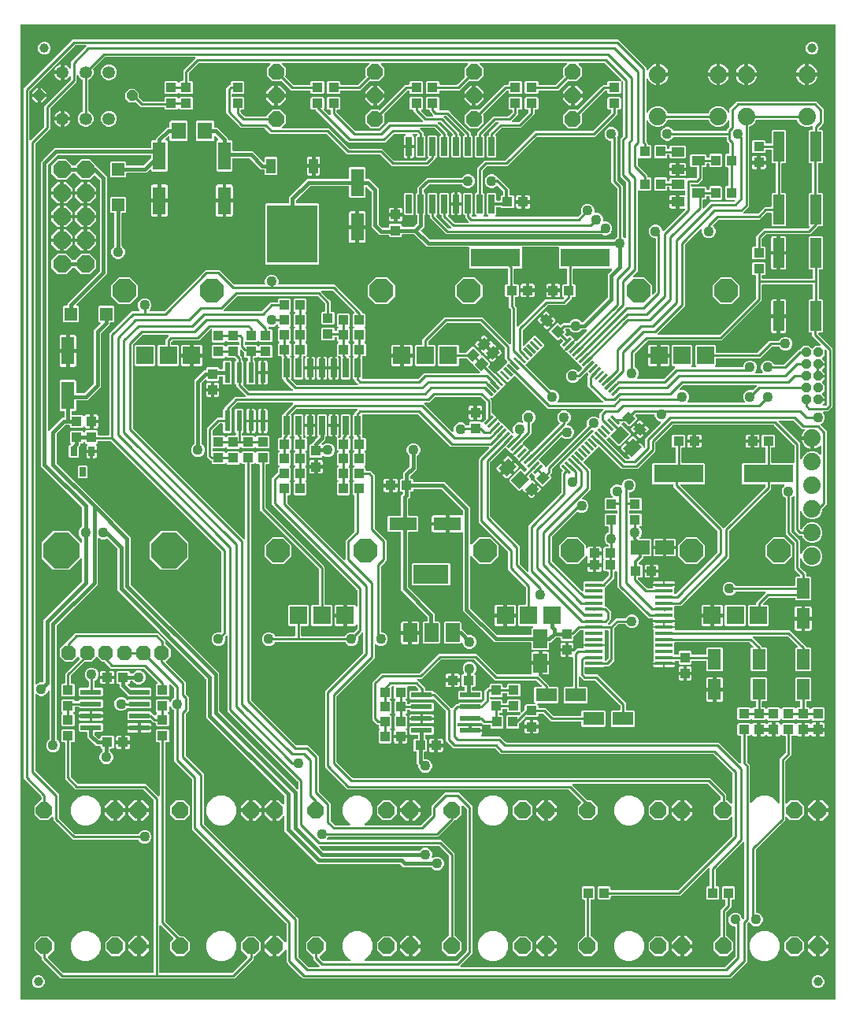
<source format=gbr>
G04 EAGLE Gerber RS-274X export*
G75*
%MOMM*%
%FSLAX34Y34*%
%LPD*%
%INTop Copper*%
%IPPOS*%
%AMOC8*
5,1,8,0,0,1.08239X$1,22.5*%
G01*
%ADD10R,5.334000X1.930400*%
%ADD11R,1.100000X1.000000*%
%ADD12R,1.200000X3.200000*%
%ADD13R,1.000000X1.100000*%
%ADD14P,1.154694X8X292.500000*%
%ADD15R,0.300000X1.200000*%
%ADD16R,1.300000X1.500000*%
%ADD17C,1.879600*%
%ADD18R,0.660400X2.032000*%
%ADD19R,0.700000X1.000000*%
%ADD20R,1.400000X3.000000*%
%ADD21R,1.400000X1.400000*%
%ADD22P,2.034460X8X112.500000*%
%ADD23R,1.905000X0.381000*%
%ADD24R,1.400000X2.200000*%
%ADD25R,2.200000X1.400000*%
%ADD26R,2.200000X0.600000*%
%ADD27R,1.879600X1.879600*%
%ADD28P,2.749271X8X112.500000*%
%ADD29R,0.600000X2.200000*%
%ADD30C,1.350000*%
%ADD31P,1.197556X8X22.500000*%
%ADD32R,1.400000X1.000000*%
%ADD33P,1.814519X8X202.500000*%
%ADD34P,1.731824X8X22.500000*%
%ADD35P,4.130400X8X112.500000*%
%ADD36R,3.000000X1.400000*%
%ADD37R,1.498600X2.006600*%
%ADD38R,3.810000X2.006600*%
%ADD39C,1.000000*%
%ADD40P,1.924489X8X112.500000*%
%ADD41R,5.400000X6.200000*%
%ADD42R,1.000000X1.600000*%
%ADD43R,1.600000X1.803000*%
%ADD44R,1.500000X2.000000*%
%ADD45R,2.000000X1.500000*%
%ADD46C,1.108000*%
%ADD47C,0.254000*%
%ADD48C,0.406400*%
%ADD49C,0.304800*%

G36*
X881946Y6105D02*
X881946Y6105D01*
X882004Y6103D01*
X882086Y6125D01*
X882170Y6137D01*
X882223Y6160D01*
X882279Y6175D01*
X882352Y6218D01*
X882429Y6253D01*
X882474Y6291D01*
X882524Y6320D01*
X882582Y6382D01*
X882646Y6436D01*
X882678Y6485D01*
X882718Y6528D01*
X882757Y6603D01*
X882804Y6673D01*
X882821Y6729D01*
X882848Y6781D01*
X882859Y6849D01*
X882889Y6944D01*
X882892Y7044D01*
X882903Y7112D01*
X882903Y1053338D01*
X882895Y1053396D01*
X882897Y1053454D01*
X882875Y1053536D01*
X882863Y1053620D01*
X882840Y1053673D01*
X882825Y1053729D01*
X882782Y1053802D01*
X882747Y1053879D01*
X882709Y1053924D01*
X882680Y1053974D01*
X882618Y1054032D01*
X882564Y1054096D01*
X882515Y1054128D01*
X882472Y1054168D01*
X882397Y1054207D01*
X882327Y1054254D01*
X882271Y1054271D01*
X882219Y1054298D01*
X882151Y1054309D01*
X882056Y1054339D01*
X881956Y1054342D01*
X881888Y1054353D01*
X7112Y1054353D01*
X7054Y1054345D01*
X6996Y1054347D01*
X6914Y1054325D01*
X6830Y1054313D01*
X6777Y1054290D01*
X6721Y1054275D01*
X6648Y1054232D01*
X6571Y1054197D01*
X6526Y1054159D01*
X6476Y1054130D01*
X6418Y1054068D01*
X6354Y1054014D01*
X6322Y1053965D01*
X6282Y1053922D01*
X6243Y1053847D01*
X6196Y1053777D01*
X6179Y1053721D01*
X6152Y1053669D01*
X6141Y1053601D01*
X6111Y1053506D01*
X6108Y1053406D01*
X6097Y1053338D01*
X6097Y7112D01*
X6105Y7054D01*
X6103Y6996D01*
X6125Y6914D01*
X6137Y6830D01*
X6160Y6777D01*
X6175Y6721D01*
X6218Y6648D01*
X6253Y6571D01*
X6291Y6526D01*
X6320Y6476D01*
X6382Y6418D01*
X6436Y6354D01*
X6485Y6322D01*
X6528Y6282D01*
X6603Y6243D01*
X6673Y6196D01*
X6729Y6179D01*
X6781Y6152D01*
X6849Y6141D01*
X6944Y6111D01*
X7044Y6108D01*
X7112Y6097D01*
X881888Y6097D01*
X881946Y6105D01*
G37*
%LPC*%
G36*
X309887Y28701D02*
X309887Y28701D01*
X307804Y30784D01*
X307804Y30785D01*
X294310Y44279D01*
X294309Y44279D01*
X292226Y46362D01*
X292226Y58428D01*
X292222Y58457D01*
X292225Y58486D01*
X292202Y58598D01*
X292186Y58710D01*
X292174Y58736D01*
X292169Y58765D01*
X292117Y58866D01*
X292070Y58969D01*
X292051Y58992D01*
X292038Y59018D01*
X291960Y59100D01*
X291887Y59186D01*
X291862Y59202D01*
X291842Y59224D01*
X291744Y59281D01*
X291650Y59344D01*
X291622Y59353D01*
X291597Y59367D01*
X291487Y59395D01*
X291379Y59429D01*
X291349Y59430D01*
X291321Y59437D01*
X291208Y59434D01*
X291095Y59437D01*
X291066Y59429D01*
X291037Y59428D01*
X290929Y59394D01*
X290820Y59365D01*
X290794Y59350D01*
X290766Y59341D01*
X290703Y59295D01*
X290575Y59220D01*
X290532Y59174D01*
X290493Y59146D01*
X283924Y52577D01*
X281431Y52577D01*
X281431Y62484D01*
X281423Y62542D01*
X281425Y62600D01*
X281403Y62682D01*
X281391Y62765D01*
X281367Y62819D01*
X281353Y62875D01*
X281310Y62948D01*
X281275Y63025D01*
X281237Y63069D01*
X281207Y63120D01*
X281146Y63177D01*
X281091Y63242D01*
X281043Y63274D01*
X281000Y63314D01*
X280925Y63353D01*
X280855Y63399D01*
X280799Y63417D01*
X280747Y63444D01*
X280679Y63455D01*
X280584Y63485D01*
X280484Y63488D01*
X280416Y63499D01*
X279399Y63499D01*
X279399Y63501D01*
X280416Y63501D01*
X280474Y63509D01*
X280532Y63508D01*
X280614Y63529D01*
X280697Y63541D01*
X280751Y63565D01*
X280807Y63579D01*
X280880Y63622D01*
X280957Y63657D01*
X281002Y63695D01*
X281052Y63725D01*
X281110Y63786D01*
X281174Y63841D01*
X281206Y63889D01*
X281246Y63932D01*
X281285Y64007D01*
X281331Y64077D01*
X281349Y64133D01*
X281376Y64185D01*
X281387Y64253D01*
X281417Y64348D01*
X281420Y64448D01*
X281431Y64516D01*
X281431Y74423D01*
X283924Y74423D01*
X290493Y67854D01*
X290517Y67836D01*
X290536Y67814D01*
X290630Y67751D01*
X290720Y67683D01*
X290748Y67673D01*
X290772Y67656D01*
X290880Y67622D01*
X290986Y67582D01*
X291015Y67579D01*
X291043Y67571D01*
X291157Y67568D01*
X291269Y67558D01*
X291298Y67564D01*
X291327Y67563D01*
X291437Y67592D01*
X291548Y67614D01*
X291574Y67628D01*
X291602Y67635D01*
X291700Y67693D01*
X291800Y67745D01*
X291822Y67765D01*
X291847Y67780D01*
X291924Y67863D01*
X292006Y67941D01*
X292021Y67966D01*
X292041Y67988D01*
X292093Y68088D01*
X292150Y68186D01*
X292157Y68215D01*
X292171Y68241D01*
X292184Y68318D01*
X292220Y68462D01*
X292218Y68524D01*
X292226Y68572D01*
X292226Y87217D01*
X292214Y87303D01*
X292211Y87391D01*
X292194Y87443D01*
X292186Y87498D01*
X292151Y87578D01*
X292124Y87661D01*
X292096Y87700D01*
X292070Y87758D01*
X291974Y87871D01*
X291929Y87935D01*
X190626Y189237D01*
X190626Y242792D01*
X190614Y242878D01*
X190611Y242966D01*
X190594Y243018D01*
X190586Y243073D01*
X190551Y243153D01*
X190524Y243236D01*
X190496Y243275D01*
X190470Y243333D01*
X190374Y243446D01*
X190329Y243510D01*
X171576Y262262D01*
X171576Y316513D01*
X171576Y316514D01*
X171576Y316516D01*
X171556Y316657D01*
X171536Y316794D01*
X171536Y316796D01*
X171536Y316797D01*
X171478Y316924D01*
X171420Y317054D01*
X171419Y317055D01*
X171418Y317056D01*
X171327Y317163D01*
X171237Y317271D01*
X171235Y317272D01*
X171234Y317273D01*
X171221Y317281D01*
X171000Y317428D01*
X170971Y317437D01*
X170950Y317451D01*
X170479Y317645D01*
X168420Y319704D01*
X167982Y320763D01*
X167938Y320837D01*
X167903Y320915D01*
X167866Y320959D01*
X167837Y321008D01*
X167775Y321067D01*
X167719Y321132D01*
X167672Y321164D01*
X167631Y321203D01*
X167554Y321242D01*
X167483Y321290D01*
X167429Y321307D01*
X167378Y321333D01*
X167294Y321350D01*
X167212Y321376D01*
X167155Y321377D01*
X167099Y321388D01*
X167014Y321381D01*
X166928Y321383D01*
X166873Y321369D01*
X166816Y321364D01*
X166735Y321333D01*
X166653Y321311D01*
X166604Y321282D01*
X166551Y321262D01*
X166482Y321210D01*
X166408Y321166D01*
X166369Y321125D01*
X166324Y321090D01*
X166272Y321021D01*
X166214Y320959D01*
X166188Y320908D01*
X166154Y320862D01*
X166123Y320782D01*
X166084Y320706D01*
X166076Y320657D01*
X166053Y320597D01*
X166042Y320452D01*
X166029Y320375D01*
X166029Y315963D01*
X165108Y315043D01*
X165073Y314996D01*
X165031Y314956D01*
X164988Y314883D01*
X164938Y314816D01*
X164917Y314761D01*
X164887Y314711D01*
X164866Y314629D01*
X164836Y314550D01*
X164831Y314492D01*
X164817Y314435D01*
X164820Y314351D01*
X164813Y314267D01*
X164824Y314209D01*
X164826Y314151D01*
X164852Y314071D01*
X164869Y313988D01*
X164896Y313936D01*
X164914Y313880D01*
X164954Y313824D01*
X165000Y313736D01*
X165068Y313663D01*
X165108Y313607D01*
X166029Y312687D01*
X166029Y301213D01*
X164987Y300171D01*
X152513Y300171D01*
X151471Y301213D01*
X151471Y302886D01*
X151463Y302944D01*
X151465Y303002D01*
X151443Y303084D01*
X151431Y303168D01*
X151408Y303221D01*
X151393Y303277D01*
X151350Y303350D01*
X151315Y303427D01*
X151277Y303472D01*
X151248Y303522D01*
X151186Y303580D01*
X151132Y303644D01*
X151083Y303676D01*
X151040Y303716D01*
X150965Y303755D01*
X150895Y303802D01*
X150839Y303819D01*
X150787Y303846D01*
X150719Y303857D01*
X150624Y303887D01*
X150524Y303890D01*
X150456Y303901D01*
X148987Y303901D01*
X146815Y306074D01*
X146745Y306126D01*
X146681Y306186D01*
X146631Y306212D01*
X146587Y306245D01*
X146506Y306276D01*
X146428Y306316D01*
X146380Y306324D01*
X146322Y306346D01*
X146174Y306358D01*
X146097Y306371D01*
X122213Y306371D01*
X121171Y307413D01*
X121171Y314887D01*
X122213Y315929D01*
X145687Y315929D01*
X146819Y314797D01*
X146831Y314759D01*
X146859Y314720D01*
X146885Y314662D01*
X146981Y314549D01*
X147026Y314485D01*
X149738Y311773D01*
X149762Y311756D01*
X149781Y311733D01*
X149875Y311671D01*
X149965Y311603D01*
X149993Y311592D01*
X150017Y311576D01*
X150125Y311542D01*
X150231Y311501D01*
X150260Y311499D01*
X150288Y311490D01*
X150402Y311487D01*
X150514Y311478D01*
X150543Y311483D01*
X150572Y311483D01*
X150682Y311511D01*
X150793Y311534D01*
X150819Y311547D01*
X150847Y311555D01*
X150945Y311612D01*
X151045Y311665D01*
X151067Y311685D01*
X151092Y311700D01*
X151169Y311782D01*
X151251Y311860D01*
X151266Y311886D01*
X151286Y311907D01*
X151338Y312008D01*
X151395Y312106D01*
X151402Y312134D01*
X151416Y312160D01*
X151429Y312238D01*
X151465Y312381D01*
X151463Y312444D01*
X151471Y312491D01*
X151471Y312687D01*
X152392Y313607D01*
X152427Y313654D01*
X152469Y313694D01*
X152512Y313767D01*
X152562Y313834D01*
X152583Y313889D01*
X152613Y313939D01*
X152634Y314021D01*
X152664Y314100D01*
X152669Y314158D01*
X152683Y314215D01*
X152680Y314299D01*
X152687Y314383D01*
X152676Y314441D01*
X152674Y314499D01*
X152648Y314579D01*
X152631Y314662D01*
X152604Y314714D01*
X152586Y314770D01*
X152546Y314826D01*
X152500Y314914D01*
X152432Y314987D01*
X152392Y315043D01*
X151471Y315963D01*
X151471Y327437D01*
X152513Y328479D01*
X164987Y328479D01*
X166029Y327437D01*
X166029Y327325D01*
X166041Y327240D01*
X166043Y327155D01*
X166061Y327100D01*
X166069Y327044D01*
X166104Y326966D01*
X166130Y326884D01*
X166162Y326836D01*
X166185Y326785D01*
X166240Y326719D01*
X166288Y326648D01*
X166332Y326611D01*
X166368Y326568D01*
X166440Y326520D01*
X166506Y326465D01*
X166558Y326442D01*
X166605Y326410D01*
X166687Y326384D01*
X166766Y326349D01*
X166822Y326341D01*
X166876Y326324D01*
X166962Y326322D01*
X167047Y326310D01*
X167103Y326318D01*
X167160Y326317D01*
X167243Y326339D01*
X167329Y326351D01*
X167380Y326374D01*
X167435Y326389D01*
X167509Y326433D01*
X167588Y326468D01*
X167631Y326505D01*
X167680Y326534D01*
X167739Y326597D01*
X167804Y326652D01*
X167830Y326694D01*
X167874Y326741D01*
X167940Y326870D01*
X167982Y326937D01*
X168420Y327996D01*
X170479Y330055D01*
X170950Y330249D01*
X170951Y330250D01*
X170952Y330251D01*
X171071Y330321D01*
X171194Y330394D01*
X171195Y330395D01*
X171197Y330396D01*
X171294Y330500D01*
X171390Y330600D01*
X171390Y330602D01*
X171391Y330603D01*
X171456Y330729D01*
X171520Y330853D01*
X171520Y330855D01*
X171521Y330856D01*
X171523Y330871D01*
X171575Y331132D01*
X171572Y331163D01*
X171576Y331187D01*
X171576Y340592D01*
X171564Y340678D01*
X171561Y340766D01*
X171544Y340818D01*
X171536Y340873D01*
X171501Y340953D01*
X171474Y341036D01*
X171446Y341075D01*
X171420Y341133D01*
X171324Y341246D01*
X171279Y341310D01*
X167762Y344827D01*
X167738Y344844D01*
X167719Y344867D01*
X167625Y344930D01*
X167535Y344997D01*
X167507Y345008D01*
X167483Y345024D01*
X167375Y345058D01*
X167269Y345099D01*
X167240Y345101D01*
X167212Y345110D01*
X167098Y345113D01*
X166986Y345122D01*
X166957Y345117D01*
X166928Y345117D01*
X166818Y345089D01*
X166707Y345066D01*
X166681Y345053D01*
X166653Y345045D01*
X166555Y344988D01*
X166455Y344935D01*
X166433Y344915D01*
X166408Y344900D01*
X166331Y344818D01*
X166249Y344740D01*
X166234Y344714D01*
X166214Y344693D01*
X166162Y344592D01*
X166105Y344494D01*
X166098Y344466D01*
X166084Y344440D01*
X166071Y344362D01*
X166035Y344219D01*
X166037Y344156D01*
X166029Y344109D01*
X166029Y332963D01*
X164987Y331921D01*
X152513Y331921D01*
X151471Y332963D01*
X151471Y344437D01*
X152513Y345479D01*
X152584Y345479D01*
X152613Y345483D01*
X152642Y345480D01*
X152753Y345503D01*
X152865Y345519D01*
X152892Y345531D01*
X152921Y345536D01*
X153021Y345588D01*
X153125Y345635D01*
X153147Y345654D01*
X153173Y345667D01*
X153255Y345745D01*
X153342Y345818D01*
X153358Y345843D01*
X153379Y345863D01*
X153436Y345961D01*
X153499Y346055D01*
X153508Y346083D01*
X153523Y346108D01*
X153551Y346218D01*
X153585Y346326D01*
X153586Y346356D01*
X153593Y346384D01*
X153589Y346497D01*
X153592Y346610D01*
X153585Y346639D01*
X153584Y346668D01*
X153549Y346776D01*
X153520Y346885D01*
X153505Y346911D01*
X153496Y346939D01*
X153451Y347002D01*
X153375Y347130D01*
X153330Y347173D01*
X153302Y347212D01*
X138735Y361779D01*
X138665Y361831D01*
X138601Y361891D01*
X138551Y361917D01*
X138507Y361950D01*
X138426Y361981D01*
X138348Y362021D01*
X138300Y362029D01*
X138242Y362051D01*
X138094Y362063D01*
X138017Y362076D01*
X103512Y362076D01*
X96715Y368874D01*
X96645Y368926D01*
X96581Y368986D01*
X96531Y369012D01*
X96487Y369045D01*
X96406Y369076D01*
X96328Y369116D01*
X96280Y369124D01*
X96222Y369146D01*
X96074Y369158D01*
X95997Y369171D01*
X93900Y369171D01*
X88668Y374403D01*
X88621Y374438D01*
X88581Y374480D01*
X88508Y374523D01*
X88441Y374574D01*
X88386Y374595D01*
X88336Y374624D01*
X88254Y374645D01*
X88175Y374675D01*
X88117Y374680D01*
X88060Y374694D01*
X87976Y374692D01*
X87892Y374699D01*
X87834Y374687D01*
X87776Y374685D01*
X87696Y374659D01*
X87613Y374643D01*
X87561Y374616D01*
X87505Y374598D01*
X87449Y374558D01*
X87361Y374512D01*
X87288Y374443D01*
X87232Y374403D01*
X82001Y369171D01*
X75453Y369171D01*
X75367Y369159D01*
X75279Y369156D01*
X75227Y369139D01*
X75172Y369131D01*
X75092Y369096D01*
X75009Y369069D01*
X74970Y369041D01*
X74912Y369015D01*
X74799Y368919D01*
X74735Y368874D01*
X60496Y354635D01*
X60444Y354565D01*
X60384Y354501D01*
X60358Y354451D01*
X60325Y354407D01*
X60294Y354326D01*
X60254Y354248D01*
X60246Y354200D01*
X60224Y354142D01*
X60212Y353994D01*
X60199Y353917D01*
X60199Y346494D01*
X60207Y346436D01*
X60205Y346378D01*
X60227Y346296D01*
X60239Y346212D01*
X60262Y346159D01*
X60277Y346103D01*
X60320Y346030D01*
X60355Y345953D01*
X60393Y345908D01*
X60422Y345858D01*
X60484Y345800D01*
X60538Y345736D01*
X60587Y345704D01*
X60630Y345664D01*
X60705Y345625D01*
X60775Y345578D01*
X60831Y345561D01*
X60883Y345534D01*
X60951Y345523D01*
X61046Y345493D01*
X61146Y345490D01*
X61214Y345479D01*
X63387Y345479D01*
X64429Y344437D01*
X64429Y332963D01*
X63387Y331921D01*
X50913Y331921D01*
X49871Y332963D01*
X49871Y344437D01*
X50913Y345479D01*
X53086Y345479D01*
X53144Y345487D01*
X53202Y345485D01*
X53284Y345507D01*
X53368Y345519D01*
X53421Y345542D01*
X53477Y345557D01*
X53550Y345600D01*
X53627Y345635D01*
X53672Y345673D01*
X53722Y345702D01*
X53780Y345764D01*
X53844Y345818D01*
X53876Y345867D01*
X53916Y345910D01*
X53955Y345985D01*
X54002Y346055D01*
X54019Y346111D01*
X54046Y346163D01*
X54057Y346231D01*
X54087Y346326D01*
X54090Y346426D01*
X54101Y346494D01*
X54101Y356863D01*
X69437Y372198D01*
X69472Y372245D01*
X69514Y372285D01*
X69557Y372358D01*
X69608Y372425D01*
X69628Y372480D01*
X69658Y372531D01*
X69679Y372612D01*
X69709Y372691D01*
X69714Y372749D01*
X69728Y372806D01*
X69725Y372890D01*
X69732Y372974D01*
X69721Y373032D01*
X69719Y373090D01*
X69693Y373170D01*
X69677Y373253D01*
X69650Y373305D01*
X69632Y373361D01*
X69592Y373417D01*
X69546Y373505D01*
X69477Y373578D01*
X69437Y373634D01*
X68668Y374403D01*
X68621Y374438D01*
X68581Y374480D01*
X68508Y374523D01*
X68441Y374574D01*
X68386Y374595D01*
X68336Y374624D01*
X68254Y374645D01*
X68175Y374675D01*
X68117Y374680D01*
X68060Y374694D01*
X67976Y374692D01*
X67892Y374699D01*
X67834Y374687D01*
X67776Y374685D01*
X67696Y374659D01*
X67613Y374643D01*
X67561Y374616D01*
X67505Y374598D01*
X67449Y374558D01*
X67361Y374512D01*
X67288Y374443D01*
X67232Y374403D01*
X62001Y369171D01*
X53899Y369171D01*
X48171Y374899D01*
X48171Y383001D01*
X53902Y388731D01*
X53944Y388737D01*
X54002Y388735D01*
X54084Y388757D01*
X54168Y388769D01*
X54221Y388792D01*
X54277Y388807D01*
X54350Y388850D01*
X54427Y388885D01*
X54472Y388923D01*
X54522Y388952D01*
X54580Y389014D01*
X54644Y389068D01*
X54676Y389117D01*
X54716Y389160D01*
X54755Y389235D01*
X54802Y389305D01*
X54805Y389317D01*
X65412Y399924D01*
X153663Y399924D01*
X161799Y391788D01*
X161799Y389351D01*
X161811Y389264D01*
X161814Y389177D01*
X161831Y389124D01*
X161839Y389069D01*
X161874Y388990D01*
X161901Y388906D01*
X161929Y388867D01*
X161955Y388810D01*
X162051Y388697D01*
X162096Y388633D01*
X167729Y383000D01*
X167729Y374900D01*
X162813Y369984D01*
X162778Y369937D01*
X162736Y369897D01*
X162693Y369824D01*
X162642Y369757D01*
X162622Y369702D01*
X162592Y369652D01*
X162571Y369570D01*
X162541Y369491D01*
X162536Y369433D01*
X162522Y369376D01*
X162525Y369292D01*
X162518Y369208D01*
X162529Y369151D01*
X162531Y369092D01*
X162557Y369012D01*
X162573Y368929D01*
X162600Y368877D01*
X162618Y368822D01*
X162658Y368765D01*
X162704Y368677D01*
X162773Y368605D01*
X162813Y368548D01*
X184024Y347338D01*
X184024Y335058D01*
X184036Y334972D01*
X184039Y334884D01*
X184056Y334832D01*
X184064Y334777D01*
X184099Y334697D01*
X184126Y334614D01*
X184154Y334575D01*
X184180Y334517D01*
X184246Y334440D01*
X184268Y334402D01*
X184296Y334376D01*
X184321Y334340D01*
X187199Y331463D01*
X187199Y316237D01*
X184321Y313360D01*
X184269Y313290D01*
X184209Y313226D01*
X184183Y313176D01*
X184150Y313132D01*
X184119Y313051D01*
X184079Y312973D01*
X184071Y312925D01*
X184049Y312867D01*
X184037Y312719D01*
X184024Y312642D01*
X184024Y268383D01*
X184036Y268297D01*
X184039Y268209D01*
X184056Y268157D01*
X184064Y268102D01*
X184099Y268022D01*
X184126Y267939D01*
X184154Y267900D01*
X184180Y267842D01*
X184276Y267729D01*
X184321Y267665D01*
X203074Y248913D01*
X203074Y195358D01*
X203086Y195272D01*
X203089Y195184D01*
X203106Y195132D01*
X203114Y195077D01*
X203149Y194997D01*
X203176Y194914D01*
X203204Y194875D01*
X203230Y194817D01*
X203326Y194704D01*
X203371Y194640D01*
X302590Y95421D01*
X302591Y95421D01*
X304674Y93338D01*
X304674Y52483D01*
X304686Y52397D01*
X304689Y52309D01*
X304706Y52257D01*
X304714Y52202D01*
X304749Y52122D01*
X304776Y52039D01*
X304804Y52000D01*
X304830Y51942D01*
X304926Y51829D01*
X304971Y51765D01*
X315290Y41446D01*
X315360Y41394D01*
X315424Y41334D01*
X315474Y41308D01*
X315518Y41275D01*
X315599Y41244D01*
X315677Y41204D01*
X315725Y41196D01*
X315783Y41174D01*
X315931Y41162D01*
X316008Y41149D01*
X326739Y41149D01*
X326768Y41153D01*
X326797Y41150D01*
X326908Y41173D01*
X327020Y41189D01*
X327047Y41201D01*
X327076Y41206D01*
X327176Y41258D01*
X327280Y41305D01*
X327302Y41324D01*
X327328Y41337D01*
X327410Y41415D01*
X327497Y41488D01*
X327513Y41513D01*
X327534Y41533D01*
X327591Y41631D01*
X327654Y41725D01*
X327663Y41753D01*
X327678Y41778D01*
X327706Y41888D01*
X327740Y41996D01*
X327741Y42026D01*
X327748Y42054D01*
X327744Y42167D01*
X327747Y42280D01*
X327740Y42309D01*
X327739Y42338D01*
X327704Y42446D01*
X327675Y42555D01*
X327660Y42581D01*
X327651Y42609D01*
X327606Y42672D01*
X327530Y42800D01*
X327485Y42843D01*
X327457Y42882D01*
X322885Y47454D01*
X322884Y47454D01*
X320801Y49537D01*
X320801Y51816D01*
X320794Y51869D01*
X320795Y51899D01*
X320794Y51902D01*
X320795Y51932D01*
X320773Y52014D01*
X320761Y52098D01*
X320738Y52151D01*
X320723Y52207D01*
X320680Y52280D01*
X320645Y52357D01*
X320607Y52402D01*
X320578Y52452D01*
X320516Y52510D01*
X320462Y52574D01*
X320413Y52606D01*
X320370Y52646D01*
X320295Y52685D01*
X320225Y52732D01*
X320169Y52749D01*
X320117Y52776D01*
X320049Y52787D01*
X319954Y52817D01*
X319854Y52820D01*
X319786Y52831D01*
X319431Y52831D01*
X313181Y59081D01*
X313181Y67919D01*
X319431Y74169D01*
X328269Y74169D01*
X334519Y67919D01*
X334519Y59081D01*
X328176Y52738D01*
X328144Y52721D01*
X328040Y52675D01*
X328018Y52656D01*
X327992Y52643D01*
X327910Y52565D01*
X327823Y52492D01*
X327807Y52467D01*
X327786Y52447D01*
X327729Y52349D01*
X327666Y52255D01*
X327657Y52227D01*
X327642Y52202D01*
X327614Y52092D01*
X327580Y51984D01*
X327579Y51954D01*
X327572Y51926D01*
X327576Y51813D01*
X327573Y51700D01*
X327580Y51671D01*
X327581Y51642D01*
X327616Y51534D01*
X327645Y51425D01*
X327660Y51399D01*
X327669Y51371D01*
X327714Y51308D01*
X327790Y51180D01*
X327820Y51152D01*
X327823Y51147D01*
X327840Y51131D01*
X327863Y51098D01*
X331165Y47796D01*
X331235Y47744D01*
X331299Y47684D01*
X331349Y47658D01*
X331393Y47625D01*
X331474Y47594D01*
X331552Y47554D01*
X331600Y47546D01*
X331658Y47524D01*
X331806Y47512D01*
X331883Y47499D01*
X359806Y47499D01*
X359891Y47511D01*
X359977Y47513D01*
X360031Y47531D01*
X360087Y47539D01*
X360165Y47574D01*
X360247Y47600D01*
X360295Y47632D01*
X360346Y47655D01*
X360412Y47710D01*
X360483Y47758D01*
X360520Y47802D01*
X360563Y47838D01*
X360611Y47910D01*
X360666Y47976D01*
X360689Y48028D01*
X360721Y48075D01*
X360747Y48157D01*
X360782Y48236D01*
X360790Y48292D01*
X360807Y48346D01*
X360809Y48432D01*
X360821Y48517D01*
X360813Y48573D01*
X360814Y48630D01*
X360792Y48713D01*
X360780Y48799D01*
X360757Y48850D01*
X360742Y48905D01*
X360698Y48979D01*
X360663Y49058D01*
X360626Y49101D01*
X360597Y49150D01*
X360534Y49209D01*
X360479Y49274D01*
X360437Y49300D01*
X360390Y49344D01*
X360261Y49410D01*
X360194Y49452D01*
X359191Y49867D01*
X354667Y54391D01*
X352219Y60301D01*
X352219Y66699D01*
X354667Y72609D01*
X359191Y77133D01*
X365101Y79581D01*
X371499Y79581D01*
X377409Y77133D01*
X381933Y72609D01*
X384381Y66699D01*
X384381Y60301D01*
X381933Y54391D01*
X377409Y49867D01*
X376406Y49452D01*
X376332Y49408D01*
X376254Y49373D01*
X376210Y49336D01*
X376161Y49307D01*
X376102Y49245D01*
X376037Y49189D01*
X376005Y49142D01*
X375966Y49101D01*
X375927Y49024D01*
X375879Y48953D01*
X375862Y48899D01*
X375836Y48848D01*
X375819Y48764D01*
X375793Y48682D01*
X375792Y48625D01*
X375781Y48569D01*
X375788Y48484D01*
X375786Y48398D01*
X375800Y48343D01*
X375805Y48286D01*
X375836Y48205D01*
X375858Y48123D01*
X375887Y48074D01*
X375907Y48021D01*
X375959Y47952D01*
X376003Y47878D01*
X376044Y47839D01*
X376079Y47794D01*
X376148Y47742D01*
X376210Y47684D01*
X376261Y47658D01*
X376306Y47624D01*
X376387Y47593D01*
X376463Y47554D01*
X376512Y47546D01*
X376572Y47523D01*
X376717Y47512D01*
X376794Y47499D01*
X474567Y47499D01*
X474653Y47511D01*
X474741Y47514D01*
X474793Y47531D01*
X474848Y47539D01*
X474928Y47574D01*
X475011Y47601D01*
X475050Y47629D01*
X475108Y47655D01*
X475221Y47751D01*
X475285Y47796D01*
X485604Y58115D01*
X485656Y58185D01*
X485716Y58249D01*
X485742Y58299D01*
X485775Y58343D01*
X485806Y58424D01*
X485846Y58502D01*
X485854Y58550D01*
X485876Y58608D01*
X485885Y58714D01*
X485887Y58722D01*
X485888Y58754D01*
X485888Y58756D01*
X485901Y58833D01*
X485901Y211042D01*
X485889Y211128D01*
X485886Y211216D01*
X485869Y211268D01*
X485861Y211323D01*
X485826Y211403D01*
X485799Y211486D01*
X485771Y211525D01*
X485745Y211583D01*
X485649Y211696D01*
X485604Y211760D01*
X482302Y215062D01*
X482278Y215079D01*
X482259Y215102D01*
X482165Y215164D01*
X482075Y215232D01*
X482047Y215243D01*
X482023Y215259D01*
X481915Y215293D01*
X481809Y215334D01*
X481780Y215336D01*
X481752Y215345D01*
X481638Y215348D01*
X481526Y215357D01*
X481497Y215352D01*
X481468Y215352D01*
X481358Y215324D01*
X481247Y215301D01*
X481221Y215288D01*
X481193Y215280D01*
X481095Y215223D01*
X480995Y215170D01*
X480973Y215150D01*
X480948Y215135D01*
X480871Y215053D01*
X480789Y214975D01*
X480774Y214949D01*
X480754Y214928D01*
X480702Y214827D01*
X480645Y214729D01*
X480638Y214701D01*
X480624Y214675D01*
X480611Y214597D01*
X480575Y214454D01*
X480577Y214391D01*
X480569Y214344D01*
X480569Y205131D01*
X474319Y198881D01*
X473488Y198881D01*
X473402Y198869D01*
X473314Y198866D01*
X473262Y198849D01*
X473207Y198841D01*
X473127Y198806D01*
X473044Y198779D01*
X473005Y198751D01*
X472947Y198725D01*
X472834Y198629D01*
X472770Y198584D01*
X455288Y181101D01*
X337537Y181101D01*
X337536Y181101D01*
X337534Y181101D01*
X337393Y181081D01*
X337256Y181061D01*
X337254Y181061D01*
X337253Y181061D01*
X337125Y181003D01*
X336996Y180945D01*
X336995Y180944D01*
X336994Y180943D01*
X336887Y180852D01*
X336779Y180762D01*
X336778Y180760D01*
X336777Y180759D01*
X336769Y180746D01*
X336622Y180525D01*
X336613Y180496D01*
X336599Y180475D01*
X336405Y180004D01*
X335807Y179407D01*
X335790Y179384D01*
X335767Y179365D01*
X335767Y179364D01*
X335704Y179270D01*
X335636Y179180D01*
X335626Y179152D01*
X335609Y179128D01*
X335575Y179020D01*
X335535Y178914D01*
X335533Y178885D01*
X335524Y178857D01*
X335521Y178743D01*
X335511Y178631D01*
X335517Y178602D01*
X335516Y178573D01*
X335545Y178463D01*
X335567Y178352D01*
X335581Y178326D01*
X335588Y178298D01*
X335646Y178200D01*
X335698Y178100D01*
X335719Y178078D01*
X335733Y178053D01*
X335816Y177976D01*
X335894Y177894D01*
X335919Y177879D01*
X335941Y177859D01*
X336042Y177807D01*
X336139Y177750D01*
X336168Y177743D01*
X336194Y177729D01*
X336271Y177716D01*
X336415Y177680D01*
X336477Y177682D01*
X336525Y177674D01*
X458463Y177674D01*
X472949Y163188D01*
X472949Y75184D01*
X472957Y75126D01*
X472955Y75068D01*
X472977Y74986D01*
X472989Y74902D01*
X473012Y74849D01*
X473027Y74793D01*
X473070Y74720D01*
X473105Y74643D01*
X473143Y74598D01*
X473172Y74548D01*
X473234Y74490D01*
X473288Y74426D01*
X473337Y74394D01*
X473380Y74354D01*
X473455Y74315D01*
X473525Y74268D01*
X473581Y74251D01*
X473633Y74224D01*
X473701Y74213D01*
X473796Y74183D01*
X473896Y74180D01*
X473964Y74169D01*
X474319Y74169D01*
X480569Y67919D01*
X480569Y59081D01*
X474319Y52831D01*
X465481Y52831D01*
X459231Y59081D01*
X459231Y67919D01*
X465481Y74169D01*
X465836Y74169D01*
X465894Y74177D01*
X465952Y74175D01*
X466034Y74197D01*
X466118Y74209D01*
X466171Y74232D01*
X466227Y74247D01*
X466300Y74290D01*
X466377Y74325D01*
X466422Y74363D01*
X466472Y74392D01*
X466530Y74454D01*
X466594Y74508D01*
X466626Y74557D01*
X466666Y74600D01*
X466705Y74675D01*
X466752Y74745D01*
X466769Y74801D01*
X466796Y74853D01*
X466807Y74921D01*
X466837Y75016D01*
X466840Y75116D01*
X466851Y75184D01*
X466851Y160242D01*
X466839Y160328D01*
X466836Y160416D01*
X466819Y160468D01*
X466811Y160523D01*
X466776Y160603D01*
X466749Y160686D01*
X466721Y160725D01*
X466695Y160783D01*
X466599Y160896D01*
X466554Y160960D01*
X456235Y171279D01*
X456165Y171331D01*
X456101Y171391D01*
X456051Y171417D01*
X456007Y171450D01*
X455926Y171481D01*
X455848Y171521D01*
X455800Y171529D01*
X455742Y171551D01*
X455594Y171563D01*
X455517Y171576D01*
X328389Y171576D01*
X328360Y171572D01*
X328331Y171575D01*
X328220Y171552D01*
X328107Y171536D01*
X328081Y171524D01*
X328052Y171519D01*
X327951Y171467D01*
X327848Y171420D01*
X327826Y171401D01*
X327800Y171388D01*
X327718Y171310D01*
X327631Y171237D01*
X327615Y171212D01*
X327593Y171192D01*
X327536Y171094D01*
X327473Y171000D01*
X327465Y170972D01*
X327450Y170947D01*
X327422Y170837D01*
X327388Y170729D01*
X327387Y170699D01*
X327380Y170671D01*
X327383Y170558D01*
X327380Y170445D01*
X327388Y170416D01*
X327389Y170387D01*
X327424Y170279D01*
X327452Y170170D01*
X327467Y170144D01*
X327476Y170116D01*
X327522Y170053D01*
X327597Y169925D01*
X327643Y169882D01*
X327671Y169843D01*
X331481Y166033D01*
X331551Y165981D01*
X331615Y165921D01*
X331664Y165895D01*
X331708Y165862D01*
X331790Y165831D01*
X331868Y165791D01*
X331915Y165783D01*
X331974Y165761D01*
X332122Y165749D01*
X332199Y165736D01*
X434365Y165736D01*
X434452Y165748D01*
X434539Y165751D01*
X434592Y165768D01*
X434646Y165776D01*
X434726Y165811D01*
X434810Y165838D01*
X434849Y165866D01*
X434906Y165892D01*
X435019Y165988D01*
X435083Y166033D01*
X437179Y168130D01*
X439869Y169244D01*
X442781Y169244D01*
X445471Y168129D01*
X447529Y166071D01*
X448644Y163381D01*
X448644Y160469D01*
X448393Y159865D01*
X448386Y159837D01*
X448373Y159811D01*
X448351Y159699D01*
X448323Y159590D01*
X448323Y159560D01*
X448318Y159532D01*
X448327Y159419D01*
X448331Y159306D01*
X448340Y159278D01*
X448342Y159248D01*
X448383Y159143D01*
X448417Y159035D01*
X448434Y159010D01*
X448444Y158983D01*
X448513Y158893D01*
X448576Y158799D01*
X448598Y158780D01*
X448616Y158756D01*
X448707Y158688D01*
X448793Y158616D01*
X448820Y158604D01*
X448843Y158586D01*
X448950Y158546D01*
X449053Y158500D01*
X449082Y158496D01*
X449109Y158486D01*
X449222Y158477D01*
X449335Y158461D01*
X449364Y158465D01*
X449393Y158463D01*
X449469Y158481D01*
X449616Y158502D01*
X449673Y158528D01*
X449720Y158539D01*
X452569Y159719D01*
X455481Y159719D01*
X458171Y158604D01*
X460229Y156546D01*
X461344Y153856D01*
X461344Y150944D01*
X460229Y148254D01*
X458171Y146196D01*
X455481Y145081D01*
X452569Y145081D01*
X449879Y146196D01*
X447783Y148292D01*
X447713Y148344D01*
X447649Y148404D01*
X447600Y148430D01*
X447556Y148463D01*
X447474Y148494D01*
X447396Y148534D01*
X447348Y148542D01*
X447290Y148564D01*
X447142Y148576D01*
X447065Y148589D01*
X417522Y148589D01*
X414644Y151467D01*
X414574Y151519D01*
X414510Y151579D01*
X414461Y151605D01*
X414417Y151638D01*
X414335Y151669D01*
X414257Y151709D01*
X414210Y151717D01*
X414151Y151739D01*
X414003Y151751D01*
X413926Y151764D01*
X325447Y151764D01*
X322917Y154294D01*
X292406Y184805D01*
X289876Y187335D01*
X289876Y202128D01*
X289872Y202157D01*
X289875Y202186D01*
X289852Y202298D01*
X289836Y202410D01*
X289824Y202436D01*
X289819Y202465D01*
X289767Y202566D01*
X289720Y202669D01*
X289701Y202692D01*
X289688Y202718D01*
X289610Y202800D01*
X289537Y202886D01*
X289512Y202902D01*
X289492Y202924D01*
X289394Y202981D01*
X289300Y203044D01*
X289272Y203053D01*
X289247Y203067D01*
X289137Y203095D01*
X289029Y203129D01*
X288999Y203130D01*
X288971Y203137D01*
X288858Y203134D01*
X288745Y203137D01*
X288716Y203129D01*
X288687Y203128D01*
X288579Y203094D01*
X288470Y203065D01*
X288444Y203050D01*
X288416Y203041D01*
X288353Y202995D01*
X288225Y202920D01*
X288182Y202874D01*
X288143Y202846D01*
X283924Y198627D01*
X281431Y198627D01*
X281431Y208534D01*
X281423Y208592D01*
X281425Y208650D01*
X281403Y208732D01*
X281391Y208815D01*
X281367Y208869D01*
X281353Y208925D01*
X281310Y208998D01*
X281275Y209075D01*
X281237Y209119D01*
X281207Y209170D01*
X281146Y209227D01*
X281091Y209292D01*
X281043Y209324D01*
X281000Y209364D01*
X280925Y209403D01*
X280855Y209449D01*
X280799Y209467D01*
X280747Y209494D01*
X280679Y209505D01*
X280584Y209535D01*
X280484Y209538D01*
X280416Y209549D01*
X279399Y209549D01*
X279399Y209551D01*
X280416Y209551D01*
X280474Y209559D01*
X280532Y209558D01*
X280614Y209579D01*
X280697Y209591D01*
X280751Y209615D01*
X280807Y209629D01*
X280880Y209672D01*
X280957Y209707D01*
X281002Y209745D01*
X281052Y209775D01*
X281110Y209836D01*
X281174Y209891D01*
X281206Y209939D01*
X281246Y209982D01*
X281285Y210057D01*
X281331Y210127D01*
X281349Y210183D01*
X281376Y210235D01*
X281387Y210303D01*
X281417Y210398D01*
X281420Y210498D01*
X281431Y210566D01*
X281431Y220473D01*
X283924Y220473D01*
X288143Y216254D01*
X288167Y216236D01*
X288186Y216214D01*
X288280Y216151D01*
X288370Y216083D01*
X288398Y216073D01*
X288422Y216056D01*
X288530Y216022D01*
X288636Y215982D01*
X288665Y215979D01*
X288693Y215971D01*
X288807Y215968D01*
X288919Y215958D01*
X288948Y215964D01*
X288977Y215963D01*
X289087Y215992D01*
X289198Y216014D01*
X289224Y216028D01*
X289252Y216035D01*
X289350Y216093D01*
X289450Y216145D01*
X289472Y216165D01*
X289497Y216180D01*
X289574Y216263D01*
X289656Y216341D01*
X289671Y216366D01*
X289691Y216388D01*
X289743Y216488D01*
X289800Y216586D01*
X289807Y216615D01*
X289821Y216641D01*
X289834Y216718D01*
X289870Y216862D01*
X289868Y216924D01*
X289876Y216972D01*
X289876Y225014D01*
X289864Y225101D01*
X289861Y225188D01*
X289844Y225241D01*
X289836Y225296D01*
X289801Y225375D01*
X289774Y225459D01*
X289746Y225498D01*
X289720Y225555D01*
X289624Y225668D01*
X289579Y225732D01*
X205739Y309572D01*
X205739Y350426D01*
X205727Y350513D01*
X205724Y350600D01*
X205707Y350653D01*
X205699Y350708D01*
X205664Y350787D01*
X205637Y350871D01*
X205609Y350910D01*
X205583Y350967D01*
X205487Y351080D01*
X205442Y351144D01*
X113019Y443567D01*
X110489Y446097D01*
X110489Y490126D01*
X110477Y490213D01*
X110474Y490300D01*
X110457Y490353D01*
X110449Y490408D01*
X110414Y490487D01*
X110387Y490571D01*
X110359Y490610D01*
X110333Y490667D01*
X110237Y490780D01*
X110192Y490844D01*
X99766Y501270D01*
X99764Y501271D01*
X99763Y501273D01*
X99685Y501331D01*
X99661Y501354D01*
X99641Y501364D01*
X99538Y501441D01*
X99537Y501442D01*
X99536Y501443D01*
X99404Y501493D01*
X99273Y501542D01*
X99271Y501543D01*
X99270Y501543D01*
X99125Y501555D01*
X98989Y501566D01*
X98988Y501566D01*
X98986Y501566D01*
X98971Y501562D01*
X98711Y501510D01*
X98683Y501496D01*
X98659Y501490D01*
X96706Y500681D01*
X93794Y500681D01*
X90940Y501864D01*
X90828Y501892D01*
X90719Y501927D01*
X90691Y501928D01*
X90664Y501935D01*
X90550Y501931D01*
X90435Y501934D01*
X90408Y501927D01*
X90380Y501927D01*
X90271Y501891D01*
X90160Y501863D01*
X90136Y501848D01*
X90109Y501840D01*
X90014Y501776D01*
X89915Y501717D01*
X89896Y501697D01*
X89873Y501682D01*
X89799Y501594D01*
X89721Y501510D01*
X89708Y501485D01*
X89690Y501464D01*
X89644Y501359D01*
X89591Y501257D01*
X89587Y501232D01*
X89575Y501204D01*
X89538Y500940D01*
X89536Y500926D01*
X89536Y452447D01*
X45383Y408294D01*
X45331Y408224D01*
X45271Y408160D01*
X45245Y408111D01*
X45212Y408067D01*
X45181Y407985D01*
X45141Y407907D01*
X45133Y407860D01*
X45111Y407801D01*
X45099Y407653D01*
X45086Y407576D01*
X45086Y286360D01*
X45098Y286273D01*
X45101Y286186D01*
X45118Y286133D01*
X45126Y286079D01*
X45161Y285999D01*
X45188Y285916D01*
X45216Y285876D01*
X45242Y285819D01*
X45338Y285706D01*
X45383Y285642D01*
X47479Y283546D01*
X48594Y280856D01*
X48594Y277944D01*
X47479Y275254D01*
X45421Y273196D01*
X42731Y272081D01*
X39819Y272081D01*
X37129Y273196D01*
X35071Y275254D01*
X33956Y277944D01*
X33956Y280856D01*
X35071Y283546D01*
X37167Y285642D01*
X37219Y285712D01*
X37279Y285776D01*
X37305Y285825D01*
X37338Y285869D01*
X37369Y285951D01*
X37409Y286029D01*
X37417Y286077D01*
X37439Y286135D01*
X37451Y286283D01*
X37464Y286360D01*
X37464Y336957D01*
X37452Y337042D01*
X37450Y337128D01*
X37432Y337182D01*
X37424Y337238D01*
X37389Y337317D01*
X37363Y337399D01*
X37331Y337446D01*
X37308Y337498D01*
X37253Y337563D01*
X37205Y337635D01*
X37161Y337671D01*
X37125Y337715D01*
X37053Y337762D01*
X36987Y337818D01*
X36935Y337841D01*
X36888Y337872D01*
X36806Y337898D01*
X36727Y337933D01*
X36671Y337941D01*
X36617Y337958D01*
X36531Y337960D01*
X36446Y337972D01*
X36390Y337964D01*
X36333Y337965D01*
X36250Y337944D01*
X36165Y337931D01*
X36113Y337908D01*
X36058Y337894D01*
X35984Y337850D01*
X35905Y337814D01*
X35862Y337777D01*
X35813Y337748D01*
X35754Y337686D01*
X35689Y337630D01*
X35663Y337588D01*
X35619Y337541D01*
X35553Y337412D01*
X35511Y337345D01*
X34780Y335579D01*
X32721Y333521D01*
X30031Y332406D01*
X27119Y332406D01*
X24429Y333520D01*
X23832Y334118D01*
X23808Y334136D01*
X23789Y334158D01*
X23695Y334221D01*
X23605Y334289D01*
X23577Y334299D01*
X23553Y334316D01*
X23445Y334350D01*
X23339Y334390D01*
X23310Y334392D01*
X23282Y334401D01*
X23168Y334404D01*
X23056Y334414D01*
X23027Y334408D01*
X22998Y334409D01*
X22888Y334380D01*
X22777Y334358D01*
X22751Y334344D01*
X22723Y334337D01*
X22625Y334279D01*
X22525Y334227D01*
X22503Y334206D01*
X22478Y334192D01*
X22401Y334109D01*
X22319Y334031D01*
X22304Y334006D01*
X22284Y333984D01*
X22232Y333883D01*
X22175Y333786D01*
X22168Y333757D01*
X22154Y333731D01*
X22141Y333654D01*
X22105Y333510D01*
X22107Y333448D01*
X22099Y333400D01*
X22099Y252508D01*
X22111Y252422D01*
X22114Y252334D01*
X22131Y252282D01*
X22139Y252227D01*
X22174Y252147D01*
X22201Y252064D01*
X22229Y252025D01*
X22255Y251967D01*
X22351Y251854D01*
X22396Y251790D01*
X47499Y226688D01*
X47499Y201708D01*
X47511Y201622D01*
X47514Y201534D01*
X47531Y201482D01*
X47539Y201427D01*
X47574Y201347D01*
X47601Y201264D01*
X47629Y201225D01*
X47655Y201167D01*
X47751Y201054D01*
X47796Y200990D01*
X64465Y184321D01*
X64535Y184269D01*
X64599Y184209D01*
X64649Y184183D01*
X64693Y184150D01*
X64774Y184119D01*
X64852Y184079D01*
X64900Y184071D01*
X64958Y184049D01*
X65106Y184037D01*
X65183Y184024D01*
X132363Y184024D01*
X132364Y184024D01*
X132366Y184024D01*
X132507Y184044D01*
X132644Y184064D01*
X132646Y184064D01*
X132647Y184064D01*
X132775Y184122D01*
X132904Y184180D01*
X132905Y184181D01*
X132906Y184182D01*
X133013Y184273D01*
X133121Y184363D01*
X133122Y184365D01*
X133123Y184366D01*
X133131Y184379D01*
X133278Y184600D01*
X133287Y184629D01*
X133301Y184650D01*
X133495Y185121D01*
X135554Y187179D01*
X138244Y188294D01*
X141156Y188294D01*
X143846Y187179D01*
X145904Y185121D01*
X147019Y182431D01*
X147019Y179519D01*
X145904Y176829D01*
X143846Y174771D01*
X141156Y173656D01*
X138244Y173656D01*
X135554Y174771D01*
X133495Y176829D01*
X133301Y177300D01*
X133300Y177301D01*
X133299Y177302D01*
X133228Y177423D01*
X133156Y177544D01*
X133155Y177545D01*
X133154Y177547D01*
X133050Y177644D01*
X132950Y177740D01*
X132948Y177740D01*
X132947Y177741D01*
X132821Y177806D01*
X132697Y177870D01*
X132695Y177870D01*
X132694Y177871D01*
X132679Y177873D01*
X132418Y177925D01*
X132387Y177922D01*
X132363Y177926D01*
X62237Y177926D01*
X41401Y198762D01*
X41401Y201662D01*
X41397Y201691D01*
X41400Y201721D01*
X41377Y201832D01*
X41361Y201944D01*
X41349Y201971D01*
X41344Y201999D01*
X41292Y202100D01*
X41245Y202203D01*
X41226Y202226D01*
X41213Y202252D01*
X41135Y202334D01*
X41062Y202420D01*
X41037Y202437D01*
X41017Y202458D01*
X40919Y202515D01*
X40825Y202578D01*
X40797Y202587D01*
X40772Y202602D01*
X40662Y202629D01*
X40554Y202664D01*
X40524Y202664D01*
X40496Y202672D01*
X40383Y202668D01*
X40270Y202671D01*
X40241Y202664D01*
X40212Y202663D01*
X40104Y202628D01*
X39995Y202599D01*
X39969Y202584D01*
X39941Y202575D01*
X39878Y202530D01*
X39750Y202454D01*
X39707Y202408D01*
X39668Y202380D01*
X36169Y198881D01*
X27331Y198881D01*
X21081Y205131D01*
X21081Y213969D01*
X27331Y220219D01*
X27686Y220219D01*
X27744Y220227D01*
X27802Y220225D01*
X27884Y220247D01*
X27968Y220259D01*
X28021Y220282D01*
X28077Y220297D01*
X28150Y220340D01*
X28227Y220375D01*
X28272Y220413D01*
X28322Y220442D01*
X28380Y220504D01*
X28444Y220558D01*
X28476Y220607D01*
X28516Y220650D01*
X28555Y220725D01*
X28602Y220795D01*
X28619Y220851D01*
X28646Y220903D01*
X28657Y220971D01*
X28687Y221066D01*
X28690Y221166D01*
X28701Y221234D01*
X28701Y223742D01*
X28689Y223828D01*
X28686Y223916D01*
X28669Y223968D01*
X28661Y224023D01*
X28626Y224103D01*
X28599Y224186D01*
X28571Y224225D01*
X28545Y224283D01*
X28449Y224396D01*
X28404Y224460D01*
X11735Y241129D01*
X11734Y241129D01*
X9651Y243212D01*
X9651Y985513D01*
X62237Y1038099D01*
X648963Y1038099D01*
X677240Y1009821D01*
X677241Y1009821D01*
X679324Y1007738D01*
X679324Y1006236D01*
X679330Y1006190D01*
X679328Y1006144D01*
X679350Y1006050D01*
X679364Y1005954D01*
X679382Y1005912D01*
X679393Y1005867D01*
X679440Y1005783D01*
X679480Y1005695D01*
X679510Y1005660D01*
X679532Y1005619D01*
X679601Y1005551D01*
X679663Y1005478D01*
X679702Y1005452D01*
X679735Y1005420D01*
X679820Y1005374D01*
X679900Y1005320D01*
X679944Y1005306D01*
X679985Y1005284D01*
X680079Y1005264D01*
X680171Y1005234D01*
X680217Y1005233D01*
X680263Y1005223D01*
X680359Y1005230D01*
X680455Y1005227D01*
X680500Y1005239D01*
X680546Y1005242D01*
X680637Y1005275D01*
X680730Y1005299D01*
X680770Y1005322D01*
X680814Y1005338D01*
X680892Y1005395D01*
X680975Y1005444D01*
X681006Y1005478D01*
X681044Y1005505D01*
X681089Y1005566D01*
X681169Y1005651D01*
X681207Y1005726D01*
X681244Y1005775D01*
X681612Y1006497D01*
X682669Y1007953D01*
X683941Y1009225D01*
X685397Y1010282D01*
X687000Y1011099D01*
X688711Y1011655D01*
X689357Y1011758D01*
X689357Y1001522D01*
X689365Y1001464D01*
X689363Y1001406D01*
X689385Y1001324D01*
X689397Y1001241D01*
X689421Y1001187D01*
X689435Y1001131D01*
X689478Y1001058D01*
X689513Y1000981D01*
X689551Y1000937D01*
X689581Y1000886D01*
X689642Y1000829D01*
X689697Y1000764D01*
X689745Y1000732D01*
X689788Y1000692D01*
X689863Y1000653D01*
X689933Y1000607D01*
X689989Y1000589D01*
X690041Y1000562D01*
X690109Y1000551D01*
X690204Y1000521D01*
X690304Y1000518D01*
X690372Y1000507D01*
X691389Y1000507D01*
X691389Y1000505D01*
X690372Y1000505D01*
X690314Y1000497D01*
X690256Y1000498D01*
X690174Y1000477D01*
X690091Y1000465D01*
X690037Y1000441D01*
X689981Y1000427D01*
X689908Y1000384D01*
X689831Y1000349D01*
X689786Y1000311D01*
X689736Y1000281D01*
X689678Y1000220D01*
X689614Y1000165D01*
X689582Y1000117D01*
X689542Y1000074D01*
X689503Y999999D01*
X689457Y999929D01*
X689439Y999873D01*
X689412Y999821D01*
X689401Y999753D01*
X689371Y999658D01*
X689368Y999558D01*
X689357Y999490D01*
X689357Y989254D01*
X688711Y989357D01*
X687000Y989913D01*
X685397Y990730D01*
X683941Y991787D01*
X682669Y993059D01*
X681612Y994515D01*
X681244Y995237D01*
X681217Y995275D01*
X681198Y995317D01*
X681136Y995391D01*
X681080Y995470D01*
X681044Y995499D01*
X681014Y995534D01*
X680934Y995588D01*
X680859Y995648D01*
X680816Y995666D01*
X680778Y995692D01*
X680686Y995721D01*
X680597Y995758D01*
X680551Y995764D01*
X680507Y995778D01*
X680410Y995780D01*
X680314Y995791D01*
X680269Y995784D01*
X680223Y995785D01*
X680129Y995761D01*
X680034Y995745D01*
X679992Y995725D01*
X679948Y995713D01*
X679865Y995664D01*
X679777Y995622D01*
X679743Y995591D01*
X679703Y995568D01*
X679637Y995497D01*
X679565Y995433D01*
X679540Y995394D01*
X679509Y995361D01*
X679465Y995274D01*
X679413Y995193D01*
X679400Y995149D01*
X679379Y995107D01*
X679367Y995033D01*
X679334Y994920D01*
X679334Y994837D01*
X679324Y994776D01*
X679324Y960478D01*
X679336Y960393D01*
X679338Y960307D01*
X679356Y960253D01*
X679364Y960197D01*
X679399Y960119D01*
X679425Y960037D01*
X679457Y959989D01*
X679480Y959938D01*
X679535Y959872D01*
X679583Y959801D01*
X679627Y959764D01*
X679663Y959721D01*
X679735Y959673D01*
X679801Y959618D01*
X679853Y959594D01*
X679900Y959563D01*
X679982Y959537D01*
X680061Y959502D01*
X680117Y959494D01*
X680171Y959477D01*
X680257Y959475D01*
X680342Y959463D01*
X680398Y959471D01*
X680455Y959470D01*
X680538Y959492D01*
X680623Y959504D01*
X680675Y959527D01*
X680730Y959542D01*
X680804Y959586D01*
X680883Y959621D01*
X680926Y959658D01*
X680975Y959687D01*
X681034Y959750D01*
X681099Y959805D01*
X681125Y959847D01*
X681169Y959894D01*
X681235Y960023D01*
X681277Y960090D01*
X681913Y961625D01*
X685057Y964769D01*
X689165Y966471D01*
X693611Y966471D01*
X697719Y964769D01*
X700863Y961625D01*
X701963Y958969D01*
X701964Y958968D01*
X701964Y958967D01*
X702035Y958848D01*
X702108Y958725D01*
X702109Y958724D01*
X702110Y958722D01*
X702214Y958625D01*
X702314Y958529D01*
X702316Y958529D01*
X702317Y958528D01*
X702443Y958463D01*
X702567Y958399D01*
X702569Y958399D01*
X702570Y958398D01*
X702585Y958396D01*
X702846Y958344D01*
X702876Y958347D01*
X702901Y958343D01*
X744899Y958343D01*
X744900Y958343D01*
X744902Y958343D01*
X745042Y958363D01*
X745180Y958383D01*
X745182Y958383D01*
X745183Y958383D01*
X745309Y958440D01*
X745440Y958499D01*
X745441Y958500D01*
X745442Y958501D01*
X745550Y958592D01*
X745657Y958682D01*
X745658Y958684D01*
X745659Y958685D01*
X745667Y958698D01*
X745814Y958919D01*
X745824Y958948D01*
X745837Y958969D01*
X746937Y961625D01*
X750081Y964769D01*
X754189Y966471D01*
X758635Y966471D01*
X762743Y964769D01*
X765887Y961625D01*
X766523Y960090D01*
X766567Y960016D01*
X766602Y959938D01*
X766639Y959894D01*
X766668Y959845D01*
X766730Y959786D01*
X766786Y959721D01*
X766833Y959689D01*
X766874Y959650D01*
X766951Y959611D01*
X767022Y959563D01*
X767076Y959546D01*
X767127Y959520D01*
X767211Y959503D01*
X767293Y959477D01*
X767350Y959476D01*
X767406Y959465D01*
X767491Y959472D01*
X767577Y959470D01*
X767632Y959484D01*
X767689Y959489D01*
X767769Y959520D01*
X767852Y959542D01*
X767901Y959571D01*
X767954Y959591D01*
X768023Y959643D01*
X768097Y959687D01*
X768136Y959728D01*
X768181Y959763D01*
X768233Y959832D01*
X768291Y959894D01*
X768317Y959945D01*
X768351Y959990D01*
X768382Y960071D01*
X768421Y960147D01*
X768429Y960196D01*
X768452Y960256D01*
X768463Y960401D01*
X768476Y960478D01*
X768476Y963288D01*
X776612Y971424D01*
X861688Y971424D01*
X869824Y963288D01*
X869824Y948062D01*
X867741Y945979D01*
X867740Y945979D01*
X864721Y942960D01*
X864669Y942890D01*
X864609Y942826D01*
X864583Y942776D01*
X864550Y942732D01*
X864519Y942651D01*
X864479Y942573D01*
X864471Y942525D01*
X864449Y942467D01*
X864437Y942319D01*
X864424Y942242D01*
X864424Y941794D01*
X864432Y941736D01*
X864430Y941678D01*
X864452Y941596D01*
X864464Y941512D01*
X864487Y941459D01*
X864502Y941403D01*
X864545Y941330D01*
X864580Y941253D01*
X864618Y941208D01*
X864647Y941158D01*
X864709Y941100D01*
X864763Y941036D01*
X864812Y941004D01*
X864855Y940964D01*
X864930Y940925D01*
X865000Y940878D01*
X865056Y940861D01*
X865108Y940834D01*
X865176Y940823D01*
X865271Y940793D01*
X865371Y940790D01*
X865439Y940779D01*
X868112Y940779D01*
X869154Y939737D01*
X869154Y906263D01*
X868112Y905221D01*
X864489Y905221D01*
X864431Y905213D01*
X864373Y905215D01*
X864291Y905193D01*
X864207Y905181D01*
X864154Y905158D01*
X864098Y905143D01*
X864025Y905100D01*
X863948Y905065D01*
X863903Y905027D01*
X863853Y904998D01*
X863795Y904936D01*
X863731Y904882D01*
X863699Y904833D01*
X863659Y904790D01*
X863620Y904715D01*
X863573Y904645D01*
X863556Y904589D01*
X863529Y904537D01*
X863518Y904469D01*
X863488Y904374D01*
X863485Y904274D01*
X863474Y904206D01*
X863474Y873794D01*
X863482Y873736D01*
X863480Y873678D01*
X863502Y873596D01*
X863514Y873512D01*
X863537Y873459D01*
X863552Y873403D01*
X863595Y873330D01*
X863630Y873253D01*
X863668Y873208D01*
X863697Y873158D01*
X863759Y873100D01*
X863813Y873036D01*
X863862Y873004D01*
X863905Y872964D01*
X863980Y872925D01*
X864050Y872878D01*
X864106Y872861D01*
X864158Y872834D01*
X864226Y872823D01*
X864321Y872793D01*
X864421Y872790D01*
X864489Y872779D01*
X868112Y872779D01*
X869154Y871737D01*
X869154Y838263D01*
X868112Y837221D01*
X864178Y837221D01*
X864092Y837209D01*
X864004Y837206D01*
X863952Y837189D01*
X863897Y837181D01*
X863817Y837146D01*
X863734Y837119D01*
X863695Y837091D01*
X863637Y837065D01*
X863524Y836969D01*
X863460Y836924D01*
X862341Y835804D01*
X862340Y835804D01*
X855338Y828801D01*
X808133Y828801D01*
X808047Y828789D01*
X807959Y828786D01*
X807907Y828769D01*
X807852Y828761D01*
X807772Y828726D01*
X807689Y828699D01*
X807650Y828671D01*
X807592Y828645D01*
X807479Y828549D01*
X807415Y828504D01*
X803446Y824535D01*
X803394Y824465D01*
X803334Y824401D01*
X803308Y824351D01*
X803275Y824307D01*
X803244Y824226D01*
X803204Y824148D01*
X803196Y824100D01*
X803174Y824042D01*
X803162Y823894D01*
X803149Y823817D01*
X803149Y816394D01*
X803157Y816336D01*
X803155Y816278D01*
X803177Y816196D01*
X803189Y816112D01*
X803212Y816059D01*
X803227Y816003D01*
X803270Y815930D01*
X803305Y815853D01*
X803343Y815808D01*
X803372Y815758D01*
X803434Y815700D01*
X803488Y815636D01*
X803537Y815604D01*
X803580Y815564D01*
X803655Y815525D01*
X803725Y815478D01*
X803781Y815461D01*
X803833Y815434D01*
X803901Y815423D01*
X803996Y815393D01*
X804096Y815390D01*
X804164Y815379D01*
X806337Y815379D01*
X807379Y814337D01*
X807379Y802863D01*
X806337Y801821D01*
X793863Y801821D01*
X792821Y802863D01*
X792821Y814337D01*
X793863Y815379D01*
X796036Y815379D01*
X796094Y815387D01*
X796152Y815385D01*
X796234Y815407D01*
X796318Y815419D01*
X796371Y815442D01*
X796427Y815457D01*
X796500Y815500D01*
X796577Y815535D01*
X796622Y815573D01*
X796672Y815602D01*
X796730Y815664D01*
X796794Y815718D01*
X796826Y815767D01*
X796866Y815810D01*
X796905Y815885D01*
X796952Y815955D01*
X796969Y816011D01*
X796996Y816063D01*
X797007Y816131D01*
X797037Y816226D01*
X797040Y816326D01*
X797051Y816394D01*
X797051Y826763D01*
X805187Y834899D01*
X852392Y834899D01*
X852478Y834911D01*
X852566Y834914D01*
X852618Y834931D01*
X852673Y834939D01*
X852753Y834974D01*
X852836Y835001D01*
X852875Y835029D01*
X852933Y835055D01*
X853046Y835151D01*
X853110Y835196D01*
X854169Y836255D01*
X854204Y836302D01*
X854246Y836342D01*
X854289Y836415D01*
X854339Y836482D01*
X854360Y836537D01*
X854390Y836587D01*
X854411Y836669D01*
X854441Y836748D01*
X854446Y836806D01*
X854460Y836863D01*
X854457Y836947D01*
X854464Y837031D01*
X854453Y837089D01*
X854451Y837147D01*
X854425Y837227D01*
X854408Y837310D01*
X854381Y837362D01*
X854363Y837418D01*
X854323Y837474D01*
X854277Y837562D01*
X854209Y837635D01*
X854169Y837691D01*
X853596Y838263D01*
X853596Y871737D01*
X854638Y872779D01*
X856361Y872779D01*
X856419Y872787D01*
X856477Y872785D01*
X856559Y872807D01*
X856643Y872819D01*
X856696Y872842D01*
X856752Y872857D01*
X856825Y872900D01*
X856902Y872935D01*
X856947Y872973D01*
X856997Y873002D01*
X857055Y873064D01*
X857119Y873118D01*
X857151Y873167D01*
X857191Y873210D01*
X857230Y873285D01*
X857277Y873355D01*
X857294Y873411D01*
X857321Y873463D01*
X857332Y873531D01*
X857362Y873626D01*
X857365Y873726D01*
X857376Y873794D01*
X857376Y904206D01*
X857368Y904264D01*
X857370Y904322D01*
X857348Y904404D01*
X857336Y904488D01*
X857313Y904541D01*
X857298Y904597D01*
X857255Y904670D01*
X857220Y904747D01*
X857182Y904792D01*
X857153Y904842D01*
X857091Y904900D01*
X857037Y904964D01*
X856988Y904996D01*
X856945Y905036D01*
X856870Y905075D01*
X856800Y905122D01*
X856744Y905139D01*
X856692Y905166D01*
X856624Y905177D01*
X856529Y905207D01*
X856429Y905210D01*
X856361Y905221D01*
X854638Y905221D01*
X853596Y906263D01*
X853596Y939737D01*
X854638Y940779D01*
X857311Y940779D01*
X857369Y940787D01*
X857427Y940785D01*
X857509Y940807D01*
X857593Y940819D01*
X857646Y940842D01*
X857702Y940857D01*
X857775Y940900D01*
X857852Y940935D01*
X857897Y940973D01*
X857947Y941002D01*
X858005Y941064D01*
X858069Y941118D01*
X858101Y941167D01*
X858141Y941210D01*
X858180Y941285D01*
X858227Y941355D01*
X858244Y941411D01*
X858271Y941463D01*
X858282Y941531D01*
X858312Y941626D01*
X858315Y941726D01*
X858326Y941794D01*
X858326Y944437D01*
X858310Y944551D01*
X858300Y944666D01*
X858290Y944691D01*
X858286Y944719D01*
X858240Y944824D01*
X858198Y944931D01*
X858182Y944953D01*
X858170Y944978D01*
X858096Y945066D01*
X858027Y945158D01*
X858004Y945174D01*
X857987Y945195D01*
X857891Y945259D01*
X857799Y945328D01*
X857773Y945338D01*
X857750Y945353D01*
X857640Y945388D01*
X857533Y945428D01*
X857505Y945430D01*
X857479Y945439D01*
X857364Y945442D01*
X857250Y945451D01*
X857225Y945445D01*
X857195Y945446D01*
X856938Y945379D01*
X856922Y945375D01*
X853885Y944117D01*
X849439Y944117D01*
X845331Y945819D01*
X842187Y948963D01*
X841087Y951619D01*
X841086Y951620D01*
X841086Y951621D01*
X841015Y951740D01*
X840942Y951863D01*
X840941Y951864D01*
X840940Y951866D01*
X840840Y951960D01*
X840736Y952059D01*
X840734Y952059D01*
X840733Y952060D01*
X840607Y952125D01*
X840483Y952189D01*
X840481Y952189D01*
X840480Y952190D01*
X840465Y952192D01*
X840204Y952244D01*
X840174Y952241D01*
X840149Y952245D01*
X798151Y952245D01*
X798150Y952245D01*
X798148Y952245D01*
X798008Y952225D01*
X797870Y952205D01*
X797868Y952205D01*
X797867Y952205D01*
X797741Y952148D01*
X797610Y952089D01*
X797609Y952088D01*
X797608Y952087D01*
X797499Y951995D01*
X797393Y951906D01*
X797392Y951904D01*
X797391Y951903D01*
X797383Y951890D01*
X797236Y951669D01*
X797226Y951640D01*
X797213Y951619D01*
X796113Y948963D01*
X792969Y945819D01*
X790313Y944719D01*
X790312Y944718D01*
X790311Y944718D01*
X790192Y944647D01*
X790069Y944574D01*
X790068Y944573D01*
X790066Y944572D01*
X789969Y944468D01*
X789873Y944368D01*
X789873Y944366D01*
X789872Y944365D01*
X789807Y944239D01*
X789743Y944115D01*
X789743Y944113D01*
X789742Y944112D01*
X789740Y944097D01*
X789688Y943836D01*
X789691Y943806D01*
X789687Y943781D01*
X789687Y858400D01*
X787604Y856317D01*
X787603Y856317D01*
X783793Y852507D01*
X783779Y852488D01*
X783764Y852475D01*
X783762Y852472D01*
X783753Y852464D01*
X783691Y852370D01*
X783623Y852280D01*
X783612Y852252D01*
X783596Y852228D01*
X783562Y852120D01*
X783521Y852014D01*
X783519Y851985D01*
X783510Y851957D01*
X783507Y851843D01*
X783498Y851731D01*
X783503Y851702D01*
X783503Y851673D01*
X783531Y851563D01*
X783554Y851452D01*
X783567Y851426D01*
X783575Y851398D01*
X783632Y851300D01*
X783685Y851200D01*
X783705Y851178D01*
X783720Y851153D01*
X783802Y851076D01*
X783880Y850994D01*
X783906Y850979D01*
X783927Y850959D01*
X784028Y850907D01*
X784126Y850850D01*
X784154Y850843D01*
X784180Y850829D01*
X784258Y850816D01*
X784401Y850780D01*
X784464Y850782D01*
X784511Y850774D01*
X798417Y850774D01*
X798503Y850786D01*
X798591Y850789D01*
X798643Y850806D01*
X798698Y850814D01*
X798778Y850849D01*
X798861Y850876D01*
X798900Y850904D01*
X798958Y850930D01*
X799071Y851026D01*
X799135Y851071D01*
X806112Y858049D01*
X812581Y858049D01*
X812639Y858057D01*
X812697Y858055D01*
X812779Y858077D01*
X812863Y858089D01*
X812916Y858112D01*
X812972Y858127D01*
X813045Y858170D01*
X813122Y858205D01*
X813167Y858243D01*
X813217Y858272D01*
X813275Y858334D01*
X813339Y858388D01*
X813371Y858437D01*
X813411Y858480D01*
X813450Y858555D01*
X813497Y858625D01*
X813514Y858681D01*
X813541Y858733D01*
X813552Y858801D01*
X813582Y858896D01*
X813585Y858996D01*
X813596Y859064D01*
X813596Y871737D01*
X814638Y872779D01*
X817311Y872779D01*
X817369Y872787D01*
X817427Y872785D01*
X817509Y872807D01*
X817593Y872819D01*
X817646Y872842D01*
X817702Y872857D01*
X817775Y872900D01*
X817852Y872935D01*
X817897Y872973D01*
X817947Y873002D01*
X818005Y873064D01*
X818069Y873118D01*
X818101Y873167D01*
X818141Y873210D01*
X818180Y873285D01*
X818227Y873355D01*
X818244Y873411D01*
X818271Y873463D01*
X818282Y873531D01*
X818312Y873626D01*
X818315Y873726D01*
X818326Y873794D01*
X818326Y904206D01*
X818318Y904264D01*
X818320Y904322D01*
X818298Y904404D01*
X818286Y904488D01*
X818263Y904541D01*
X818248Y904597D01*
X818205Y904670D01*
X818170Y904747D01*
X818132Y904792D01*
X818103Y904842D01*
X818041Y904900D01*
X817987Y904964D01*
X817938Y904996D01*
X817895Y905036D01*
X817820Y905075D01*
X817750Y905122D01*
X817694Y905139D01*
X817642Y905166D01*
X817574Y905177D01*
X817479Y905207D01*
X817379Y905210D01*
X817311Y905221D01*
X814638Y905221D01*
X813596Y906263D01*
X813596Y918936D01*
X813588Y918994D01*
X813590Y919052D01*
X813568Y919134D01*
X813556Y919218D01*
X813533Y919271D01*
X813518Y919327D01*
X813475Y919400D01*
X813440Y919477D01*
X813402Y919522D01*
X813373Y919572D01*
X813311Y919630D01*
X813257Y919694D01*
X813208Y919726D01*
X813165Y919766D01*
X813090Y919805D01*
X813020Y919852D01*
X812964Y919869D01*
X812912Y919896D01*
X812844Y919907D01*
X812749Y919937D01*
X812649Y919940D01*
X812581Y919951D01*
X808394Y919951D01*
X808336Y919943D01*
X808278Y919945D01*
X808196Y919923D01*
X808112Y919911D01*
X808059Y919888D01*
X808003Y919873D01*
X807930Y919830D01*
X807853Y919795D01*
X807808Y919757D01*
X807758Y919728D01*
X807700Y919666D01*
X807636Y919612D01*
X807604Y919563D01*
X807564Y919520D01*
X807525Y919445D01*
X807478Y919375D01*
X807461Y919319D01*
X807434Y919267D01*
X807423Y919199D01*
X807393Y919104D01*
X807390Y919004D01*
X807379Y918936D01*
X807379Y917163D01*
X806337Y916121D01*
X793863Y916121D01*
X792821Y917163D01*
X792821Y928637D01*
X793863Y929679D01*
X806337Y929679D01*
X807379Y928637D01*
X807379Y927064D01*
X807387Y927006D01*
X807385Y926948D01*
X807407Y926866D01*
X807419Y926782D01*
X807442Y926729D01*
X807457Y926673D01*
X807500Y926600D01*
X807535Y926523D01*
X807573Y926478D01*
X807602Y926428D01*
X807664Y926370D01*
X807718Y926306D01*
X807767Y926274D01*
X807810Y926234D01*
X807885Y926195D01*
X807955Y926148D01*
X808011Y926131D01*
X808063Y926104D01*
X808131Y926093D01*
X808226Y926063D01*
X808326Y926060D01*
X808394Y926049D01*
X812581Y926049D01*
X812639Y926057D01*
X812697Y926055D01*
X812779Y926077D01*
X812863Y926089D01*
X812916Y926112D01*
X812972Y926127D01*
X813045Y926170D01*
X813122Y926205D01*
X813167Y926243D01*
X813217Y926272D01*
X813275Y926334D01*
X813339Y926388D01*
X813371Y926437D01*
X813411Y926480D01*
X813450Y926555D01*
X813497Y926625D01*
X813514Y926681D01*
X813541Y926733D01*
X813552Y926801D01*
X813582Y926896D01*
X813585Y926996D01*
X813596Y927064D01*
X813596Y939737D01*
X814638Y940779D01*
X828112Y940779D01*
X829154Y939737D01*
X829154Y906263D01*
X828112Y905221D01*
X825439Y905221D01*
X825381Y905213D01*
X825323Y905215D01*
X825241Y905193D01*
X825157Y905181D01*
X825104Y905158D01*
X825048Y905143D01*
X824975Y905100D01*
X824898Y905065D01*
X824853Y905027D01*
X824803Y904998D01*
X824745Y904936D01*
X824681Y904882D01*
X824649Y904833D01*
X824609Y904790D01*
X824570Y904715D01*
X824523Y904645D01*
X824506Y904589D01*
X824479Y904537D01*
X824468Y904469D01*
X824438Y904374D01*
X824435Y904274D01*
X824424Y904206D01*
X824424Y873794D01*
X824432Y873736D01*
X824430Y873678D01*
X824452Y873596D01*
X824464Y873512D01*
X824487Y873459D01*
X824502Y873403D01*
X824545Y873330D01*
X824580Y873253D01*
X824618Y873208D01*
X824647Y873158D01*
X824709Y873100D01*
X824763Y873036D01*
X824812Y873004D01*
X824855Y872964D01*
X824930Y872925D01*
X825000Y872878D01*
X825056Y872861D01*
X825108Y872834D01*
X825176Y872823D01*
X825271Y872793D01*
X825371Y872790D01*
X825439Y872779D01*
X828112Y872779D01*
X829154Y871737D01*
X829154Y838263D01*
X828112Y837221D01*
X814638Y837221D01*
X813596Y838263D01*
X813596Y850936D01*
X813588Y850994D01*
X813590Y851052D01*
X813568Y851134D01*
X813556Y851218D01*
X813533Y851271D01*
X813518Y851327D01*
X813475Y851400D01*
X813440Y851477D01*
X813402Y851522D01*
X813373Y851572D01*
X813311Y851630D01*
X813257Y851694D01*
X813208Y851726D01*
X813165Y851766D01*
X813090Y851805D01*
X813020Y851852D01*
X812964Y851869D01*
X812912Y851896D01*
X812844Y851907D01*
X812749Y851937D01*
X812649Y851940D01*
X812581Y851951D01*
X809058Y851951D01*
X808972Y851939D01*
X808884Y851936D01*
X808832Y851919D01*
X808777Y851911D01*
X808697Y851876D01*
X808614Y851849D01*
X808575Y851821D01*
X808517Y851795D01*
X808404Y851699D01*
X808340Y851654D01*
X801363Y844676D01*
X757333Y844676D01*
X757247Y844664D01*
X757159Y844661D01*
X757107Y844644D01*
X757052Y844636D01*
X756972Y844601D01*
X756889Y844574D01*
X756850Y844546D01*
X756792Y844520D01*
X756679Y844424D01*
X756615Y844379D01*
X750999Y838762D01*
X750964Y838716D01*
X750921Y838675D01*
X750879Y838602D01*
X750828Y838535D01*
X750807Y838480D01*
X750778Y838430D01*
X750757Y838348D01*
X750727Y838269D01*
X750722Y838211D01*
X750707Y838154D01*
X750710Y838070D01*
X750703Y837986D01*
X750715Y837929D01*
X750716Y837870D01*
X750742Y837790D01*
X750759Y837707D01*
X750786Y837655D01*
X750804Y837600D01*
X750844Y837544D01*
X750890Y837455D01*
X750959Y837383D01*
X750999Y837326D01*
X752329Y835996D01*
X753444Y833306D01*
X753444Y830394D01*
X752329Y827704D01*
X750271Y825646D01*
X747581Y824531D01*
X744669Y824531D01*
X741979Y825646D01*
X739921Y827704D01*
X738806Y830394D01*
X738806Y833306D01*
X738825Y833351D01*
X738847Y833435D01*
X738877Y833515D01*
X738882Y833572D01*
X738896Y833627D01*
X738894Y833713D01*
X738901Y833798D01*
X738890Y833854D01*
X738888Y833911D01*
X738862Y833993D01*
X738845Y834077D01*
X738819Y834127D01*
X738801Y834182D01*
X738753Y834253D01*
X738714Y834329D01*
X738675Y834370D01*
X738643Y834418D01*
X738577Y834473D01*
X738518Y834535D01*
X738469Y834564D01*
X738425Y834601D01*
X738347Y834636D01*
X738273Y834679D01*
X738218Y834693D01*
X738166Y834716D01*
X738080Y834728D01*
X737997Y834749D01*
X737940Y834747D01*
X737884Y834755D01*
X737799Y834743D01*
X737713Y834740D01*
X737659Y834723D01*
X737603Y834714D01*
X737524Y834679D01*
X737443Y834653D01*
X737402Y834624D01*
X737344Y834597D01*
X737233Y834503D01*
X737169Y834458D01*
X720896Y818185D01*
X720844Y818115D01*
X720784Y818051D01*
X720758Y818001D01*
X720725Y817957D01*
X720694Y817876D01*
X720654Y817798D01*
X720646Y817750D01*
X720624Y817692D01*
X720612Y817544D01*
X720599Y817467D01*
X720599Y751212D01*
X718515Y749129D01*
X691718Y722332D01*
X691701Y722308D01*
X691678Y722289D01*
X691616Y722195D01*
X691548Y722105D01*
X691537Y722077D01*
X691521Y722053D01*
X691487Y721945D01*
X691446Y721839D01*
X691444Y721810D01*
X691435Y721782D01*
X691432Y721668D01*
X691423Y721556D01*
X691428Y721527D01*
X691428Y721498D01*
X691456Y721388D01*
X691479Y721277D01*
X691492Y721251D01*
X691500Y721223D01*
X691557Y721125D01*
X691610Y721025D01*
X691630Y721003D01*
X691645Y720978D01*
X691727Y720901D01*
X691805Y720819D01*
X691831Y720804D01*
X691852Y720784D01*
X691953Y720732D01*
X692051Y720675D01*
X692079Y720668D01*
X692105Y720654D01*
X692183Y720641D01*
X692326Y720605D01*
X692389Y720607D01*
X692436Y720599D01*
X757142Y720599D01*
X757228Y720611D01*
X757316Y720614D01*
X757368Y720631D01*
X757423Y720639D01*
X757503Y720674D01*
X757586Y720701D01*
X757625Y720729D01*
X757683Y720755D01*
X757796Y720851D01*
X757860Y720896D01*
X796754Y759790D01*
X796806Y759860D01*
X796866Y759924D01*
X796892Y759974D01*
X796925Y760018D01*
X796956Y760099D01*
X796996Y760177D01*
X797004Y760225D01*
X797026Y760283D01*
X797038Y760431D01*
X797051Y760508D01*
X797051Y783806D01*
X797044Y783860D01*
X797045Y783895D01*
X797044Y783897D01*
X797045Y783922D01*
X797023Y784004D01*
X797011Y784088D01*
X796988Y784141D01*
X796973Y784197D01*
X796930Y784270D01*
X796895Y784347D01*
X796857Y784392D01*
X796828Y784442D01*
X796766Y784500D01*
X796712Y784564D01*
X796663Y784596D01*
X796620Y784636D01*
X796545Y784675D01*
X796475Y784722D01*
X796419Y784739D01*
X796367Y784766D01*
X796299Y784777D01*
X796204Y784807D01*
X796104Y784810D01*
X796036Y784821D01*
X793863Y784821D01*
X792821Y785863D01*
X792821Y797337D01*
X793863Y798379D01*
X806337Y798379D01*
X807379Y797337D01*
X807379Y785863D01*
X806337Y784821D01*
X804164Y784821D01*
X804106Y784813D01*
X804048Y784815D01*
X803966Y784793D01*
X803882Y784781D01*
X803829Y784758D01*
X803773Y784743D01*
X803700Y784700D01*
X803623Y784665D01*
X803578Y784627D01*
X803528Y784598D01*
X803470Y784536D01*
X803406Y784482D01*
X803374Y784433D01*
X803334Y784390D01*
X803295Y784315D01*
X803248Y784245D01*
X803231Y784189D01*
X803204Y784137D01*
X803193Y784069D01*
X803163Y783974D01*
X803160Y783874D01*
X803149Y783806D01*
X803149Y781939D01*
X803157Y781881D01*
X803155Y781823D01*
X803177Y781741D01*
X803189Y781657D01*
X803212Y781604D01*
X803227Y781548D01*
X803270Y781475D01*
X803305Y781398D01*
X803343Y781353D01*
X803372Y781303D01*
X803434Y781245D01*
X803488Y781181D01*
X803537Y781149D01*
X803580Y781109D01*
X803655Y781070D01*
X803725Y781023D01*
X803781Y781006D01*
X803833Y780979D01*
X803901Y780968D01*
X803996Y780938D01*
X804096Y780935D01*
X804164Y780924D01*
X857311Y780924D01*
X857369Y780932D01*
X857427Y780930D01*
X857509Y780952D01*
X857593Y780964D01*
X857646Y780987D01*
X857702Y781002D01*
X857775Y781045D01*
X857852Y781080D01*
X857897Y781118D01*
X857947Y781147D01*
X858005Y781209D01*
X858069Y781263D01*
X858101Y781312D01*
X858141Y781355D01*
X858180Y781430D01*
X858227Y781500D01*
X858244Y781556D01*
X858271Y781608D01*
X858282Y781676D01*
X858312Y781771D01*
X858315Y781871D01*
X858326Y781939D01*
X858326Y789906D01*
X858319Y789958D01*
X858320Y789986D01*
X858319Y789989D01*
X858320Y790022D01*
X858298Y790104D01*
X858286Y790188D01*
X858263Y790241D01*
X858248Y790297D01*
X858205Y790370D01*
X858170Y790447D01*
X858132Y790492D01*
X858103Y790542D01*
X858041Y790600D01*
X857987Y790664D01*
X857938Y790696D01*
X857895Y790736D01*
X857820Y790775D01*
X857750Y790822D01*
X857694Y790839D01*
X857642Y790866D01*
X857574Y790877D01*
X857479Y790907D01*
X857379Y790910D01*
X857311Y790921D01*
X854638Y790921D01*
X853596Y791963D01*
X853596Y825437D01*
X854638Y826479D01*
X868112Y826479D01*
X869154Y825437D01*
X869154Y791963D01*
X868112Y790921D01*
X865439Y790921D01*
X865381Y790913D01*
X865323Y790915D01*
X865241Y790893D01*
X865157Y790881D01*
X865104Y790858D01*
X865048Y790843D01*
X864975Y790800D01*
X864898Y790765D01*
X864853Y790727D01*
X864803Y790698D01*
X864745Y790636D01*
X864681Y790582D01*
X864649Y790533D01*
X864609Y790490D01*
X864570Y790415D01*
X864523Y790345D01*
X864506Y790289D01*
X864479Y790237D01*
X864468Y790169D01*
X864438Y790074D01*
X864435Y789974D01*
X864424Y789906D01*
X864424Y759494D01*
X864432Y759436D01*
X864430Y759378D01*
X864452Y759296D01*
X864464Y759212D01*
X864487Y759159D01*
X864502Y759103D01*
X864545Y759030D01*
X864580Y758953D01*
X864618Y758908D01*
X864647Y758858D01*
X864709Y758800D01*
X864763Y758736D01*
X864812Y758704D01*
X864855Y758664D01*
X864930Y758625D01*
X865000Y758578D01*
X865056Y758561D01*
X865108Y758534D01*
X865176Y758523D01*
X865271Y758493D01*
X865371Y758490D01*
X865439Y758479D01*
X868112Y758479D01*
X869154Y757437D01*
X869154Y723963D01*
X868112Y722921D01*
X864991Y722921D01*
X864962Y722917D01*
X864933Y722920D01*
X864822Y722897D01*
X864710Y722881D01*
X864683Y722869D01*
X864654Y722864D01*
X864554Y722812D01*
X864450Y722765D01*
X864428Y722746D01*
X864402Y722733D01*
X864320Y722655D01*
X864233Y722582D01*
X864217Y722557D01*
X864196Y722537D01*
X864139Y722439D01*
X864076Y722345D01*
X864067Y722317D01*
X864052Y722292D01*
X864024Y722182D01*
X863990Y722074D01*
X863989Y722044D01*
X863982Y722016D01*
X863986Y721903D01*
X863983Y721790D01*
X863990Y721761D01*
X863991Y721732D01*
X864026Y721624D01*
X864055Y721515D01*
X864070Y721489D01*
X864079Y721461D01*
X864124Y721398D01*
X864200Y721270D01*
X864245Y721227D01*
X864273Y721188D01*
X877265Y708196D01*
X877266Y708196D01*
X879349Y706113D01*
X879349Y643262D01*
X874388Y638301D01*
X869925Y638301D01*
X869896Y638297D01*
X869867Y638300D01*
X869756Y638277D01*
X869643Y638261D01*
X869617Y638249D01*
X869588Y638244D01*
X869487Y638191D01*
X869384Y638145D01*
X869362Y638126D01*
X869336Y638113D01*
X869253Y638035D01*
X869167Y637962D01*
X869151Y637937D01*
X869130Y637917D01*
X869072Y637819D01*
X869009Y637725D01*
X869001Y637697D01*
X868986Y637672D01*
X868958Y637562D01*
X868924Y637454D01*
X868923Y637424D01*
X868916Y637396D01*
X868919Y637283D01*
X868916Y637170D01*
X868924Y637141D01*
X868925Y637112D01*
X868960Y637004D01*
X868988Y636895D01*
X869003Y636869D01*
X869012Y636841D01*
X869058Y636777D01*
X869133Y636650D01*
X869179Y636607D01*
X869207Y636568D01*
X869805Y635971D01*
X870919Y633281D01*
X870919Y630369D01*
X869804Y627679D01*
X867746Y625620D01*
X866919Y625278D01*
X866820Y625220D01*
X866718Y625167D01*
X866698Y625148D01*
X866674Y625134D01*
X866595Y625050D01*
X866512Y624971D01*
X866498Y624947D01*
X866479Y624927D01*
X866426Y624825D01*
X866368Y624726D01*
X866361Y624699D01*
X866349Y624674D01*
X866326Y624561D01*
X866298Y624450D01*
X866299Y624422D01*
X866294Y624395D01*
X866303Y624281D01*
X866307Y624166D01*
X866316Y624140D01*
X866318Y624112D01*
X866359Y624004D01*
X866395Y623895D01*
X866409Y623875D01*
X866420Y623847D01*
X866581Y623634D01*
X866589Y623622D01*
X866592Y623620D01*
X872999Y617213D01*
X872999Y538487D01*
X868724Y534213D01*
X868672Y534143D01*
X868612Y534079D01*
X868586Y534030D01*
X868553Y533985D01*
X868522Y533904D01*
X868482Y533826D01*
X868474Y533778D01*
X868452Y533720D01*
X868440Y533572D01*
X868427Y533495D01*
X868427Y531177D01*
X866725Y527069D01*
X863581Y523925D01*
X859473Y522223D01*
X855027Y522223D01*
X850919Y523925D01*
X847775Y527069D01*
X846377Y530444D01*
X846333Y530518D01*
X846298Y530596D01*
X846261Y530640D01*
X846232Y530689D01*
X846170Y530747D01*
X846114Y530813D01*
X846067Y530845D01*
X846026Y530884D01*
X845949Y530923D01*
X845878Y530971D01*
X845824Y530988D01*
X845773Y531014D01*
X845689Y531031D01*
X845607Y531056D01*
X845550Y531058D01*
X845494Y531069D01*
X845409Y531062D01*
X845323Y531064D01*
X845268Y531049D01*
X845211Y531044D01*
X845131Y531014D01*
X845048Y530992D01*
X844999Y530963D01*
X844946Y530942D01*
X844877Y530891D01*
X844803Y530847D01*
X844764Y530805D01*
X844719Y530771D01*
X844667Y530702D01*
X844609Y530639D01*
X844583Y530589D01*
X844549Y530543D01*
X844518Y530463D01*
X844479Y530386D01*
X844471Y530337D01*
X844448Y530277D01*
X844437Y530133D01*
X844424Y530055D01*
X844424Y512858D01*
X844436Y512772D01*
X844439Y512684D01*
X844456Y512632D01*
X844464Y512577D01*
X844499Y512497D01*
X844526Y512414D01*
X844554Y512375D01*
X844580Y512317D01*
X844676Y512204D01*
X844721Y512140D01*
X845164Y511697D01*
X845256Y511628D01*
X845344Y511554D01*
X845369Y511543D01*
X845392Y511526D01*
X845499Y511485D01*
X845604Y511439D01*
X845631Y511435D01*
X845657Y511425D01*
X845772Y511416D01*
X845885Y511400D01*
X845913Y511404D01*
X845940Y511401D01*
X846053Y511424D01*
X846167Y511440D01*
X846192Y511452D01*
X846219Y511457D01*
X846321Y511510D01*
X846426Y511558D01*
X846447Y511576D01*
X846472Y511588D01*
X846555Y511667D01*
X846642Y511742D01*
X846656Y511763D01*
X846678Y511784D01*
X846812Y512014D01*
X846820Y512027D01*
X847775Y514331D01*
X850919Y517475D01*
X855027Y519177D01*
X859473Y519177D01*
X863581Y517475D01*
X866725Y514331D01*
X868427Y510223D01*
X868427Y505777D01*
X866725Y501669D01*
X863581Y498525D01*
X859473Y496823D01*
X855027Y496823D01*
X850919Y498525D01*
X847775Y501669D01*
X846675Y504325D01*
X846674Y504326D01*
X846674Y504327D01*
X846603Y504446D01*
X846530Y504569D01*
X846529Y504570D01*
X846528Y504572D01*
X846424Y504669D01*
X846324Y504765D01*
X846322Y504765D01*
X846321Y504766D01*
X846195Y504831D01*
X846071Y504895D01*
X846069Y504895D01*
X846068Y504896D01*
X846053Y504898D01*
X845792Y504950D01*
X845762Y504947D01*
X845737Y504951D01*
X843287Y504951D01*
X838326Y509912D01*
X838326Y546125D01*
X838322Y546154D01*
X838325Y546183D01*
X838302Y546294D01*
X838286Y546407D01*
X838274Y546433D01*
X838269Y546462D01*
X838216Y546563D01*
X838170Y546666D01*
X838151Y546688D01*
X838138Y546714D01*
X838060Y546797D01*
X837987Y546883D01*
X837962Y546899D01*
X837942Y546920D01*
X837844Y546978D01*
X837750Y547041D01*
X837722Y547049D01*
X837697Y547064D01*
X837587Y547092D01*
X837479Y547126D01*
X837449Y547127D01*
X837421Y547134D01*
X837308Y547131D01*
X837195Y547134D01*
X837166Y547126D01*
X837137Y547125D01*
X837029Y547090D01*
X836920Y547062D01*
X836894Y547047D01*
X836866Y547038D01*
X836802Y546992D01*
X836675Y546917D01*
X836632Y546871D01*
X836593Y546843D01*
X835996Y546245D01*
X835525Y546051D01*
X835524Y546050D01*
X835523Y546049D01*
X835402Y545978D01*
X835281Y545906D01*
X835280Y545905D01*
X835278Y545904D01*
X835181Y545800D01*
X835085Y545700D01*
X835085Y545698D01*
X835084Y545697D01*
X835019Y545571D01*
X834955Y545447D01*
X834955Y545445D01*
X834954Y545444D01*
X834952Y545429D01*
X834900Y545168D01*
X834903Y545137D01*
X834899Y545113D01*
X834899Y509683D01*
X834911Y509597D01*
X834914Y509509D01*
X834931Y509457D01*
X834939Y509402D01*
X834974Y509322D01*
X835001Y509239D01*
X835029Y509200D01*
X835055Y509142D01*
X835123Y509061D01*
X835145Y509025D01*
X835171Y509000D01*
X835196Y508965D01*
X844424Y499738D01*
X844424Y485945D01*
X844436Y485860D01*
X844438Y485774D01*
X844456Y485720D01*
X844464Y485663D01*
X844499Y485585D01*
X844525Y485503D01*
X844557Y485456D01*
X844580Y485404D01*
X844635Y485338D01*
X844683Y485267D01*
X844727Y485230D01*
X844763Y485187D01*
X844835Y485139D01*
X844901Y485084D01*
X844953Y485061D01*
X845000Y485029D01*
X845082Y485003D01*
X845161Y484968D01*
X845217Y484961D01*
X845271Y484944D01*
X845357Y484941D01*
X845442Y484930D01*
X845498Y484938D01*
X845555Y484936D01*
X845638Y484958D01*
X845723Y484970D01*
X845775Y484994D01*
X845830Y485008D01*
X845904Y485052D01*
X845983Y485087D01*
X846026Y485124D01*
X846075Y485153D01*
X846134Y485216D01*
X846199Y485272D01*
X846225Y485314D01*
X846269Y485361D01*
X846335Y485490D01*
X846377Y485556D01*
X847775Y488931D01*
X850919Y492075D01*
X855027Y493777D01*
X859473Y493777D01*
X863581Y492075D01*
X866725Y488931D01*
X868427Y484823D01*
X868427Y480377D01*
X866725Y476269D01*
X863581Y473125D01*
X859473Y471423D01*
X855027Y471423D01*
X850919Y473125D01*
X847775Y476269D01*
X846377Y479644D01*
X846333Y479718D01*
X846298Y479796D01*
X846261Y479840D01*
X846232Y479889D01*
X846170Y479948D01*
X846114Y480013D01*
X846067Y480045D01*
X846026Y480084D01*
X845949Y480123D01*
X845878Y480171D01*
X845824Y480188D01*
X845773Y480214D01*
X845689Y480231D01*
X845607Y480256D01*
X845550Y480258D01*
X845494Y480269D01*
X845409Y480262D01*
X845323Y480264D01*
X845268Y480249D01*
X845211Y480244D01*
X845131Y480214D01*
X845048Y480192D01*
X844999Y480163D01*
X844946Y480142D01*
X844877Y480091D01*
X844803Y480047D01*
X844764Y480005D01*
X844719Y479971D01*
X844667Y479902D01*
X844609Y479839D01*
X844583Y479789D01*
X844549Y479743D01*
X844518Y479663D01*
X844479Y479586D01*
X844471Y479537D01*
X844448Y479477D01*
X844440Y479380D01*
X844438Y479371D01*
X844437Y479333D01*
X844424Y479255D01*
X844424Y471583D01*
X844436Y471497D01*
X844439Y471409D01*
X844456Y471357D01*
X844464Y471302D01*
X844499Y471222D01*
X844526Y471139D01*
X844554Y471100D01*
X844580Y471042D01*
X844676Y470929D01*
X844721Y470865D01*
X848690Y466896D01*
X848691Y466896D01*
X850774Y464813D01*
X850774Y461594D01*
X850782Y461536D01*
X850780Y461478D01*
X850802Y461396D01*
X850814Y461312D01*
X850837Y461259D01*
X850852Y461203D01*
X850895Y461130D01*
X850930Y461053D01*
X850968Y461008D01*
X850997Y460958D01*
X851059Y460900D01*
X851113Y460836D01*
X851162Y460804D01*
X851205Y460764D01*
X851280Y460725D01*
X851350Y460678D01*
X851406Y460661D01*
X851458Y460634D01*
X851526Y460623D01*
X851621Y460593D01*
X851721Y460590D01*
X851789Y460579D01*
X855462Y460579D01*
X856504Y459537D01*
X856504Y436063D01*
X855462Y435021D01*
X839988Y435021D01*
X838946Y436063D01*
X838946Y437261D01*
X838938Y437319D01*
X838940Y437377D01*
X838918Y437459D01*
X838906Y437543D01*
X838883Y437596D01*
X838868Y437652D01*
X838825Y437725D01*
X838790Y437802D01*
X838752Y437847D01*
X838723Y437897D01*
X838661Y437955D01*
X838607Y438019D01*
X838558Y438051D01*
X838515Y438091D01*
X838440Y438130D01*
X838370Y438177D01*
X838314Y438194D01*
X838262Y438221D01*
X838194Y438232D01*
X838099Y438262D01*
X837999Y438265D01*
X837931Y438276D01*
X811308Y438276D01*
X811222Y438264D01*
X811134Y438261D01*
X811082Y438244D01*
X811027Y438236D01*
X810947Y438201D01*
X810864Y438174D01*
X810825Y438146D01*
X810767Y438120D01*
X810654Y438024D01*
X810590Y437979D01*
X804471Y431860D01*
X804454Y431836D01*
X804431Y431817D01*
X804369Y431723D01*
X804301Y431633D01*
X804290Y431605D01*
X804274Y431581D01*
X804240Y431473D01*
X804199Y431367D01*
X804197Y431338D01*
X804188Y431310D01*
X804185Y431196D01*
X804176Y431084D01*
X804181Y431055D01*
X804181Y431026D01*
X804209Y430916D01*
X804232Y430805D01*
X804245Y430779D01*
X804253Y430751D01*
X804310Y430653D01*
X804363Y430553D01*
X804383Y430531D01*
X804398Y430506D01*
X804480Y430429D01*
X804558Y430347D01*
X804584Y430332D01*
X804605Y430312D01*
X804706Y430260D01*
X804804Y430203D01*
X804832Y430196D01*
X804858Y430182D01*
X804936Y430169D01*
X805079Y430133D01*
X805142Y430135D01*
X805189Y430127D01*
X809835Y430127D01*
X810877Y429085D01*
X810877Y408815D01*
X809835Y407773D01*
X789565Y407773D01*
X788523Y408815D01*
X788523Y429085D01*
X789565Y430127D01*
X796036Y430127D01*
X796094Y430135D01*
X796152Y430133D01*
X796234Y430155D01*
X796318Y430167D01*
X796371Y430190D01*
X796427Y430205D01*
X796500Y430248D01*
X796577Y430283D01*
X796622Y430321D01*
X796672Y430350D01*
X796730Y430412D01*
X796794Y430466D01*
X796826Y430515D01*
X796866Y430558D01*
X796905Y430633D01*
X796952Y430703D01*
X796969Y430759D01*
X796996Y430811D01*
X797007Y430879D01*
X797037Y430974D01*
X797040Y431074D01*
X797051Y431142D01*
X797051Y433063D01*
X806279Y442290D01*
X807007Y443018D01*
X807024Y443042D01*
X807047Y443061D01*
X807109Y443155D01*
X807177Y443245D01*
X807188Y443273D01*
X807204Y443297D01*
X807238Y443405D01*
X807279Y443511D01*
X807281Y443540D01*
X807290Y443568D01*
X807293Y443682D01*
X807302Y443794D01*
X807297Y443823D01*
X807297Y443852D01*
X807269Y443962D01*
X807246Y444073D01*
X807233Y444099D01*
X807225Y444127D01*
X807168Y444225D01*
X807115Y444325D01*
X807095Y444347D01*
X807080Y444372D01*
X806998Y444449D01*
X806920Y444531D01*
X806894Y444546D01*
X806873Y444566D01*
X806772Y444618D01*
X806674Y444675D01*
X806646Y444682D01*
X806620Y444696D01*
X806542Y444709D01*
X806399Y444745D01*
X806336Y444743D01*
X806289Y444751D01*
X775739Y444751D01*
X775737Y444751D01*
X775736Y444751D01*
X775596Y444731D01*
X775458Y444711D01*
X775456Y444711D01*
X775455Y444711D01*
X775329Y444654D01*
X775198Y444595D01*
X775197Y444594D01*
X775195Y444593D01*
X775088Y444502D01*
X774981Y444412D01*
X774980Y444410D01*
X774979Y444409D01*
X774971Y444396D01*
X774824Y444175D01*
X774814Y444146D01*
X774801Y444125D01*
X774555Y443529D01*
X772496Y441471D01*
X769806Y440356D01*
X766894Y440356D01*
X764204Y441471D01*
X762146Y443529D01*
X761031Y446219D01*
X761031Y449131D01*
X762146Y451821D01*
X764204Y453879D01*
X766894Y454994D01*
X769806Y454994D01*
X772496Y453879D01*
X774554Y451821D01*
X774698Y451475D01*
X774698Y451474D01*
X774699Y451473D01*
X774768Y451356D01*
X774842Y451231D01*
X774843Y451229D01*
X774844Y451228D01*
X774946Y451133D01*
X775049Y451035D01*
X775050Y451035D01*
X775051Y451034D01*
X775177Y450969D01*
X775301Y450905D01*
X775303Y450905D01*
X775304Y450904D01*
X775319Y450902D01*
X775580Y450850D01*
X775611Y450853D01*
X775635Y450849D01*
X837931Y450849D01*
X837989Y450857D01*
X838047Y450855D01*
X838129Y450877D01*
X838213Y450889D01*
X838266Y450912D01*
X838322Y450927D01*
X838395Y450970D01*
X838472Y451005D01*
X838517Y451043D01*
X838567Y451072D01*
X838625Y451134D01*
X838689Y451188D01*
X838721Y451237D01*
X838761Y451280D01*
X838800Y451355D01*
X838847Y451425D01*
X838864Y451481D01*
X838891Y451533D01*
X838902Y451601D01*
X838932Y451696D01*
X838935Y451796D01*
X838946Y451864D01*
X838946Y459537D01*
X839988Y460579D01*
X843661Y460579D01*
X843719Y460587D01*
X843777Y460585D01*
X843859Y460607D01*
X843943Y460619D01*
X843996Y460642D01*
X844052Y460657D01*
X844125Y460700D01*
X844202Y460735D01*
X844247Y460773D01*
X844297Y460802D01*
X844355Y460864D01*
X844419Y460918D01*
X844451Y460967D01*
X844491Y461010D01*
X844530Y461085D01*
X844577Y461155D01*
X844594Y461211D01*
X844621Y461263D01*
X844632Y461331D01*
X844662Y461426D01*
X844665Y461526D01*
X844676Y461594D01*
X844676Y461867D01*
X844664Y461953D01*
X844661Y462041D01*
X844644Y462093D01*
X844636Y462148D01*
X844601Y462228D01*
X844574Y462311D01*
X844546Y462350D01*
X844520Y462408D01*
X844424Y462521D01*
X844379Y462585D01*
X838326Y468637D01*
X838326Y496792D01*
X838314Y496878D01*
X838311Y496966D01*
X838294Y497018D01*
X838286Y497073D01*
X838251Y497153D01*
X838224Y497236D01*
X838196Y497275D01*
X838170Y497333D01*
X838074Y497446D01*
X838029Y497510D01*
X828801Y506737D01*
X828801Y545113D01*
X828801Y545114D01*
X828801Y545116D01*
X828781Y545257D01*
X828761Y545394D01*
X828761Y545396D01*
X828761Y545397D01*
X828703Y545525D01*
X828645Y545654D01*
X828644Y545655D01*
X828643Y545656D01*
X828552Y545763D01*
X828462Y545871D01*
X828460Y545872D01*
X828459Y545873D01*
X828446Y545881D01*
X828225Y546028D01*
X828196Y546037D01*
X828175Y546051D01*
X827704Y546245D01*
X825646Y548304D01*
X824531Y550994D01*
X824531Y553906D01*
X825645Y556596D01*
X827386Y558336D01*
X827404Y558360D01*
X827426Y558379D01*
X827489Y558473D01*
X827557Y558563D01*
X827567Y558591D01*
X827584Y558615D01*
X827618Y558723D01*
X827658Y558829D01*
X827660Y558858D01*
X827669Y558886D01*
X827672Y559000D01*
X827682Y559112D01*
X827676Y559141D01*
X827677Y559170D01*
X827648Y559280D01*
X827626Y559391D01*
X827612Y559417D01*
X827605Y559445D01*
X827547Y559543D01*
X827495Y559643D01*
X827475Y559665D01*
X827460Y559690D01*
X827377Y559767D01*
X827299Y559849D01*
X827274Y559864D01*
X827252Y559884D01*
X827151Y559936D01*
X827054Y559993D01*
X827025Y560000D01*
X826999Y560014D01*
X826922Y560027D01*
X826778Y560063D01*
X826716Y560061D01*
X826668Y560069D01*
X814324Y560069D01*
X814266Y560061D01*
X814208Y560063D01*
X814126Y560041D01*
X814042Y560029D01*
X813989Y560006D01*
X813933Y559991D01*
X813860Y559948D01*
X813783Y559913D01*
X813738Y559875D01*
X813688Y559846D01*
X813630Y559784D01*
X813566Y559730D01*
X813534Y559681D01*
X813494Y559638D01*
X813455Y559563D01*
X813408Y559493D01*
X813391Y559437D01*
X813364Y559385D01*
X813353Y559317D01*
X813323Y559222D01*
X813320Y559122D01*
X813309Y559054D01*
X813309Y554997D01*
X768521Y510210D01*
X768469Y510140D01*
X768409Y510076D01*
X768383Y510026D01*
X768350Y509982D01*
X768319Y509901D01*
X768279Y509823D01*
X768271Y509775D01*
X768249Y509717D01*
X768237Y509569D01*
X768224Y509492D01*
X768224Y481337D01*
X716238Y429351D01*
X710241Y429351D01*
X710183Y429343D01*
X710125Y429345D01*
X710043Y429323D01*
X709959Y429311D01*
X709906Y429288D01*
X709850Y429273D01*
X709777Y429230D01*
X709700Y429195D01*
X709655Y429157D01*
X709605Y429128D01*
X709547Y429066D01*
X709483Y429012D01*
X709451Y428963D01*
X709411Y428920D01*
X709372Y428845D01*
X709325Y428775D01*
X709308Y428719D01*
X709281Y428667D01*
X709270Y428599D01*
X709240Y428504D01*
X709237Y428404D01*
X709226Y428336D01*
X709226Y423226D01*
X709215Y423208D01*
X709165Y423141D01*
X709144Y423086D01*
X709114Y423036D01*
X709093Y422954D01*
X709063Y422875D01*
X709058Y422817D01*
X709044Y422760D01*
X709047Y422676D01*
X709040Y422592D01*
X709051Y422534D01*
X709053Y422476D01*
X709079Y422396D01*
X709096Y422313D01*
X709123Y422261D01*
X709141Y422205D01*
X709181Y422149D01*
X709226Y422062D01*
X709226Y416662D01*
X709194Y416604D01*
X709177Y416532D01*
X709150Y416462D01*
X709144Y416394D01*
X709129Y416327D01*
X709133Y416253D01*
X709126Y416179D01*
X709140Y416111D01*
X709143Y416043D01*
X709165Y415985D01*
X709182Y415900D01*
X709235Y415798D01*
X709261Y415729D01*
X709341Y415590D01*
X709480Y415073D01*
X709480Y413915D01*
X697922Y413915D01*
X686364Y413915D01*
X686364Y415036D01*
X686356Y415094D01*
X686358Y415152D01*
X686336Y415234D01*
X686324Y415318D01*
X686301Y415371D01*
X686286Y415427D01*
X686243Y415500D01*
X686208Y415577D01*
X686170Y415622D01*
X686141Y415672D01*
X686079Y415730D01*
X686025Y415794D01*
X685976Y415826D01*
X685933Y415866D01*
X685858Y415905D01*
X685788Y415952D01*
X685732Y415969D01*
X685680Y415996D01*
X685612Y416007D01*
X685517Y416037D01*
X685417Y416040D01*
X685349Y416051D01*
X681362Y416051D01*
X647826Y449587D01*
X647826Y465281D01*
X647818Y465339D01*
X647820Y465397D01*
X647798Y465479D01*
X647786Y465563D01*
X647763Y465616D01*
X647748Y465672D01*
X647705Y465745D01*
X647670Y465822D01*
X647632Y465867D01*
X647603Y465917D01*
X647541Y465975D01*
X647487Y466039D01*
X647438Y466071D01*
X647395Y466111D01*
X647320Y466150D01*
X647250Y466197D01*
X647194Y466214D01*
X647142Y466241D01*
X647074Y466252D01*
X646979Y466282D01*
X646879Y466285D01*
X646811Y466296D01*
X645414Y466296D01*
X645356Y466288D01*
X645298Y466290D01*
X645216Y466268D01*
X645132Y466256D01*
X645079Y466233D01*
X645023Y466218D01*
X644950Y466175D01*
X644873Y466140D01*
X644828Y466102D01*
X644778Y466073D01*
X644720Y466011D01*
X644656Y465957D01*
X644624Y465908D01*
X644584Y465865D01*
X644545Y465790D01*
X644498Y465720D01*
X644481Y465664D01*
X644454Y465612D01*
X644443Y465544D01*
X644413Y465449D01*
X644410Y465349D01*
X644399Y465281D01*
X644399Y459112D01*
X636221Y450935D01*
X634473Y449186D01*
X634437Y449139D01*
X634394Y449097D01*
X634352Y449026D01*
X634302Y448959D01*
X634281Y448903D01*
X634251Y448852D01*
X634230Y448771D01*
X634201Y448694D01*
X634196Y448634D01*
X634181Y448576D01*
X634184Y448493D01*
X634177Y448410D01*
X634182Y448388D01*
X634182Y442726D01*
X634171Y442708D01*
X634121Y442641D01*
X634100Y442586D01*
X634070Y442536D01*
X634049Y442454D01*
X634019Y442375D01*
X634014Y442317D01*
X634000Y442260D01*
X634003Y442176D01*
X633996Y442092D01*
X634007Y442034D01*
X634009Y441976D01*
X634035Y441896D01*
X634052Y441813D01*
X634079Y441761D01*
X634097Y441705D01*
X634137Y441649D01*
X634182Y441562D01*
X634182Y436226D01*
X634171Y436208D01*
X634121Y436141D01*
X634100Y436086D01*
X634070Y436036D01*
X634049Y435954D01*
X634019Y435875D01*
X634014Y435817D01*
X634000Y435760D01*
X634003Y435676D01*
X633996Y435592D01*
X634007Y435534D01*
X634009Y435476D01*
X634035Y435396D01*
X634052Y435313D01*
X634079Y435261D01*
X634097Y435205D01*
X634137Y435149D01*
X634182Y435062D01*
X634182Y429964D01*
X634190Y429906D01*
X634188Y429848D01*
X634210Y429766D01*
X634222Y429682D01*
X634245Y429629D01*
X634260Y429573D01*
X634303Y429500D01*
X634338Y429423D01*
X634376Y429378D01*
X634405Y429328D01*
X634467Y429270D01*
X634521Y429206D01*
X634570Y429174D01*
X634613Y429134D01*
X634688Y429095D01*
X634758Y429048D01*
X634814Y429031D01*
X634866Y429004D01*
X634934Y428993D01*
X635029Y428963D01*
X635129Y428960D01*
X635197Y428949D01*
X635813Y428949D01*
X641224Y423538D01*
X641224Y414662D01*
X639141Y412579D01*
X639140Y412579D01*
X637743Y411182D01*
X637726Y411158D01*
X637703Y411139D01*
X637641Y411045D01*
X637573Y410955D01*
X637562Y410927D01*
X637546Y410903D01*
X637512Y410795D01*
X637471Y410689D01*
X637469Y410660D01*
X637460Y410632D01*
X637457Y410518D01*
X637448Y410406D01*
X637453Y410377D01*
X637453Y410348D01*
X637481Y410238D01*
X637504Y410127D01*
X637517Y410101D01*
X637525Y410073D01*
X637582Y409975D01*
X637635Y409875D01*
X637655Y409853D01*
X637670Y409828D01*
X637752Y409751D01*
X637830Y409669D01*
X637856Y409654D01*
X637877Y409634D01*
X637978Y409582D01*
X638076Y409525D01*
X638104Y409518D01*
X638130Y409504D01*
X638208Y409491D01*
X638351Y409455D01*
X638414Y409457D01*
X638461Y409449D01*
X639667Y409449D01*
X639753Y409461D01*
X639841Y409464D01*
X639893Y409481D01*
X639948Y409489D01*
X640028Y409524D01*
X640111Y409551D01*
X640150Y409579D01*
X640208Y409605D01*
X640321Y409701D01*
X640385Y409746D01*
X646437Y415799D01*
X656238Y415799D01*
X656239Y415799D01*
X656241Y415799D01*
X656382Y415819D01*
X656519Y415839D01*
X656521Y415839D01*
X656522Y415839D01*
X656650Y415897D01*
X656779Y415955D01*
X656780Y415956D01*
X656781Y415957D01*
X656888Y416048D01*
X656996Y416138D01*
X656997Y416140D01*
X656998Y416141D01*
X657006Y416154D01*
X657153Y416375D01*
X657162Y416404D01*
X657176Y416425D01*
X657370Y416896D01*
X659429Y418954D01*
X662119Y420069D01*
X665031Y420069D01*
X667721Y418954D01*
X669779Y416896D01*
X670894Y414206D01*
X670894Y411294D01*
X669779Y408604D01*
X667721Y406546D01*
X665031Y405431D01*
X662119Y405431D01*
X659429Y406546D01*
X657370Y408604D01*
X657176Y409075D01*
X657175Y409076D01*
X657174Y409077D01*
X657103Y409198D01*
X657031Y409319D01*
X657030Y409320D01*
X657029Y409322D01*
X656925Y409419D01*
X656825Y409515D01*
X656823Y409515D01*
X656822Y409516D01*
X656696Y409581D01*
X656572Y409645D01*
X656570Y409645D01*
X656569Y409646D01*
X656554Y409648D01*
X656293Y409700D01*
X656262Y409697D01*
X656238Y409701D01*
X649383Y409701D01*
X649297Y409689D01*
X649209Y409686D01*
X649157Y409669D01*
X649102Y409661D01*
X649022Y409626D01*
X648939Y409599D01*
X648900Y409571D01*
X648842Y409545D01*
X648729Y409449D01*
X648665Y409404D01*
X644696Y405435D01*
X644644Y405365D01*
X644584Y405301D01*
X644558Y405251D01*
X644525Y405207D01*
X644494Y405126D01*
X644454Y405048D01*
X644446Y405000D01*
X644424Y404942D01*
X644412Y404794D01*
X644399Y404717D01*
X644399Y370212D01*
X638538Y364351D01*
X634195Y364351D01*
X634109Y364339D01*
X634021Y364336D01*
X633969Y364319D01*
X633914Y364311D01*
X633834Y364276D01*
X633751Y364249D01*
X633712Y364221D01*
X633654Y364195D01*
X633541Y364099D01*
X633477Y364054D01*
X633140Y363716D01*
X613664Y363716D01*
X613606Y363708D01*
X613548Y363710D01*
X613466Y363688D01*
X613382Y363676D01*
X613329Y363653D01*
X613273Y363638D01*
X613200Y363595D01*
X613123Y363560D01*
X613078Y363522D01*
X613028Y363493D01*
X612970Y363431D01*
X612906Y363377D01*
X612874Y363328D01*
X612834Y363285D01*
X612795Y363210D01*
X612748Y363140D01*
X612731Y363084D01*
X612704Y363032D01*
X612693Y362964D01*
X612663Y362869D01*
X612660Y362769D01*
X612649Y362701D01*
X612649Y357283D01*
X612661Y357197D01*
X612664Y357109D01*
X612681Y357057D01*
X612689Y357002D01*
X612724Y356922D01*
X612751Y356839D01*
X612779Y356800D01*
X612805Y356742D01*
X612901Y356629D01*
X612946Y356565D01*
X613740Y355771D01*
X613810Y355719D01*
X613874Y355659D01*
X613924Y355633D01*
X613968Y355600D01*
X614049Y355569D01*
X614127Y355529D01*
X614175Y355521D01*
X614233Y355499D01*
X614381Y355487D01*
X614458Y355474D01*
X626738Y355474D01*
X657099Y325113D01*
X657099Y317769D01*
X657107Y317713D01*
X657105Y317662D01*
X657106Y317661D01*
X657105Y317653D01*
X657127Y317571D01*
X657139Y317487D01*
X657162Y317434D01*
X657177Y317378D01*
X657220Y317305D01*
X657255Y317228D01*
X657293Y317183D01*
X657322Y317133D01*
X657384Y317075D01*
X657438Y317011D01*
X657487Y316979D01*
X657530Y316939D01*
X657605Y316900D01*
X657675Y316853D01*
X657731Y316836D01*
X657783Y316809D01*
X657851Y316798D01*
X657946Y316768D01*
X658046Y316765D01*
X658114Y316754D01*
X665912Y316754D01*
X666954Y315712D01*
X666954Y300238D01*
X665912Y299196D01*
X642438Y299196D01*
X641396Y300238D01*
X641396Y315712D01*
X642438Y316754D01*
X649986Y316754D01*
X650044Y316762D01*
X650102Y316760D01*
X650184Y316782D01*
X650268Y316794D01*
X650321Y316817D01*
X650377Y316832D01*
X650450Y316875D01*
X650527Y316910D01*
X650572Y316948D01*
X650622Y316977D01*
X650680Y317039D01*
X650744Y317093D01*
X650776Y317142D01*
X650816Y317185D01*
X650855Y317260D01*
X650902Y317330D01*
X650919Y317386D01*
X650946Y317438D01*
X650957Y317506D01*
X650987Y317601D01*
X650990Y317701D01*
X651001Y317769D01*
X651001Y322167D01*
X650989Y322253D01*
X650986Y322341D01*
X650969Y322393D01*
X650961Y322448D01*
X650926Y322528D01*
X650899Y322611D01*
X650871Y322650D01*
X650845Y322708D01*
X650749Y322821D01*
X650704Y322885D01*
X624510Y349079D01*
X624440Y349131D01*
X624376Y349191D01*
X624326Y349217D01*
X624282Y349250D01*
X624201Y349281D01*
X624123Y349321D01*
X624075Y349329D01*
X624017Y349351D01*
X623869Y349363D01*
X623792Y349376D01*
X611512Y349376D01*
X608635Y352254D01*
X608032Y352857D01*
X608008Y352874D01*
X607989Y352897D01*
X607895Y352959D01*
X607805Y353027D01*
X607777Y353038D01*
X607753Y353054D01*
X607645Y353088D01*
X607539Y353129D01*
X607510Y353131D01*
X607482Y353140D01*
X607368Y353143D01*
X607256Y353152D01*
X607227Y353147D01*
X607198Y353147D01*
X607088Y353119D01*
X606977Y353096D01*
X606951Y353083D01*
X606923Y353075D01*
X606825Y353018D01*
X606725Y352965D01*
X606703Y352945D01*
X606678Y352930D01*
X606601Y352848D01*
X606519Y352770D01*
X606504Y352744D01*
X606484Y352723D01*
X606432Y352622D01*
X606375Y352524D01*
X606368Y352496D01*
X606354Y352470D01*
X606341Y352392D01*
X606305Y352249D01*
X606307Y352186D01*
X606299Y352139D01*
X606299Y343169D01*
X606307Y343111D01*
X606305Y343053D01*
X606327Y342971D01*
X606339Y342887D01*
X606362Y342834D01*
X606377Y342778D01*
X606420Y342705D01*
X606455Y342628D01*
X606493Y342583D01*
X606522Y342533D01*
X606584Y342475D01*
X606638Y342411D01*
X606687Y342379D01*
X606730Y342339D01*
X606805Y342300D01*
X606875Y342253D01*
X606931Y342236D01*
X606983Y342209D01*
X607051Y342198D01*
X607146Y342168D01*
X607246Y342165D01*
X607314Y342154D01*
X615112Y342154D01*
X616154Y341112D01*
X616154Y325638D01*
X615112Y324596D01*
X591638Y324596D01*
X590596Y325638D01*
X590596Y341112D01*
X591638Y342154D01*
X599186Y342154D01*
X599244Y342162D01*
X599302Y342160D01*
X599384Y342182D01*
X599468Y342194D01*
X599521Y342217D01*
X599577Y342232D01*
X599650Y342275D01*
X599727Y342310D01*
X599772Y342348D01*
X599822Y342377D01*
X599880Y342439D01*
X599944Y342493D01*
X599976Y342542D01*
X600016Y342585D01*
X600055Y342660D01*
X600102Y342730D01*
X600119Y342786D01*
X600146Y342838D01*
X600157Y342906D01*
X600187Y343001D01*
X600190Y343101D01*
X600201Y343169D01*
X600201Y373493D01*
X600194Y373542D01*
X600197Y373591D01*
X600175Y373682D01*
X600161Y373775D01*
X600141Y373819D01*
X600130Y373867D01*
X600084Y373948D01*
X600045Y374034D01*
X600014Y374071D01*
X599989Y374114D01*
X599922Y374179D01*
X599862Y374251D01*
X599821Y374278D01*
X599786Y374312D01*
X599703Y374357D01*
X599625Y374409D01*
X599578Y374423D01*
X599535Y374446D01*
X599443Y374466D01*
X599354Y374494D01*
X599305Y374496D01*
X599257Y374506D01*
X599183Y374499D01*
X599070Y374502D01*
X599034Y374492D01*
X595756Y374492D01*
X595756Y379994D01*
X600687Y379994D01*
X600773Y380006D01*
X600861Y380009D01*
X600913Y380026D01*
X600968Y380034D01*
X601048Y380069D01*
X601131Y380096D01*
X601171Y380124D01*
X601228Y380150D01*
X601341Y380246D01*
X601405Y380291D01*
X602284Y381171D01*
X602285Y381171D01*
X602479Y381365D01*
X602479Y381366D01*
X604562Y383449D01*
X610340Y383449D01*
X610388Y383456D01*
X610437Y383453D01*
X610528Y383475D01*
X610621Y383489D01*
X610666Y383509D01*
X610713Y383520D01*
X610795Y383566D01*
X610881Y383605D01*
X610918Y383636D01*
X610960Y383661D01*
X611026Y383728D01*
X611098Y383788D01*
X611125Y383829D01*
X611159Y383864D01*
X611203Y383947D01*
X611255Y384025D01*
X611270Y384072D01*
X611293Y384115D01*
X611313Y384206D01*
X611341Y384296D01*
X611342Y384345D01*
X611353Y384393D01*
X611345Y384467D01*
X611348Y384580D01*
X611326Y384664D01*
X611320Y384727D01*
X611320Y384728D01*
X611320Y385885D01*
X622878Y385885D01*
X634436Y385885D01*
X634436Y384727D01*
X634297Y384210D01*
X634217Y384071D01*
X634191Y384008D01*
X634157Y383949D01*
X634138Y383877D01*
X634110Y383807D01*
X634103Y383739D01*
X634087Y383673D01*
X634089Y383599D01*
X634081Y383525D01*
X634094Y383457D01*
X634096Y383389D01*
X634119Y383318D01*
X634132Y383245D01*
X634162Y383184D01*
X634182Y383123D01*
X634182Y377726D01*
X634171Y377708D01*
X634121Y377641D01*
X634100Y377586D01*
X634070Y377536D01*
X634049Y377454D01*
X634019Y377375D01*
X634014Y377317D01*
X634000Y377260D01*
X634003Y377176D01*
X633996Y377092D01*
X634007Y377034D01*
X634009Y376976D01*
X634035Y376896D01*
X634052Y376813D01*
X634079Y376761D01*
X634097Y376705D01*
X634137Y376649D01*
X634182Y376562D01*
X634182Y371464D01*
X634190Y371406D01*
X634188Y371348D01*
X634210Y371266D01*
X634222Y371182D01*
X634245Y371129D01*
X634260Y371073D01*
X634303Y371000D01*
X634338Y370923D01*
X634376Y370878D01*
X634405Y370828D01*
X634467Y370770D01*
X634521Y370706D01*
X634570Y370674D01*
X634613Y370634D01*
X634688Y370595D01*
X634758Y370548D01*
X634814Y370531D01*
X634866Y370504D01*
X634934Y370493D01*
X635029Y370463D01*
X635129Y370460D01*
X635197Y370449D01*
X635592Y370449D01*
X635678Y370461D01*
X635766Y370464D01*
X635818Y370481D01*
X635873Y370489D01*
X635953Y370524D01*
X636036Y370551D01*
X636075Y370579D01*
X636133Y370605D01*
X636246Y370701D01*
X636310Y370746D01*
X638004Y372440D01*
X638056Y372510D01*
X638116Y372574D01*
X638142Y372624D01*
X638175Y372668D01*
X638206Y372749D01*
X638246Y372827D01*
X638254Y372875D01*
X638276Y372933D01*
X638288Y373081D01*
X638301Y373158D01*
X638301Y402336D01*
X638293Y402394D01*
X638295Y402452D01*
X638273Y402534D01*
X638261Y402618D01*
X638238Y402671D01*
X638223Y402727D01*
X638180Y402800D01*
X638145Y402877D01*
X638107Y402922D01*
X638078Y402972D01*
X638016Y403030D01*
X637962Y403094D01*
X637913Y403126D01*
X637870Y403166D01*
X637795Y403205D01*
X637725Y403252D01*
X637669Y403269D01*
X637617Y403296D01*
X637549Y403307D01*
X637454Y403337D01*
X637354Y403340D01*
X637286Y403351D01*
X635197Y403351D01*
X635139Y403343D01*
X635081Y403345D01*
X634999Y403323D01*
X634915Y403311D01*
X634862Y403288D01*
X634806Y403273D01*
X634733Y403230D01*
X634656Y403195D01*
X634611Y403157D01*
X634561Y403128D01*
X634503Y403066D01*
X634439Y403012D01*
X634407Y402963D01*
X634367Y402920D01*
X634328Y402845D01*
X634281Y402775D01*
X634264Y402719D01*
X634237Y402667D01*
X634226Y402599D01*
X634196Y402504D01*
X634193Y402404D01*
X634182Y402336D01*
X634182Y397226D01*
X634171Y397208D01*
X634121Y397141D01*
X634100Y397086D01*
X634070Y397036D01*
X634049Y396954D01*
X634019Y396875D01*
X634014Y396817D01*
X634000Y396760D01*
X634003Y396676D01*
X633996Y396592D01*
X634007Y396534D01*
X634009Y396476D01*
X634035Y396396D01*
X634052Y396313D01*
X634079Y396261D01*
X634097Y396205D01*
X634137Y396149D01*
X634182Y396062D01*
X634182Y390662D01*
X634150Y390604D01*
X634133Y390532D01*
X634106Y390462D01*
X634100Y390394D01*
X634085Y390327D01*
X634089Y390253D01*
X634082Y390179D01*
X634096Y390111D01*
X634099Y390043D01*
X634121Y389985D01*
X634138Y389900D01*
X634191Y389798D01*
X634217Y389729D01*
X634297Y389590D01*
X634436Y389073D01*
X634436Y387915D01*
X622878Y387915D01*
X611320Y387915D01*
X611320Y389073D01*
X611459Y389590D01*
X611539Y389729D01*
X611565Y389792D01*
X611599Y389851D01*
X611618Y389923D01*
X611646Y389993D01*
X611653Y390061D01*
X611669Y390127D01*
X611667Y390201D01*
X611675Y390275D01*
X611662Y390343D01*
X611660Y390411D01*
X611637Y390482D01*
X611624Y390555D01*
X611594Y390616D01*
X611574Y390677D01*
X611574Y396074D01*
X611585Y396092D01*
X611635Y396159D01*
X611656Y396214D01*
X611686Y396264D01*
X611707Y396346D01*
X611737Y396425D01*
X611742Y396483D01*
X611756Y396540D01*
X611753Y396624D01*
X611760Y396708D01*
X611749Y396766D01*
X611747Y396824D01*
X611721Y396904D01*
X611704Y396987D01*
X611677Y397039D01*
X611659Y397095D01*
X611619Y397151D01*
X611574Y397238D01*
X611574Y402336D01*
X611566Y402394D01*
X611568Y402452D01*
X611546Y402534D01*
X611534Y402618D01*
X611511Y402671D01*
X611496Y402727D01*
X611453Y402800D01*
X611418Y402877D01*
X611380Y402922D01*
X611351Y402972D01*
X611289Y403030D01*
X611235Y403094D01*
X611186Y403126D01*
X611143Y403166D01*
X611068Y403205D01*
X610998Y403252D01*
X610942Y403269D01*
X610890Y403296D01*
X610822Y403307D01*
X610727Y403337D01*
X610627Y403340D01*
X610559Y403351D01*
X608108Y403351D01*
X608022Y403339D01*
X607934Y403336D01*
X607882Y403319D01*
X607827Y403311D01*
X607747Y403276D01*
X607664Y403249D01*
X607625Y403221D01*
X607567Y403195D01*
X607454Y403099D01*
X607390Y403054D01*
X601308Y396971D01*
X601237Y396961D01*
X601184Y396938D01*
X601128Y396923D01*
X601055Y396880D01*
X600978Y396845D01*
X600933Y396807D01*
X600883Y396778D01*
X600825Y396716D01*
X600761Y396662D01*
X600729Y396613D01*
X600689Y396570D01*
X600650Y396495D01*
X600603Y396425D01*
X600586Y396369D01*
X600559Y396317D01*
X600548Y396249D01*
X600518Y396154D01*
X600515Y396054D01*
X600504Y395986D01*
X600504Y392788D01*
X599462Y391746D01*
X587988Y391746D01*
X586946Y392788D01*
X586946Y394199D01*
X586938Y394257D01*
X586940Y394315D01*
X586918Y394397D01*
X586906Y394481D01*
X586883Y394534D01*
X586868Y394590D01*
X586825Y394663D01*
X586790Y394740D01*
X586752Y394785D01*
X586723Y394835D01*
X586661Y394893D01*
X586607Y394957D01*
X586558Y394989D01*
X586515Y395029D01*
X586440Y395068D01*
X586370Y395115D01*
X586314Y395132D01*
X586262Y395159D01*
X586194Y395170D01*
X586099Y395200D01*
X585999Y395203D01*
X585931Y395214D01*
X581999Y395214D01*
X581912Y395202D01*
X581825Y395199D01*
X581772Y395182D01*
X581717Y395174D01*
X581638Y395139D01*
X581554Y395112D01*
X581515Y395084D01*
X581458Y395058D01*
X581345Y394962D01*
X581281Y394917D01*
X576253Y389889D01*
X575444Y389889D01*
X575386Y389881D01*
X575328Y389883D01*
X575246Y389861D01*
X575162Y389849D01*
X575109Y389826D01*
X575053Y389811D01*
X574980Y389768D01*
X574903Y389733D01*
X574858Y389695D01*
X574808Y389666D01*
X574750Y389604D01*
X574686Y389550D01*
X574654Y389501D01*
X574614Y389458D01*
X574575Y389383D01*
X574528Y389313D01*
X574511Y389257D01*
X574484Y389205D01*
X574473Y389137D01*
X574443Y389042D01*
X574440Y388942D01*
X574429Y388874D01*
X574429Y383263D01*
X573387Y382221D01*
X556913Y382221D01*
X555871Y383263D01*
X555871Y389174D01*
X555863Y389232D01*
X555865Y389290D01*
X555843Y389372D01*
X555831Y389456D01*
X555808Y389509D01*
X555793Y389565D01*
X555750Y389638D01*
X555715Y389715D01*
X555677Y389760D01*
X555648Y389810D01*
X555586Y389868D01*
X555532Y389932D01*
X555483Y389964D01*
X555440Y390004D01*
X555365Y390043D01*
X555295Y390090D01*
X555239Y390107D01*
X555187Y390134D01*
X555119Y390145D01*
X555024Y390175D01*
X554924Y390178D01*
X554856Y390189D01*
X515647Y390189D01*
X481964Y423872D01*
X481964Y507537D01*
X481957Y507585D01*
X481960Y507634D01*
X481938Y507725D01*
X481924Y507818D01*
X481905Y507863D01*
X481893Y507910D01*
X481847Y507992D01*
X481808Y508078D01*
X481777Y508115D01*
X481753Y508157D01*
X481685Y508223D01*
X481625Y508295D01*
X481584Y508322D01*
X481549Y508356D01*
X481466Y508400D01*
X481388Y508452D01*
X481341Y508467D01*
X481298Y508490D01*
X481206Y508510D01*
X481117Y508538D01*
X481068Y508539D01*
X481020Y508549D01*
X480946Y508542D01*
X480833Y508545D01*
X480749Y508523D01*
X480686Y508517D01*
X480593Y508492D01*
X467356Y508492D01*
X467356Y516509D01*
X467348Y516567D01*
X467349Y516625D01*
X467328Y516707D01*
X467316Y516790D01*
X467292Y516844D01*
X467278Y516900D01*
X467235Y516973D01*
X467200Y517050D01*
X467162Y517094D01*
X467132Y517145D01*
X467071Y517202D01*
X467016Y517267D01*
X466968Y517299D01*
X466925Y517339D01*
X466850Y517378D01*
X466780Y517424D01*
X466724Y517442D01*
X466672Y517469D01*
X466604Y517480D01*
X466509Y517510D01*
X466409Y517513D01*
X466341Y517524D01*
X465324Y517524D01*
X465324Y517526D01*
X466341Y517526D01*
X466399Y517534D01*
X466457Y517533D01*
X466539Y517554D01*
X466622Y517566D01*
X466676Y517590D01*
X466732Y517604D01*
X466805Y517647D01*
X466882Y517682D01*
X466926Y517720D01*
X466977Y517750D01*
X467034Y517811D01*
X467099Y517866D01*
X467131Y517914D01*
X467171Y517957D01*
X467210Y518032D01*
X467256Y518102D01*
X467274Y518158D01*
X467301Y518210D01*
X467312Y518278D01*
X467342Y518373D01*
X467345Y518473D01*
X467356Y518541D01*
X467356Y526558D01*
X480593Y526558D01*
X480686Y526533D01*
X480735Y526527D01*
X480781Y526512D01*
X480875Y526510D01*
X480968Y526498D01*
X481017Y526506D01*
X481065Y526505D01*
X481156Y526528D01*
X481249Y526543D01*
X481293Y526564D01*
X481340Y526577D01*
X481421Y526624D01*
X481506Y526665D01*
X481543Y526697D01*
X481585Y526722D01*
X481649Y526790D01*
X481720Y526852D01*
X481746Y526894D01*
X481779Y526929D01*
X481822Y527013D01*
X481873Y527092D01*
X481887Y527139D01*
X481909Y527182D01*
X481921Y527255D01*
X481953Y527365D01*
X481954Y527451D01*
X481964Y527513D01*
X481964Y531401D01*
X481952Y531488D01*
X481949Y531575D01*
X481932Y531628D01*
X481924Y531683D01*
X481889Y531762D01*
X481862Y531846D01*
X481834Y531885D01*
X481808Y531942D01*
X481712Y532055D01*
X481667Y532119D01*
X459094Y554692D01*
X459024Y554744D01*
X458960Y554804D01*
X458911Y554830D01*
X458867Y554863D01*
X458785Y554894D01*
X458707Y554934D01*
X458660Y554942D01*
X458601Y554964D01*
X458453Y554976D01*
X458376Y554989D01*
X429544Y554989D01*
X429486Y554981D01*
X429428Y554983D01*
X429346Y554961D01*
X429262Y554949D01*
X429209Y554926D01*
X429153Y554911D01*
X429080Y554868D01*
X429003Y554833D01*
X428958Y554795D01*
X428908Y554766D01*
X428850Y554704D01*
X428786Y554650D01*
X428754Y554601D01*
X428714Y554558D01*
X428675Y554483D01*
X428628Y554413D01*
X428611Y554357D01*
X428584Y554305D01*
X428573Y554237D01*
X428543Y554142D01*
X428540Y554042D01*
X428529Y553974D01*
X428529Y553063D01*
X427487Y552021D01*
X426076Y552021D01*
X426018Y552013D01*
X425960Y552015D01*
X425878Y551993D01*
X425794Y551981D01*
X425741Y551958D01*
X425685Y551943D01*
X425612Y551900D01*
X425535Y551865D01*
X425490Y551827D01*
X425440Y551798D01*
X425382Y551736D01*
X425318Y551682D01*
X425286Y551633D01*
X425246Y551590D01*
X425207Y551515D01*
X425160Y551445D01*
X425143Y551389D01*
X425116Y551337D01*
X425105Y551269D01*
X425075Y551174D01*
X425072Y551074D01*
X425061Y551006D01*
X425061Y546672D01*
X423208Y544819D01*
X423156Y544749D01*
X423096Y544685D01*
X423070Y544636D01*
X423037Y544592D01*
X423006Y544510D01*
X422966Y544432D01*
X422958Y544385D01*
X422936Y544326D01*
X422924Y544178D01*
X422911Y544101D01*
X422911Y527319D01*
X422919Y527261D01*
X422917Y527203D01*
X422939Y527121D01*
X422951Y527037D01*
X422974Y526984D01*
X422989Y526928D01*
X423032Y526855D01*
X423067Y526778D01*
X423105Y526733D01*
X423134Y526683D01*
X423196Y526625D01*
X423250Y526561D01*
X423299Y526529D01*
X423342Y526489D01*
X423417Y526450D01*
X423487Y526403D01*
X423543Y526386D01*
X423595Y526359D01*
X423663Y526348D01*
X423758Y526318D01*
X423858Y526315D01*
X423926Y526304D01*
X433062Y526304D01*
X434104Y525262D01*
X434104Y509788D01*
X433062Y508746D01*
X423926Y508746D01*
X423868Y508738D01*
X423810Y508740D01*
X423728Y508718D01*
X423644Y508706D01*
X423591Y508683D01*
X423535Y508668D01*
X423462Y508625D01*
X423385Y508590D01*
X423340Y508552D01*
X423290Y508523D01*
X423232Y508461D01*
X423168Y508407D01*
X423136Y508358D01*
X423096Y508315D01*
X423057Y508240D01*
X423010Y508170D01*
X422993Y508114D01*
X422966Y508062D01*
X422955Y507994D01*
X422925Y507899D01*
X422922Y507799D01*
X422911Y507731D01*
X422911Y449674D01*
X422923Y449587D01*
X422926Y449500D01*
X422943Y449447D01*
X422951Y449392D01*
X422986Y449313D01*
X423013Y449229D01*
X423041Y449190D01*
X423067Y449133D01*
X423163Y449020D01*
X423208Y448956D01*
X451486Y420678D01*
X451486Y413131D01*
X451494Y413073D01*
X451492Y413015D01*
X451514Y412933D01*
X451526Y412849D01*
X451549Y412796D01*
X451564Y412740D01*
X451607Y412667D01*
X451642Y412590D01*
X451680Y412545D01*
X451709Y412495D01*
X451771Y412437D01*
X451825Y412373D01*
X451874Y412341D01*
X451917Y412301D01*
X451992Y412262D01*
X452062Y412215D01*
X452118Y412198D01*
X452170Y412171D01*
X452238Y412160D01*
X452333Y412130D01*
X452433Y412127D01*
X452501Y412116D01*
X456159Y412116D01*
X457201Y411074D01*
X457201Y389534D01*
X456159Y388492D01*
X439699Y388492D01*
X438657Y389534D01*
X438657Y411074D01*
X439699Y412116D01*
X442849Y412116D01*
X442907Y412124D01*
X442965Y412122D01*
X443047Y412144D01*
X443131Y412156D01*
X443184Y412179D01*
X443240Y412194D01*
X443313Y412237D01*
X443390Y412272D01*
X443435Y412310D01*
X443485Y412339D01*
X443543Y412401D01*
X443607Y412455D01*
X443639Y412504D01*
X443679Y412547D01*
X443718Y412622D01*
X443765Y412692D01*
X443782Y412748D01*
X443809Y412800D01*
X443820Y412868D01*
X443850Y412963D01*
X443853Y413063D01*
X443864Y413131D01*
X443864Y417101D01*
X443852Y417188D01*
X443849Y417275D01*
X443832Y417328D01*
X443824Y417383D01*
X443789Y417462D01*
X443762Y417546D01*
X443734Y417585D01*
X443708Y417642D01*
X443612Y417755D01*
X443567Y417819D01*
X415289Y446097D01*
X415289Y507731D01*
X415281Y507789D01*
X415283Y507847D01*
X415261Y507929D01*
X415249Y508013D01*
X415226Y508066D01*
X415211Y508122D01*
X415168Y508195D01*
X415133Y508272D01*
X415095Y508317D01*
X415066Y508367D01*
X415004Y508425D01*
X414950Y508489D01*
X414901Y508521D01*
X414858Y508561D01*
X414783Y508600D01*
X414713Y508647D01*
X414657Y508664D01*
X414605Y508691D01*
X414537Y508702D01*
X414442Y508732D01*
X414342Y508735D01*
X414274Y508746D01*
X401588Y508746D01*
X400546Y509788D01*
X400546Y525262D01*
X401588Y526304D01*
X414274Y526304D01*
X414332Y526312D01*
X414390Y526310D01*
X414472Y526332D01*
X414556Y526344D01*
X414609Y526367D01*
X414665Y526382D01*
X414738Y526425D01*
X414815Y526460D01*
X414860Y526498D01*
X414910Y526527D01*
X414968Y526589D01*
X415032Y526643D01*
X415064Y526692D01*
X415104Y526735D01*
X415143Y526810D01*
X415190Y526880D01*
X415207Y526936D01*
X415234Y526988D01*
X415245Y527056D01*
X415275Y527151D01*
X415278Y527251D01*
X415289Y527319D01*
X415289Y547678D01*
X417142Y549531D01*
X417194Y549601D01*
X417254Y549665D01*
X417280Y549714D01*
X417313Y549758D01*
X417344Y549840D01*
X417384Y549918D01*
X417392Y549965D01*
X417414Y550024D01*
X417419Y550083D01*
X417425Y550103D01*
X417427Y550177D01*
X417439Y550249D01*
X417439Y551006D01*
X417431Y551064D01*
X417433Y551122D01*
X417411Y551204D01*
X417399Y551288D01*
X417376Y551341D01*
X417361Y551397D01*
X417318Y551470D01*
X417283Y551547D01*
X417245Y551592D01*
X417216Y551642D01*
X417154Y551700D01*
X417100Y551764D01*
X417051Y551796D01*
X417008Y551836D01*
X416933Y551875D01*
X416863Y551922D01*
X416807Y551939D01*
X416755Y551966D01*
X416687Y551977D01*
X416592Y552007D01*
X416492Y552010D01*
X416424Y552021D01*
X415013Y552021D01*
X413971Y553063D01*
X413971Y564537D01*
X415013Y565579D01*
X416424Y565579D01*
X416482Y565587D01*
X416540Y565585D01*
X416622Y565607D01*
X416706Y565619D01*
X416759Y565642D01*
X416815Y565657D01*
X416888Y565700D01*
X416965Y565735D01*
X417010Y565773D01*
X417060Y565802D01*
X417118Y565864D01*
X417182Y565918D01*
X417214Y565967D01*
X417254Y566010D01*
X417293Y566085D01*
X417340Y566155D01*
X417357Y566211D01*
X417384Y566263D01*
X417395Y566331D01*
X417425Y566426D01*
X417428Y566526D01*
X417439Y566594D01*
X417439Y572053D01*
X424517Y579131D01*
X424569Y579201D01*
X424629Y579265D01*
X424655Y579314D01*
X424688Y579358D01*
X424719Y579440D01*
X424759Y579518D01*
X424767Y579565D01*
X424789Y579624D01*
X424801Y579772D01*
X424814Y579849D01*
X424814Y589940D01*
X424802Y590027D01*
X424799Y590114D01*
X424782Y590167D01*
X424774Y590221D01*
X424739Y590301D01*
X424712Y590384D01*
X424684Y590424D01*
X424658Y590481D01*
X424562Y590594D01*
X424517Y590658D01*
X422421Y592754D01*
X421306Y595444D01*
X421306Y598356D01*
X422421Y601046D01*
X424479Y603104D01*
X427169Y604219D01*
X430081Y604219D01*
X432771Y603104D01*
X434829Y601046D01*
X435944Y598356D01*
X435944Y595444D01*
X434829Y592754D01*
X432733Y590658D01*
X432681Y590588D01*
X432621Y590524D01*
X432595Y590475D01*
X432562Y590431D01*
X432531Y590349D01*
X432491Y590271D01*
X432483Y590223D01*
X432461Y590165D01*
X432450Y590035D01*
X432450Y590033D01*
X432450Y590028D01*
X432449Y590017D01*
X432436Y589940D01*
X432436Y576272D01*
X425358Y569194D01*
X425306Y569124D01*
X425246Y569060D01*
X425220Y569011D01*
X425187Y568967D01*
X425156Y568885D01*
X425116Y568807D01*
X425108Y568760D01*
X425086Y568701D01*
X425074Y568553D01*
X425061Y568476D01*
X425061Y566594D01*
X425069Y566536D01*
X425067Y566478D01*
X425089Y566396D01*
X425101Y566312D01*
X425124Y566259D01*
X425139Y566203D01*
X425182Y566130D01*
X425217Y566053D01*
X425255Y566008D01*
X425284Y565958D01*
X425346Y565900D01*
X425400Y565836D01*
X425449Y565804D01*
X425492Y565764D01*
X425567Y565725D01*
X425637Y565678D01*
X425693Y565661D01*
X425745Y565634D01*
X425813Y565623D01*
X425908Y565593D01*
X426008Y565590D01*
X426076Y565579D01*
X427487Y565579D01*
X428529Y564537D01*
X428529Y563626D01*
X428537Y563568D01*
X428535Y563510D01*
X428557Y563428D01*
X428569Y563344D01*
X428592Y563291D01*
X428607Y563235D01*
X428650Y563162D01*
X428685Y563085D01*
X428723Y563040D01*
X428752Y562990D01*
X428814Y562932D01*
X428868Y562868D01*
X428917Y562836D01*
X428960Y562796D01*
X429035Y562757D01*
X429105Y562710D01*
X429161Y562693D01*
X429213Y562666D01*
X429281Y562655D01*
X429376Y562625D01*
X429476Y562622D01*
X429544Y562611D01*
X461953Y562611D01*
X489586Y534978D01*
X489586Y496013D01*
X489590Y495984D01*
X489587Y495954D01*
X489610Y495843D01*
X489626Y495731D01*
X489638Y495705D01*
X489643Y495676D01*
X489695Y495575D01*
X489742Y495472D01*
X489761Y495449D01*
X489774Y495423D01*
X489852Y495341D01*
X489925Y495255D01*
X489950Y495239D01*
X489970Y495217D01*
X490068Y495160D01*
X490162Y495097D01*
X490190Y495088D01*
X490215Y495074D01*
X490325Y495046D01*
X490433Y495011D01*
X490463Y495011D01*
X490491Y495003D01*
X490604Y495007D01*
X490717Y495004D01*
X490746Y495012D01*
X490775Y495013D01*
X490883Y495047D01*
X490992Y495076D01*
X491018Y495091D01*
X491046Y495100D01*
X491109Y495146D01*
X491237Y495221D01*
X491280Y495267D01*
X491319Y495295D01*
X499453Y503429D01*
X511447Y503429D01*
X519929Y494947D01*
X519929Y482953D01*
X511447Y474471D01*
X499453Y474471D01*
X491319Y482605D01*
X491295Y482623D01*
X491276Y482645D01*
X491182Y482708D01*
X491092Y482776D01*
X491064Y482786D01*
X491040Y482803D01*
X490932Y482837D01*
X490826Y482877D01*
X490797Y482880D01*
X490769Y482889D01*
X490655Y482891D01*
X490543Y482901D01*
X490514Y482895D01*
X490485Y482896D01*
X490375Y482867D01*
X490264Y482845D01*
X490238Y482831D01*
X490210Y482824D01*
X490112Y482766D01*
X490012Y482714D01*
X489990Y482694D01*
X489965Y482679D01*
X489888Y482596D01*
X489806Y482518D01*
X489791Y482493D01*
X489771Y482471D01*
X489719Y482371D01*
X489662Y482273D01*
X489655Y482244D01*
X489641Y482218D01*
X489628Y482141D01*
X489592Y481997D01*
X489594Y481935D01*
X489586Y481887D01*
X489586Y427449D01*
X489598Y427362D01*
X489601Y427275D01*
X489618Y427222D01*
X489626Y427167D01*
X489661Y427088D01*
X489688Y427004D01*
X489716Y426965D01*
X489742Y426908D01*
X489812Y426826D01*
X489833Y426790D01*
X489858Y426766D01*
X489883Y426731D01*
X518506Y398108D01*
X518576Y398056D01*
X518640Y397996D01*
X518689Y397970D01*
X518733Y397937D01*
X518815Y397906D01*
X518893Y397866D01*
X518940Y397858D01*
X518999Y397836D01*
X519147Y397824D01*
X519224Y397811D01*
X554856Y397811D01*
X554914Y397819D01*
X554972Y397817D01*
X555054Y397839D01*
X555138Y397851D01*
X555191Y397874D01*
X555247Y397889D01*
X555320Y397932D01*
X555397Y397967D01*
X555442Y398005D01*
X555492Y398034D01*
X555550Y398096D01*
X555614Y398150D01*
X555646Y398199D01*
X555686Y398242D01*
X555725Y398317D01*
X555772Y398387D01*
X555789Y398443D01*
X555816Y398495D01*
X555827Y398563D01*
X555857Y398658D01*
X555860Y398758D01*
X555871Y398826D01*
X555871Y404737D01*
X557175Y406040D01*
X557192Y406064D01*
X557215Y406083D01*
X557277Y406177D01*
X557346Y406267D01*
X557356Y406295D01*
X557372Y406319D01*
X557406Y406427D01*
X557447Y406533D01*
X557449Y406562D01*
X557458Y406590D01*
X557461Y406704D01*
X557470Y406816D01*
X557465Y406845D01*
X557465Y406874D01*
X557437Y406984D01*
X557414Y407095D01*
X557401Y407121D01*
X557393Y407149D01*
X557336Y407247D01*
X557283Y407347D01*
X557263Y407369D01*
X557248Y407394D01*
X557166Y407471D01*
X557088Y407553D01*
X557062Y407568D01*
X557041Y407588D01*
X556940Y407640D01*
X556842Y407697D01*
X556814Y407704D01*
X556788Y407718D01*
X556710Y407731D01*
X556567Y407767D01*
X556504Y407765D01*
X556457Y407773D01*
X542315Y407773D01*
X541273Y408815D01*
X541273Y429085D01*
X542315Y430127D01*
X548386Y430127D01*
X548444Y430135D01*
X548502Y430133D01*
X548584Y430155D01*
X548668Y430167D01*
X548721Y430190D01*
X548777Y430205D01*
X548850Y430248D01*
X548927Y430283D01*
X548972Y430321D01*
X549022Y430350D01*
X549080Y430412D01*
X549144Y430466D01*
X549176Y430515D01*
X549216Y430558D01*
X549255Y430633D01*
X549302Y430703D01*
X549319Y430759D01*
X549346Y430811D01*
X549357Y430879D01*
X549387Y430974D01*
X549390Y431074D01*
X549401Y431142D01*
X549401Y449167D01*
X549389Y449253D01*
X549386Y449341D01*
X549369Y449393D01*
X549361Y449448D01*
X549326Y449528D01*
X549299Y449611D01*
X549271Y449650D01*
X549245Y449708D01*
X549149Y449821D01*
X549104Y449885D01*
X530351Y468637D01*
X530351Y487267D01*
X530339Y487353D01*
X530336Y487441D01*
X530319Y487493D01*
X530311Y487548D01*
X530276Y487628D01*
X530249Y487711D01*
X530221Y487750D01*
X530195Y487808D01*
X530099Y487921D01*
X530054Y487985D01*
X498601Y519437D01*
X498601Y586019D01*
X498601Y587265D01*
X499485Y588149D01*
X509804Y598468D01*
X509822Y598492D01*
X509844Y598511D01*
X509907Y598605D01*
X509975Y598695D01*
X509986Y598723D01*
X510002Y598747D01*
X510036Y598855D01*
X510076Y598961D01*
X510079Y598990D01*
X510088Y599018D01*
X510091Y599132D01*
X510100Y599244D01*
X510094Y599273D01*
X510095Y599302D01*
X510066Y599412D01*
X510044Y599523D01*
X510031Y599549D01*
X510023Y599577D01*
X509965Y599675D01*
X509913Y599775D01*
X509893Y599797D01*
X509878Y599822D01*
X509796Y599899D01*
X509717Y599981D01*
X509692Y599996D01*
X509671Y600016D01*
X509570Y600068D01*
X509472Y600125D01*
X509444Y600132D01*
X509417Y600146D01*
X509340Y600159D01*
X509197Y600195D01*
X509134Y600193D01*
X509086Y600201D01*
X468637Y600201D01*
X434010Y634829D01*
X433940Y634881D01*
X433876Y634941D01*
X433826Y634967D01*
X433782Y635000D01*
X433701Y635031D01*
X433623Y635071D01*
X433575Y635079D01*
X433517Y635101D01*
X433369Y635113D01*
X433292Y635126D01*
X374396Y635126D01*
X374338Y635118D01*
X374280Y635120D01*
X374198Y635098D01*
X374114Y635086D01*
X374061Y635063D01*
X374005Y635048D01*
X373932Y635005D01*
X373855Y634970D01*
X373810Y634932D01*
X373760Y634903D01*
X373702Y634841D01*
X373638Y634787D01*
X373606Y634738D01*
X373566Y634695D01*
X373527Y634620D01*
X373480Y634550D01*
X373463Y634494D01*
X373436Y634442D01*
X373425Y634374D01*
X373395Y634279D01*
X373392Y634179D01*
X373381Y634111D01*
X373381Y612426D01*
X373393Y612340D01*
X373396Y612252D01*
X373413Y612200D01*
X373421Y612145D01*
X373456Y612065D01*
X373483Y611982D01*
X373499Y611960D01*
X373499Y611044D01*
X373507Y610986D01*
X373505Y610928D01*
X373527Y610846D01*
X373539Y610762D01*
X373562Y610709D01*
X373577Y610653D01*
X373620Y610580D01*
X373655Y610503D01*
X373693Y610458D01*
X373722Y610408D01*
X373784Y610350D01*
X373838Y610286D01*
X373887Y610254D01*
X373930Y610214D01*
X374005Y610175D01*
X374075Y610128D01*
X374131Y610111D01*
X374183Y610084D01*
X374251Y610073D01*
X374346Y610043D01*
X374446Y610040D01*
X374514Y610029D01*
X376687Y610029D01*
X377729Y608987D01*
X377729Y597513D01*
X376666Y596450D01*
X376651Y596447D01*
X376539Y596431D01*
X376512Y596419D01*
X376483Y596414D01*
X376383Y596361D01*
X376279Y596315D01*
X376257Y596296D01*
X376231Y596283D01*
X376149Y596205D01*
X376062Y596132D01*
X376046Y596107D01*
X376025Y596087D01*
X375968Y595989D01*
X375905Y595895D01*
X375896Y595867D01*
X375881Y595842D01*
X375853Y595732D01*
X375819Y595624D01*
X375818Y595594D01*
X375811Y595566D01*
X375815Y595453D01*
X375812Y595340D01*
X375819Y595311D01*
X375820Y595282D01*
X375855Y595174D01*
X375884Y595065D01*
X375898Y595039D01*
X375908Y595011D01*
X375953Y594947D01*
X376029Y594820D01*
X376074Y594777D01*
X376102Y594738D01*
X377229Y593612D01*
X377229Y581138D01*
X376246Y580155D01*
X376211Y580109D01*
X376168Y580068D01*
X376126Y579996D01*
X376075Y579928D01*
X376054Y579874D01*
X376025Y579823D01*
X376004Y579742D01*
X375974Y579663D01*
X375969Y579604D01*
X375955Y579548D01*
X375957Y579463D01*
X375950Y579379D01*
X375962Y579322D01*
X375964Y579263D01*
X375990Y579183D01*
X376006Y579101D01*
X376033Y579049D01*
X376051Y578993D01*
X376091Y578937D01*
X376137Y578848D01*
X376206Y578776D01*
X376246Y578720D01*
X377229Y577737D01*
X377229Y575564D01*
X377237Y575506D01*
X377235Y575448D01*
X377257Y575366D01*
X377269Y575282D01*
X377292Y575229D01*
X377307Y575173D01*
X377350Y575100D01*
X377385Y575023D01*
X377423Y574978D01*
X377452Y574928D01*
X377514Y574870D01*
X377568Y574806D01*
X377617Y574774D01*
X377660Y574734D01*
X377735Y574695D01*
X377805Y574648D01*
X377861Y574631D01*
X377913Y574604D01*
X377981Y574593D01*
X378076Y574563D01*
X378176Y574560D01*
X378244Y574549D01*
X382263Y574549D01*
X387224Y569588D01*
X387224Y512858D01*
X387236Y512772D01*
X387239Y512684D01*
X387256Y512632D01*
X387264Y512577D01*
X387299Y512497D01*
X387326Y512414D01*
X387354Y512375D01*
X387380Y512317D01*
X387476Y512204D01*
X387521Y512140D01*
X399924Y499738D01*
X399924Y478162D01*
X397841Y476079D01*
X397840Y476079D01*
X393871Y472110D01*
X393819Y472040D01*
X393759Y471976D01*
X393733Y471926D01*
X393700Y471882D01*
X393669Y471801D01*
X393629Y471723D01*
X393621Y471675D01*
X393599Y471617D01*
X393587Y471469D01*
X393574Y471392D01*
X393574Y402034D01*
X393582Y401978D01*
X393580Y401928D01*
X393581Y401927D01*
X393580Y401918D01*
X393602Y401836D01*
X393614Y401752D01*
X393637Y401699D01*
X393652Y401643D01*
X393695Y401570D01*
X393730Y401493D01*
X393768Y401448D01*
X393797Y401398D01*
X393859Y401340D01*
X393913Y401276D01*
X393962Y401244D01*
X394005Y401204D01*
X394080Y401165D01*
X394150Y401118D01*
X394206Y401101D01*
X394258Y401074D01*
X394326Y401063D01*
X394421Y401033D01*
X394521Y401030D01*
X394589Y401019D01*
X395156Y401019D01*
X397846Y399904D01*
X399904Y397846D01*
X401019Y395156D01*
X401019Y392244D01*
X399904Y389554D01*
X397846Y387496D01*
X395156Y386381D01*
X392244Y386381D01*
X389554Y387495D01*
X388957Y388093D01*
X388933Y388111D01*
X388914Y388133D01*
X388820Y388196D01*
X388730Y388264D01*
X388702Y388274D01*
X388678Y388291D01*
X388570Y388325D01*
X388464Y388365D01*
X388435Y388367D01*
X388407Y388376D01*
X388293Y388379D01*
X388181Y388389D01*
X388152Y388383D01*
X388123Y388384D01*
X388013Y388355D01*
X387902Y388333D01*
X387876Y388319D01*
X387848Y388312D01*
X387750Y388254D01*
X387650Y388202D01*
X387628Y388181D01*
X387603Y388167D01*
X387526Y388084D01*
X387444Y388006D01*
X387429Y387981D01*
X387409Y387959D01*
X387357Y387858D01*
X387300Y387761D01*
X387293Y387732D01*
X387279Y387706D01*
X387266Y387629D01*
X387230Y387485D01*
X387232Y387423D01*
X387224Y387375D01*
X387224Y373387D01*
X346246Y332410D01*
X346194Y332340D01*
X346134Y332276D01*
X346108Y332226D01*
X346075Y332182D01*
X346044Y332101D01*
X346004Y332023D01*
X345996Y331975D01*
X345974Y331917D01*
X345962Y331769D01*
X345949Y331692D01*
X345949Y262033D01*
X345961Y261947D01*
X345964Y261859D01*
X345981Y261807D01*
X345989Y261752D01*
X346024Y261672D01*
X346051Y261589D01*
X346079Y261550D01*
X346105Y261492D01*
X346201Y261379D01*
X346246Y261315D01*
X362915Y244646D01*
X362985Y244594D01*
X363049Y244534D01*
X363099Y244508D01*
X363143Y244475D01*
X363224Y244444D01*
X363302Y244404D01*
X363350Y244396D01*
X363408Y244374D01*
X363556Y244362D01*
X363633Y244349D01*
X747388Y244349D01*
X765049Y226688D01*
X765049Y221234D01*
X765057Y221176D01*
X765055Y221118D01*
X765077Y221036D01*
X765089Y220952D01*
X765112Y220899D01*
X765127Y220843D01*
X765170Y220770D01*
X765205Y220693D01*
X765243Y220648D01*
X765272Y220598D01*
X765334Y220540D01*
X765388Y220476D01*
X765437Y220444D01*
X765480Y220404D01*
X765555Y220365D01*
X765625Y220318D01*
X765681Y220301D01*
X765733Y220274D01*
X765801Y220263D01*
X765896Y220233D01*
X765996Y220230D01*
X766064Y220219D01*
X766419Y220219D01*
X769918Y216720D01*
X769942Y216702D01*
X769961Y216680D01*
X770055Y216617D01*
X770145Y216549D01*
X770173Y216538D01*
X770197Y216522D01*
X770305Y216488D01*
X770411Y216448D01*
X770440Y216445D01*
X770468Y216436D01*
X770582Y216433D01*
X770694Y216424D01*
X770723Y216430D01*
X770752Y216429D01*
X770862Y216458D01*
X770973Y216480D01*
X770999Y216493D01*
X771027Y216501D01*
X771125Y216559D01*
X771225Y216611D01*
X771247Y216631D01*
X771272Y216646D01*
X771349Y216729D01*
X771431Y216807D01*
X771446Y216832D01*
X771466Y216853D01*
X771518Y216954D01*
X771575Y217052D01*
X771582Y217080D01*
X771596Y217107D01*
X771609Y217184D01*
X771645Y217328D01*
X771643Y217390D01*
X771651Y217438D01*
X771651Y249142D01*
X771639Y249228D01*
X771636Y249316D01*
X771619Y249368D01*
X771611Y249423D01*
X771576Y249503D01*
X771549Y249586D01*
X771521Y249625D01*
X771495Y249683D01*
X771399Y249796D01*
X771354Y249860D01*
X751510Y269704D01*
X751440Y269756D01*
X751376Y269816D01*
X751326Y269842D01*
X751282Y269875D01*
X751201Y269906D01*
X751123Y269946D01*
X751075Y269954D01*
X751017Y269976D01*
X750869Y269988D01*
X750792Y270001D01*
X522612Y270001D01*
X516560Y276054D01*
X516490Y276106D01*
X516426Y276166D01*
X516376Y276192D01*
X516332Y276225D01*
X516251Y276256D01*
X516173Y276296D01*
X516125Y276304D01*
X516067Y276326D01*
X515919Y276338D01*
X515842Y276351D01*
X471812Y276351D01*
X463676Y284487D01*
X463676Y315817D01*
X463670Y315864D01*
X463669Y315865D01*
X463664Y315903D01*
X463661Y315991D01*
X463644Y316043D01*
X463636Y316098D01*
X463601Y316178D01*
X463574Y316261D01*
X463546Y316300D01*
X463520Y316358D01*
X463424Y316471D01*
X463379Y316535D01*
X451020Y328894D01*
X450973Y328929D01*
X450933Y328971D01*
X450860Y329014D01*
X450793Y329064D01*
X450738Y329085D01*
X450688Y329115D01*
X450606Y329136D01*
X450527Y329166D01*
X450469Y329171D01*
X450412Y329185D01*
X450328Y329182D01*
X450244Y329189D01*
X450186Y329178D01*
X450128Y329176D01*
X450048Y329150D01*
X449965Y329133D01*
X449913Y329106D01*
X449857Y329088D01*
X449801Y329048D01*
X449713Y329002D01*
X449640Y328934D01*
X449584Y328894D01*
X449287Y328596D01*
X425813Y328596D01*
X424771Y329638D01*
X424771Y337112D01*
X425813Y338154D01*
X432959Y338154D01*
X432988Y338158D01*
X433017Y338155D01*
X433128Y338178D01*
X433240Y338194D01*
X433267Y338206D01*
X433296Y338211D01*
X433396Y338264D01*
X433500Y338310D01*
X433522Y338329D01*
X433548Y338342D01*
X433630Y338420D01*
X433717Y338493D01*
X433733Y338518D01*
X433754Y338538D01*
X433811Y338636D01*
X433874Y338730D01*
X433883Y338758D01*
X433898Y338783D01*
X433926Y338893D01*
X433960Y339001D01*
X433961Y339031D01*
X433968Y339059D01*
X433964Y339172D01*
X433967Y339285D01*
X433960Y339314D01*
X433959Y339343D01*
X433924Y339451D01*
X433895Y339560D01*
X433880Y339586D01*
X433871Y339614D01*
X433826Y339677D01*
X433750Y339805D01*
X433705Y339848D01*
X433677Y339887D01*
X430835Y342729D01*
X430765Y342781D01*
X430701Y342841D01*
X430651Y342867D01*
X430607Y342900D01*
X430526Y342931D01*
X430448Y342971D01*
X430400Y342979D01*
X430342Y343001D01*
X430194Y343013D01*
X430117Y343026D01*
X423194Y343026D01*
X423136Y343018D01*
X423078Y343020D01*
X422996Y342998D01*
X422912Y342986D01*
X422859Y342963D01*
X422803Y342948D01*
X422730Y342905D01*
X422653Y342870D01*
X422608Y342832D01*
X422558Y342803D01*
X422500Y342741D01*
X422436Y342687D01*
X422404Y342638D01*
X422364Y342595D01*
X422325Y342520D01*
X422278Y342450D01*
X422261Y342394D01*
X422234Y342342D01*
X422223Y342274D01*
X422193Y342179D01*
X422190Y342079D01*
X422179Y342011D01*
X422179Y330813D01*
X421116Y329750D01*
X421101Y329747D01*
X420989Y329731D01*
X420962Y329719D01*
X420933Y329714D01*
X420833Y329661D01*
X420729Y329615D01*
X420707Y329596D01*
X420681Y329583D01*
X420599Y329505D01*
X420512Y329432D01*
X420496Y329407D01*
X420475Y329387D01*
X420418Y329289D01*
X420355Y329195D01*
X420346Y329167D01*
X420331Y329142D01*
X420303Y329032D01*
X420269Y328924D01*
X420268Y328894D01*
X420261Y328866D01*
X420265Y328753D01*
X420262Y328640D01*
X420269Y328611D01*
X420270Y328582D01*
X420305Y328474D01*
X420334Y328365D01*
X420348Y328339D01*
X420358Y328311D01*
X420403Y328247D01*
X420479Y328120D01*
X420524Y328077D01*
X420552Y328038D01*
X421679Y326912D01*
X421679Y324739D01*
X421687Y324681D01*
X421685Y324623D01*
X421707Y324541D01*
X421719Y324457D01*
X421742Y324404D01*
X421757Y324348D01*
X421800Y324275D01*
X421835Y324198D01*
X421873Y324153D01*
X421902Y324103D01*
X421964Y324045D01*
X422018Y323981D01*
X422067Y323949D01*
X422110Y323909D01*
X422185Y323870D01*
X422255Y323823D01*
X422311Y323806D01*
X422363Y323779D01*
X422431Y323768D01*
X422526Y323738D01*
X422626Y323735D01*
X422694Y323724D01*
X423756Y323724D01*
X423814Y323732D01*
X423872Y323730D01*
X423954Y323752D01*
X424038Y323764D01*
X424091Y323787D01*
X424147Y323802D01*
X424220Y323845D01*
X424297Y323880D01*
X424342Y323918D01*
X424392Y323947D01*
X424450Y324009D01*
X424514Y324063D01*
X424546Y324112D01*
X424586Y324155D01*
X424625Y324230D01*
X424672Y324300D01*
X424677Y324318D01*
X425813Y325454D01*
X449287Y325454D01*
X450329Y324412D01*
X450329Y316938D01*
X449287Y315896D01*
X425813Y315896D01*
X424672Y317038D01*
X424650Y317075D01*
X424615Y317152D01*
X424577Y317197D01*
X424548Y317247D01*
X424486Y317305D01*
X424432Y317369D01*
X424383Y317401D01*
X424340Y317441D01*
X424265Y317480D01*
X424195Y317527D01*
X424139Y317544D01*
X424087Y317571D01*
X424019Y317582D01*
X423924Y317612D01*
X423824Y317615D01*
X423756Y317626D01*
X422694Y317626D01*
X422636Y317618D01*
X422578Y317620D01*
X422496Y317598D01*
X422412Y317586D01*
X422359Y317563D01*
X422303Y317548D01*
X422230Y317505D01*
X422153Y317470D01*
X422108Y317432D01*
X422058Y317403D01*
X422000Y317341D01*
X421936Y317287D01*
X421904Y317238D01*
X421864Y317195D01*
X421825Y317120D01*
X421778Y317050D01*
X421761Y316994D01*
X421734Y316942D01*
X421723Y316874D01*
X421693Y316779D01*
X421690Y316679D01*
X421679Y316611D01*
X421679Y314438D01*
X420696Y313455D01*
X420661Y313409D01*
X420618Y313368D01*
X420576Y313296D01*
X420525Y313228D01*
X420504Y313174D01*
X420475Y313123D01*
X420454Y313041D01*
X420424Y312963D01*
X420419Y312904D01*
X420405Y312848D01*
X420407Y312763D01*
X420400Y312679D01*
X420412Y312622D01*
X420414Y312563D01*
X420440Y312483D01*
X420456Y312400D01*
X420483Y312349D01*
X420501Y312293D01*
X420541Y312237D01*
X420587Y312148D01*
X420646Y312087D01*
X420658Y312066D01*
X420673Y312052D01*
X420696Y312020D01*
X421679Y311037D01*
X421679Y298563D01*
X420828Y297712D01*
X420798Y297673D01*
X420762Y297640D01*
X420713Y297560D01*
X420657Y297485D01*
X420639Y297439D01*
X420614Y297398D01*
X420589Y297307D01*
X420556Y297219D01*
X420552Y297171D01*
X420539Y297124D01*
X420540Y297030D01*
X420532Y296936D01*
X420542Y296888D01*
X420542Y296839D01*
X420569Y296750D01*
X420588Y296657D01*
X420610Y296614D01*
X420625Y296567D01*
X420676Y296489D01*
X420719Y296405D01*
X420753Y296370D01*
X420779Y296329D01*
X420836Y296281D01*
X420915Y296199D01*
X420990Y296155D01*
X421038Y296115D01*
X421148Y296052D01*
X421527Y295673D01*
X421794Y295210D01*
X421933Y294693D01*
X421933Y290956D01*
X415916Y290956D01*
X415858Y290948D01*
X415800Y290949D01*
X415718Y290928D01*
X415635Y290916D01*
X415581Y290892D01*
X415525Y290878D01*
X415452Y290835D01*
X415375Y290800D01*
X415331Y290762D01*
X415280Y290732D01*
X415223Y290671D01*
X415158Y290616D01*
X415126Y290568D01*
X415086Y290525D01*
X415047Y290450D01*
X415001Y290380D01*
X414983Y290324D01*
X414956Y290272D01*
X414945Y290204D01*
X414915Y290109D01*
X414912Y290009D01*
X414901Y289941D01*
X414901Y288924D01*
X414899Y288924D01*
X414899Y289941D01*
X414891Y289999D01*
X414892Y290057D01*
X414871Y290139D01*
X414859Y290222D01*
X414835Y290276D01*
X414821Y290332D01*
X414778Y290405D01*
X414743Y290482D01*
X414705Y290526D01*
X414675Y290577D01*
X414614Y290634D01*
X414559Y290699D01*
X414511Y290731D01*
X414468Y290771D01*
X414393Y290810D01*
X414323Y290856D01*
X414267Y290874D01*
X414215Y290901D01*
X414147Y290912D01*
X414052Y290942D01*
X413952Y290945D01*
X413884Y290956D01*
X407867Y290956D01*
X407867Y294693D01*
X408006Y295210D01*
X408273Y295673D01*
X408652Y296052D01*
X408762Y296115D01*
X408800Y296145D01*
X408844Y296168D01*
X408912Y296232D01*
X408986Y296290D01*
X409014Y296330D01*
X409050Y296363D01*
X409097Y296445D01*
X409152Y296521D01*
X409169Y296567D01*
X409194Y296609D01*
X409217Y296700D01*
X409248Y296788D01*
X409252Y296837D01*
X409264Y296884D01*
X409261Y296978D01*
X409267Y297072D01*
X409256Y297120D01*
X409255Y297168D01*
X409226Y297258D01*
X409205Y297350D01*
X409182Y297392D01*
X409167Y297439D01*
X409124Y297499D01*
X409070Y297599D01*
X409009Y297661D01*
X408972Y297712D01*
X408121Y298563D01*
X408121Y311037D01*
X409104Y312020D01*
X409139Y312066D01*
X409182Y312107D01*
X409224Y312179D01*
X409275Y312247D01*
X409296Y312301D01*
X409325Y312352D01*
X409346Y312433D01*
X409376Y312512D01*
X409381Y312571D01*
X409395Y312627D01*
X409393Y312712D01*
X409400Y312796D01*
X409388Y312853D01*
X409386Y312912D01*
X409360Y312992D01*
X409344Y313074D01*
X409317Y313126D01*
X409299Y313182D01*
X409259Y313238D01*
X409213Y313327D01*
X409144Y313399D01*
X409104Y313455D01*
X408121Y314438D01*
X408121Y326912D01*
X409248Y328038D01*
X409265Y328062D01*
X409288Y328081D01*
X409350Y328175D01*
X409419Y328265D01*
X409429Y328293D01*
X409445Y328317D01*
X409479Y328425D01*
X409520Y328531D01*
X409522Y328560D01*
X409531Y328588D01*
X409534Y328702D01*
X409543Y328814D01*
X409538Y328843D01*
X409538Y328872D01*
X409510Y328982D01*
X409487Y329093D01*
X409474Y329119D01*
X409466Y329147D01*
X409409Y329245D01*
X409356Y329345D01*
X409336Y329367D01*
X409321Y329392D01*
X409239Y329469D01*
X409161Y329551D01*
X409135Y329566D01*
X409114Y329586D01*
X409013Y329638D01*
X408915Y329695D01*
X408887Y329702D01*
X408861Y329716D01*
X408783Y329729D01*
X408679Y329755D01*
X407621Y330813D01*
X407621Y342011D01*
X407613Y342069D01*
X407615Y342127D01*
X407593Y342209D01*
X407581Y342293D01*
X407558Y342346D01*
X407543Y342402D01*
X407500Y342475D01*
X407465Y342552D01*
X407427Y342597D01*
X407398Y342647D01*
X407336Y342705D01*
X407282Y342769D01*
X407233Y342801D01*
X407190Y342841D01*
X407115Y342880D01*
X407045Y342927D01*
X406989Y342944D01*
X406937Y342971D01*
X406869Y342982D01*
X406774Y343012D01*
X406674Y343015D01*
X406606Y343026D01*
X406194Y343026D01*
X406136Y343018D01*
X406078Y343020D01*
X405996Y342998D01*
X405912Y342986D01*
X405859Y342963D01*
X405803Y342948D01*
X405730Y342905D01*
X405653Y342870D01*
X405608Y342832D01*
X405558Y342803D01*
X405500Y342741D01*
X405436Y342687D01*
X405404Y342638D01*
X405364Y342595D01*
X405325Y342520D01*
X405278Y342450D01*
X405261Y342394D01*
X405234Y342342D01*
X405223Y342274D01*
X405193Y342179D01*
X405190Y342079D01*
X405179Y342011D01*
X405179Y330813D01*
X404116Y329750D01*
X404101Y329747D01*
X403989Y329731D01*
X403962Y329719D01*
X403933Y329714D01*
X403833Y329661D01*
X403729Y329615D01*
X403707Y329596D01*
X403681Y329583D01*
X403599Y329505D01*
X403512Y329432D01*
X403496Y329407D01*
X403475Y329387D01*
X403418Y329289D01*
X403355Y329195D01*
X403346Y329167D01*
X403331Y329142D01*
X403303Y329032D01*
X403269Y328924D01*
X403268Y328894D01*
X403261Y328866D01*
X403265Y328753D01*
X403262Y328640D01*
X403269Y328611D01*
X403270Y328582D01*
X403305Y328474D01*
X403334Y328365D01*
X403348Y328339D01*
X403358Y328311D01*
X403403Y328247D01*
X403479Y328120D01*
X403524Y328077D01*
X403552Y328038D01*
X404679Y326912D01*
X404679Y314438D01*
X403696Y313455D01*
X403661Y313409D01*
X403618Y313368D01*
X403576Y313296D01*
X403525Y313228D01*
X403504Y313174D01*
X403475Y313123D01*
X403454Y313041D01*
X403424Y312963D01*
X403419Y312904D01*
X403405Y312848D01*
X403407Y312763D01*
X403400Y312679D01*
X403412Y312622D01*
X403414Y312563D01*
X403440Y312483D01*
X403456Y312400D01*
X403483Y312349D01*
X403501Y312293D01*
X403541Y312237D01*
X403587Y312148D01*
X403646Y312087D01*
X403658Y312066D01*
X403673Y312052D01*
X403696Y312020D01*
X404679Y311037D01*
X404679Y298563D01*
X403696Y297580D01*
X403661Y297534D01*
X403618Y297493D01*
X403576Y297421D01*
X403525Y297353D01*
X403504Y297299D01*
X403475Y297248D01*
X403454Y297167D01*
X403424Y297088D01*
X403419Y297029D01*
X403405Y296973D01*
X403407Y296888D01*
X403400Y296804D01*
X403412Y296747D01*
X403414Y296688D01*
X403440Y296608D01*
X403456Y296526D01*
X403483Y296474D01*
X403501Y296418D01*
X403541Y296362D01*
X403587Y296273D01*
X403656Y296201D01*
X403696Y296145D01*
X404679Y295162D01*
X404679Y282688D01*
X403637Y281646D01*
X392163Y281646D01*
X391121Y282688D01*
X391121Y295162D01*
X392104Y296145D01*
X392139Y296191D01*
X392182Y296232D01*
X392224Y296304D01*
X392275Y296372D01*
X392296Y296426D01*
X392325Y296477D01*
X392346Y296559D01*
X392376Y296637D01*
X392381Y296696D01*
X392395Y296752D01*
X392393Y296837D01*
X392400Y296921D01*
X392388Y296978D01*
X392386Y297037D01*
X392360Y297117D01*
X392344Y297200D01*
X392317Y297251D01*
X392299Y297307D01*
X392259Y297363D01*
X392213Y297452D01*
X392144Y297524D01*
X392104Y297580D01*
X391121Y298563D01*
X391121Y300736D01*
X391113Y300794D01*
X391115Y300852D01*
X391093Y300934D01*
X391081Y301018D01*
X391058Y301071D01*
X391043Y301127D01*
X391000Y301200D01*
X390965Y301277D01*
X390927Y301322D01*
X390898Y301372D01*
X390836Y301430D01*
X390782Y301494D01*
X390733Y301526D01*
X390690Y301566D01*
X390615Y301605D01*
X390545Y301652D01*
X390489Y301669D01*
X390437Y301696D01*
X390369Y301707D01*
X390274Y301737D01*
X390174Y301740D01*
X390106Y301751D01*
X389262Y301751D01*
X384301Y306712D01*
X384301Y347338D01*
X394025Y357062D01*
X434880Y357062D01*
X434966Y357074D01*
X435054Y357077D01*
X435106Y357094D01*
X435161Y357102D01*
X435241Y357137D01*
X435324Y357164D01*
X435363Y357192D01*
X435421Y357218D01*
X435534Y357314D01*
X435598Y357359D01*
X455937Y377699D01*
X496563Y377699D01*
X518490Y355771D01*
X518560Y355719D01*
X518624Y355659D01*
X518674Y355633D01*
X518718Y355600D01*
X518799Y355569D01*
X518877Y355529D01*
X518925Y355521D01*
X518983Y355499D01*
X519131Y355487D01*
X519208Y355474D01*
X555003Y355474D01*
X555042Y355479D01*
X555081Y355477D01*
X555182Y355499D01*
X555284Y355514D01*
X555320Y355530D01*
X555358Y355538D01*
X555449Y355587D01*
X555544Y355630D01*
X555574Y355655D01*
X555608Y355674D01*
X555682Y355747D01*
X555761Y355813D01*
X555782Y355846D01*
X555810Y355873D01*
X555861Y355964D01*
X555918Y356050D01*
X555930Y356087D01*
X555949Y356121D01*
X555973Y356222D01*
X556004Y356321D01*
X556005Y356360D01*
X556014Y356398D01*
X556009Y356502D01*
X556011Y356605D01*
X556002Y356643D01*
X556000Y356682D01*
X555972Y356755D01*
X555940Y356880D01*
X555902Y356944D01*
X555882Y356997D01*
X555756Y357215D01*
X555617Y357732D01*
X555617Y365969D01*
X563119Y365969D01*
X563119Y356013D01*
X563131Y355927D01*
X563134Y355839D01*
X563151Y355787D01*
X563159Y355732D01*
X563194Y355652D01*
X563221Y355569D01*
X563249Y355529D01*
X563275Y355472D01*
X563371Y355359D01*
X563416Y355295D01*
X574549Y344163D01*
X574549Y343169D01*
X574557Y343111D01*
X574555Y343053D01*
X574577Y342971D01*
X574589Y342887D01*
X574612Y342834D01*
X574627Y342778D01*
X574670Y342705D01*
X574705Y342628D01*
X574743Y342583D01*
X574772Y342533D01*
X574834Y342475D01*
X574888Y342411D01*
X574937Y342379D01*
X574980Y342339D01*
X575055Y342300D01*
X575125Y342253D01*
X575181Y342236D01*
X575233Y342209D01*
X575301Y342198D01*
X575396Y342168D01*
X575496Y342165D01*
X575564Y342154D01*
X583112Y342154D01*
X584154Y341112D01*
X584154Y325638D01*
X583112Y324596D01*
X562970Y324596D01*
X562941Y324592D01*
X562912Y324595D01*
X562801Y324572D01*
X562689Y324556D01*
X562662Y324544D01*
X562633Y324539D01*
X562533Y324486D01*
X562429Y324440D01*
X562407Y324421D01*
X562381Y324408D01*
X562299Y324330D01*
X562212Y324257D01*
X562196Y324232D01*
X562175Y324212D01*
X562118Y324114D01*
X562055Y324020D01*
X562046Y323992D01*
X562031Y323967D01*
X562003Y323857D01*
X561969Y323749D01*
X561968Y323719D01*
X561961Y323691D01*
X561965Y323578D01*
X561962Y323465D01*
X561969Y323436D01*
X561970Y323407D01*
X562005Y323299D01*
X562034Y323190D01*
X562048Y323164D01*
X562058Y323136D01*
X562103Y323072D01*
X562179Y322945D01*
X562224Y322902D01*
X562252Y322863D01*
X562904Y322212D01*
X562904Y320539D01*
X562912Y320481D01*
X562910Y320423D01*
X562932Y320341D01*
X562944Y320257D01*
X562967Y320204D01*
X562982Y320148D01*
X563025Y320075D01*
X563060Y319998D01*
X563098Y319953D01*
X563127Y319903D01*
X563189Y319845D01*
X563243Y319781D01*
X563292Y319749D01*
X563335Y319709D01*
X563410Y319670D01*
X563480Y319623D01*
X563536Y319606D01*
X563588Y319579D01*
X563656Y319568D01*
X563751Y319538D01*
X563851Y319535D01*
X563919Y319524D01*
X570613Y319524D01*
X578815Y311321D01*
X578885Y311269D01*
X578949Y311209D01*
X578999Y311183D01*
X579043Y311150D01*
X579124Y311119D01*
X579202Y311079D01*
X579250Y311071D01*
X579308Y311049D01*
X579456Y311037D01*
X579533Y311024D01*
X608381Y311024D01*
X608439Y311032D01*
X608497Y311030D01*
X608579Y311052D01*
X608663Y311064D01*
X608716Y311087D01*
X608772Y311102D01*
X608845Y311145D01*
X608922Y311180D01*
X608967Y311218D01*
X609017Y311247D01*
X609075Y311309D01*
X609139Y311363D01*
X609171Y311412D01*
X609211Y311455D01*
X609250Y311530D01*
X609297Y311600D01*
X609314Y311656D01*
X609341Y311708D01*
X609352Y311776D01*
X609382Y311871D01*
X609385Y311971D01*
X609396Y312039D01*
X609396Y315712D01*
X610438Y316754D01*
X633912Y316754D01*
X634954Y315712D01*
X634954Y300238D01*
X633912Y299196D01*
X610438Y299196D01*
X609396Y300238D01*
X609396Y303911D01*
X609388Y303969D01*
X609390Y304027D01*
X609368Y304109D01*
X609356Y304193D01*
X609333Y304246D01*
X609318Y304302D01*
X609275Y304375D01*
X609240Y304452D01*
X609202Y304497D01*
X609173Y304547D01*
X609111Y304605D01*
X609057Y304669D01*
X609008Y304701D01*
X608965Y304741D01*
X608890Y304780D01*
X608820Y304827D01*
X608764Y304844D01*
X608712Y304871D01*
X608644Y304882D01*
X608549Y304912D01*
X608449Y304915D01*
X608381Y304926D01*
X576587Y304926D01*
X568385Y313129D01*
X568315Y313181D01*
X568251Y313241D01*
X568201Y313267D01*
X568157Y313300D01*
X568076Y313331D01*
X567998Y313371D01*
X567950Y313379D01*
X567892Y313401D01*
X567744Y313413D01*
X567667Y313426D01*
X563919Y313426D01*
X563861Y313418D01*
X563803Y313420D01*
X563721Y313398D01*
X563637Y313386D01*
X563584Y313363D01*
X563528Y313348D01*
X563455Y313305D01*
X563378Y313270D01*
X563333Y313232D01*
X563283Y313203D01*
X563225Y313141D01*
X563161Y313087D01*
X563129Y313038D01*
X563089Y312995D01*
X563050Y312920D01*
X563003Y312850D01*
X562986Y312794D01*
X562959Y312742D01*
X562948Y312674D01*
X562918Y312579D01*
X562915Y312479D01*
X562904Y312411D01*
X562904Y310738D01*
X561862Y309696D01*
X549378Y309696D01*
X549292Y309684D01*
X549204Y309681D01*
X549152Y309664D01*
X549097Y309656D01*
X549017Y309621D01*
X548934Y309594D01*
X548895Y309566D01*
X548837Y309540D01*
X548724Y309444D01*
X548660Y309399D01*
X542626Y303365D01*
X542574Y303295D01*
X542514Y303231D01*
X542488Y303181D01*
X542455Y303137D01*
X542424Y303056D01*
X542384Y302978D01*
X542376Y302930D01*
X542354Y302872D01*
X542342Y302724D01*
X542329Y302647D01*
X542329Y298563D01*
X541287Y297521D01*
X529813Y297521D01*
X528771Y298563D01*
X528771Y311037D01*
X529813Y312079D01*
X541288Y312079D01*
X541331Y312046D01*
X541371Y312004D01*
X541444Y311961D01*
X541511Y311911D01*
X541566Y311890D01*
X541616Y311860D01*
X541698Y311839D01*
X541777Y311809D01*
X541835Y311804D01*
X541892Y311790D01*
X541976Y311793D01*
X542060Y311786D01*
X542118Y311797D01*
X542176Y311799D01*
X542256Y311825D01*
X542339Y311842D01*
X542391Y311869D01*
X542447Y311887D01*
X542503Y311927D01*
X542591Y311973D01*
X542664Y312041D01*
X542720Y312081D01*
X543827Y313188D01*
X543844Y313212D01*
X543867Y313231D01*
X543929Y313325D01*
X543997Y313415D01*
X544008Y313443D01*
X544024Y313467D01*
X544058Y313575D01*
X544099Y313681D01*
X544101Y313710D01*
X544110Y313738D01*
X544113Y313852D01*
X544122Y313964D01*
X544117Y313993D01*
X544117Y314022D01*
X544089Y314132D01*
X544066Y314243D01*
X544053Y314269D01*
X544045Y314297D01*
X543988Y314395D01*
X543935Y314495D01*
X543915Y314517D01*
X543900Y314542D01*
X543818Y314619D01*
X543740Y314701D01*
X543714Y314716D01*
X543693Y314736D01*
X543592Y314788D01*
X543494Y314845D01*
X543466Y314852D01*
X543440Y314866D01*
X543362Y314879D01*
X543219Y314915D01*
X543156Y314913D01*
X543109Y314921D01*
X530338Y314921D01*
X529296Y315963D01*
X529296Y317636D01*
X529288Y317694D01*
X529290Y317752D01*
X529268Y317834D01*
X529256Y317918D01*
X529233Y317971D01*
X529218Y318027D01*
X529175Y318100D01*
X529140Y318177D01*
X529102Y318222D01*
X529073Y318272D01*
X529011Y318330D01*
X528957Y318394D01*
X528908Y318426D01*
X528865Y318466D01*
X528790Y318505D01*
X528720Y318552D01*
X528664Y318569D01*
X528612Y318596D01*
X528544Y318607D01*
X528449Y318637D01*
X528349Y318640D01*
X528281Y318651D01*
X525319Y318651D01*
X525261Y318643D01*
X525203Y318645D01*
X525121Y318623D01*
X525037Y318611D01*
X524984Y318588D01*
X524928Y318573D01*
X524855Y318530D01*
X524778Y318495D01*
X524733Y318457D01*
X524683Y318428D01*
X524625Y318366D01*
X524561Y318312D01*
X524529Y318263D01*
X524489Y318220D01*
X524450Y318145D01*
X524403Y318075D01*
X524386Y318019D01*
X524359Y317967D01*
X524348Y317899D01*
X524318Y317804D01*
X524315Y317704D01*
X524304Y317636D01*
X524304Y315463D01*
X523262Y314421D01*
X521589Y314421D01*
X521531Y314413D01*
X521473Y314415D01*
X521391Y314393D01*
X521307Y314381D01*
X521254Y314358D01*
X521198Y314343D01*
X521125Y314300D01*
X521048Y314265D01*
X521003Y314227D01*
X520953Y314198D01*
X520895Y314136D01*
X520831Y314082D01*
X520799Y314033D01*
X520759Y313990D01*
X520720Y313915D01*
X520673Y313845D01*
X520656Y313789D01*
X520629Y313737D01*
X520618Y313669D01*
X520588Y313574D01*
X520585Y313474D01*
X520574Y313406D01*
X520574Y313094D01*
X520582Y313036D01*
X520580Y312978D01*
X520602Y312896D01*
X520614Y312812D01*
X520637Y312759D01*
X520652Y312703D01*
X520695Y312630D01*
X520730Y312553D01*
X520768Y312508D01*
X520797Y312458D01*
X520859Y312400D01*
X520913Y312336D01*
X520962Y312304D01*
X521005Y312264D01*
X521080Y312225D01*
X521150Y312178D01*
X521206Y312161D01*
X521258Y312134D01*
X521326Y312123D01*
X521421Y312093D01*
X521521Y312090D01*
X521589Y312079D01*
X524287Y312079D01*
X525329Y311037D01*
X525329Y298563D01*
X524287Y297521D01*
X512813Y297521D01*
X511771Y298563D01*
X511771Y300736D01*
X511763Y300794D01*
X511765Y300852D01*
X511743Y300934D01*
X511731Y301018D01*
X511708Y301071D01*
X511693Y301127D01*
X511650Y301200D01*
X511615Y301277D01*
X511577Y301322D01*
X511548Y301372D01*
X511486Y301430D01*
X511432Y301494D01*
X511383Y301526D01*
X511340Y301566D01*
X511265Y301605D01*
X511195Y301652D01*
X511139Y301669D01*
X511087Y301696D01*
X511019Y301707D01*
X510924Y301737D01*
X510824Y301740D01*
X510756Y301751D01*
X503562Y301751D01*
X502415Y302899D01*
X502345Y302951D01*
X502281Y303011D01*
X502232Y303037D01*
X502187Y303070D01*
X502106Y303101D01*
X502028Y303141D01*
X501980Y303149D01*
X501922Y303171D01*
X501774Y303183D01*
X501697Y303196D01*
X477809Y303196D01*
X477720Y303255D01*
X477630Y303323D01*
X477602Y303334D01*
X477578Y303350D01*
X477470Y303385D01*
X477364Y303425D01*
X477335Y303427D01*
X477307Y303436D01*
X477194Y303439D01*
X477081Y303448D01*
X477052Y303443D01*
X477023Y303443D01*
X476913Y303415D01*
X476802Y303392D01*
X476776Y303379D01*
X476748Y303371D01*
X476650Y303314D01*
X476550Y303261D01*
X476528Y303241D01*
X476503Y303226D01*
X476426Y303144D01*
X476344Y303066D01*
X476329Y303040D01*
X476309Y303019D01*
X476257Y302918D01*
X476200Y302820D01*
X476193Y302792D01*
X476179Y302766D01*
X476166Y302689D01*
X476130Y302545D01*
X476132Y302482D01*
X476124Y302435D01*
X476124Y300980D01*
X476129Y300941D01*
X476127Y300902D01*
X476149Y300801D01*
X476164Y300698D01*
X476180Y300663D01*
X476188Y300624D01*
X476238Y300533D01*
X476280Y300439D01*
X476305Y300409D01*
X476324Y300375D01*
X476397Y300301D01*
X476463Y300222D01*
X476496Y300200D01*
X476524Y300172D01*
X476614Y300122D01*
X476700Y300064D01*
X476737Y300053D01*
X476772Y300033D01*
X476872Y300010D01*
X476971Y299979D01*
X477010Y299978D01*
X477048Y299969D01*
X477152Y299974D01*
X477255Y299971D01*
X477293Y299981D01*
X477332Y299983D01*
X477405Y300010D01*
X477530Y300043D01*
X477594Y300081D01*
X477647Y300101D01*
X477765Y300169D01*
X478282Y300308D01*
X488051Y300308D01*
X488051Y295759D01*
X488059Y295701D01*
X488057Y295643D01*
X488079Y295561D01*
X488091Y295478D01*
X488114Y295424D01*
X488129Y295368D01*
X488172Y295295D01*
X488207Y295218D01*
X488245Y295174D01*
X488274Y295123D01*
X488336Y295066D01*
X488390Y295001D01*
X488439Y294969D01*
X488482Y294929D01*
X488557Y294890D01*
X488627Y294844D01*
X488683Y294826D01*
X488735Y294799D01*
X488803Y294788D01*
X488898Y294758D01*
X488998Y294755D01*
X489025Y294751D01*
X489027Y294733D01*
X489026Y294675D01*
X489047Y294593D01*
X489059Y294509D01*
X489083Y294456D01*
X489097Y294400D01*
X489141Y294327D01*
X489175Y294250D01*
X489213Y294205D01*
X489243Y294155D01*
X489304Y294097D01*
X489359Y294033D01*
X489407Y294001D01*
X489450Y293961D01*
X489525Y293922D01*
X489595Y293875D01*
X489651Y293858D01*
X489703Y293831D01*
X489771Y293820D01*
X489866Y293790D01*
X489966Y293787D01*
X490034Y293776D01*
X502583Y293776D01*
X502583Y292007D01*
X502444Y291490D01*
X502177Y291027D01*
X501725Y290576D01*
X501652Y290518D01*
X501641Y290502D01*
X501625Y290489D01*
X501557Y290387D01*
X501486Y290288D01*
X501479Y290269D01*
X501468Y290253D01*
X501431Y290136D01*
X501389Y290021D01*
X501388Y290001D01*
X501382Y289982D01*
X501379Y289859D01*
X501371Y289737D01*
X501375Y289718D01*
X501375Y289698D01*
X501406Y289579D01*
X501432Y289459D01*
X501442Y289442D01*
X501447Y289423D01*
X501509Y289317D01*
X501568Y289209D01*
X501582Y289195D01*
X501592Y289178D01*
X501681Y289094D01*
X501767Y289007D01*
X501785Y288997D01*
X501799Y288984D01*
X501908Y288928D01*
X502015Y288868D01*
X502035Y288863D01*
X502052Y288854D01*
X502125Y288842D01*
X502292Y288803D01*
X502343Y288805D01*
X502383Y288799D01*
X521963Y288799D01*
X528015Y282746D01*
X528085Y282694D01*
X528149Y282634D01*
X528199Y282608D01*
X528243Y282575D01*
X528324Y282544D01*
X528402Y282504D01*
X528450Y282496D01*
X528508Y282474D01*
X528656Y282462D01*
X528733Y282449D01*
X756913Y282449D01*
X758996Y280366D01*
X758996Y280365D01*
X779443Y259918D01*
X779467Y259901D01*
X779486Y259878D01*
X779580Y259816D01*
X779670Y259748D01*
X779698Y259737D01*
X779722Y259721D01*
X779830Y259687D01*
X779936Y259646D01*
X779965Y259644D01*
X779993Y259635D01*
X780107Y259632D01*
X780219Y259623D01*
X780248Y259628D01*
X780277Y259628D01*
X780387Y259656D01*
X780498Y259679D01*
X780524Y259692D01*
X780552Y259700D01*
X780650Y259757D01*
X780750Y259810D01*
X780772Y259830D01*
X780797Y259845D01*
X780874Y259927D01*
X780956Y260005D01*
X780971Y260031D01*
X780991Y260052D01*
X781043Y260153D01*
X781100Y260251D01*
X781107Y260279D01*
X781121Y260305D01*
X781134Y260383D01*
X781170Y260526D01*
X781168Y260589D01*
X781176Y260636D01*
X781176Y288506D01*
X781168Y288564D01*
X781170Y288622D01*
X781148Y288704D01*
X781136Y288788D01*
X781113Y288841D01*
X781098Y288897D01*
X781055Y288970D01*
X781020Y289047D01*
X780982Y289092D01*
X780953Y289142D01*
X780891Y289200D01*
X780837Y289264D01*
X780788Y289296D01*
X780745Y289336D01*
X780670Y289375D01*
X780600Y289422D01*
X780544Y289439D01*
X780492Y289466D01*
X780424Y289477D01*
X780329Y289507D01*
X780229Y289510D01*
X780161Y289521D01*
X777988Y289521D01*
X776946Y290563D01*
X776946Y302037D01*
X777988Y303079D01*
X790462Y303079D01*
X791313Y302228D01*
X791352Y302198D01*
X791385Y302162D01*
X791465Y302113D01*
X791540Y302057D01*
X791586Y302039D01*
X791627Y302014D01*
X791718Y301989D01*
X791806Y301956D01*
X791854Y301952D01*
X791901Y301939D01*
X791995Y301940D01*
X792089Y301932D01*
X792137Y301942D01*
X792186Y301942D01*
X792275Y301969D01*
X792368Y301988D01*
X792411Y302010D01*
X792458Y302025D01*
X792536Y302076D01*
X792620Y302119D01*
X792655Y302153D01*
X792696Y302179D01*
X792744Y302236D01*
X792826Y302315D01*
X792870Y302390D01*
X792910Y302438D01*
X792973Y302548D01*
X793352Y302927D01*
X793815Y303194D01*
X794332Y303333D01*
X798069Y303333D01*
X798069Y297316D01*
X798077Y297258D01*
X798075Y297200D01*
X798097Y297118D01*
X798109Y297035D01*
X798133Y296981D01*
X798147Y296925D01*
X798190Y296852D01*
X798225Y296775D01*
X798263Y296731D01*
X798293Y296680D01*
X798354Y296623D01*
X798409Y296558D01*
X798457Y296526D01*
X798500Y296486D01*
X798575Y296447D01*
X798645Y296401D01*
X798701Y296383D01*
X798753Y296356D01*
X798821Y296345D01*
X798916Y296315D01*
X799016Y296312D01*
X799084Y296301D01*
X800101Y296301D01*
X800101Y296299D01*
X799084Y296299D01*
X799026Y296291D01*
X798968Y296292D01*
X798886Y296271D01*
X798803Y296259D01*
X798749Y296235D01*
X798693Y296221D01*
X798620Y296178D01*
X798543Y296143D01*
X798498Y296105D01*
X798448Y296075D01*
X798390Y296014D01*
X798326Y295959D01*
X798294Y295911D01*
X798254Y295868D01*
X798215Y295793D01*
X798169Y295723D01*
X798151Y295667D01*
X798124Y295615D01*
X798113Y295547D01*
X798083Y295452D01*
X798080Y295352D01*
X798069Y295284D01*
X798069Y289267D01*
X794332Y289267D01*
X793815Y289406D01*
X793352Y289673D01*
X792973Y290052D01*
X792910Y290162D01*
X792880Y290200D01*
X792857Y290244D01*
X792793Y290312D01*
X792735Y290386D01*
X792695Y290414D01*
X792662Y290450D01*
X792580Y290497D01*
X792504Y290552D01*
X792458Y290569D01*
X792416Y290594D01*
X792325Y290617D01*
X792237Y290648D01*
X792188Y290652D01*
X792141Y290664D01*
X792047Y290661D01*
X791953Y290667D01*
X791905Y290656D01*
X791857Y290655D01*
X791767Y290626D01*
X791675Y290605D01*
X791633Y290582D01*
X791586Y290567D01*
X791526Y290524D01*
X791426Y290470D01*
X791364Y290409D01*
X791313Y290372D01*
X790462Y289521D01*
X788289Y289521D01*
X788231Y289513D01*
X788173Y289515D01*
X788091Y289493D01*
X788007Y289481D01*
X787954Y289458D01*
X787898Y289443D01*
X787825Y289400D01*
X787748Y289365D01*
X787703Y289327D01*
X787653Y289298D01*
X787595Y289236D01*
X787531Y289182D01*
X787499Y289133D01*
X787459Y289090D01*
X787420Y289015D01*
X787373Y288945D01*
X787356Y288889D01*
X787329Y288837D01*
X787318Y288769D01*
X787288Y288674D01*
X787285Y288574D01*
X787274Y288506D01*
X787274Y262033D01*
X787286Y261947D01*
X787289Y261859D01*
X787306Y261807D01*
X787314Y261752D01*
X787349Y261672D01*
X787376Y261589D01*
X787404Y261550D01*
X787430Y261492D01*
X787526Y261379D01*
X787571Y261315D01*
X790449Y258438D01*
X790449Y218044D01*
X790461Y217959D01*
X790463Y217873D01*
X790481Y217819D01*
X790489Y217763D01*
X790524Y217685D01*
X790550Y217603D01*
X790582Y217555D01*
X790605Y217504D01*
X790660Y217438D01*
X790708Y217367D01*
X790752Y217330D01*
X790788Y217287D01*
X790860Y217239D01*
X790926Y217184D01*
X790978Y217161D01*
X791025Y217129D01*
X791107Y217103D01*
X791186Y217068D01*
X791242Y217060D01*
X791296Y217043D01*
X791382Y217041D01*
X791467Y217029D01*
X791523Y217037D01*
X791580Y217036D01*
X791663Y217058D01*
X791749Y217070D01*
X791800Y217093D01*
X791855Y217108D01*
X791929Y217152D01*
X792008Y217187D01*
X792051Y217224D01*
X792100Y217253D01*
X792159Y217316D01*
X792224Y217371D01*
X792250Y217413D01*
X792294Y217460D01*
X792360Y217589D01*
X792402Y217656D01*
X792817Y218659D01*
X797341Y223183D01*
X803251Y225631D01*
X809649Y225631D01*
X815559Y223183D01*
X820083Y218659D01*
X820498Y217656D01*
X820542Y217582D01*
X820577Y217504D01*
X820614Y217460D01*
X820643Y217411D01*
X820705Y217352D01*
X820761Y217287D01*
X820808Y217255D01*
X820849Y217216D01*
X820926Y217177D01*
X820997Y217129D01*
X821051Y217112D01*
X821102Y217086D01*
X821186Y217069D01*
X821268Y217043D01*
X821325Y217042D01*
X821381Y217031D01*
X821466Y217038D01*
X821552Y217036D01*
X821607Y217050D01*
X821664Y217055D01*
X821745Y217086D01*
X821827Y217108D01*
X821876Y217137D01*
X821929Y217157D01*
X821998Y217209D01*
X822072Y217253D01*
X822111Y217294D01*
X822156Y217329D01*
X822208Y217398D01*
X822266Y217460D01*
X822292Y217511D01*
X822326Y217556D01*
X822357Y217637D01*
X822396Y217713D01*
X822404Y217762D01*
X822427Y217822D01*
X822438Y217967D01*
X822451Y218044D01*
X822451Y264788D01*
X824534Y266871D01*
X824535Y266871D01*
X828504Y270840D01*
X828556Y270910D01*
X828616Y270974D01*
X828642Y271023D01*
X828675Y271068D01*
X828706Y271149D01*
X828746Y271227D01*
X828754Y271275D01*
X828776Y271333D01*
X828788Y271481D01*
X828801Y271558D01*
X828801Y288506D01*
X828793Y288564D01*
X828795Y288622D01*
X828773Y288704D01*
X828761Y288788D01*
X828738Y288841D01*
X828723Y288897D01*
X828680Y288970D01*
X828645Y289047D01*
X828607Y289092D01*
X828578Y289142D01*
X828516Y289200D01*
X828462Y289264D01*
X828413Y289296D01*
X828370Y289336D01*
X828295Y289375D01*
X828225Y289422D01*
X828169Y289439D01*
X828117Y289466D01*
X828049Y289477D01*
X827954Y289507D01*
X827854Y289510D01*
X827786Y289521D01*
X825613Y289521D01*
X824588Y290546D01*
X824557Y290570D01*
X824531Y290599D01*
X824443Y290655D01*
X824361Y290717D01*
X824324Y290731D01*
X824291Y290752D01*
X824192Y290782D01*
X824095Y290819D01*
X824056Y290822D01*
X824019Y290833D01*
X823915Y290833D01*
X823812Y290842D01*
X823774Y290834D01*
X823734Y290835D01*
X823635Y290807D01*
X823533Y290786D01*
X823498Y290768D01*
X823461Y290758D01*
X823373Y290703D01*
X823281Y290655D01*
X823253Y290628D01*
X823219Y290608D01*
X823150Y290531D01*
X823075Y290459D01*
X823055Y290426D01*
X823029Y290397D01*
X822997Y290326D01*
X822931Y290214D01*
X822913Y290142D01*
X822889Y290091D01*
X822869Y290015D01*
X822602Y289552D01*
X822223Y289173D01*
X821760Y288906D01*
X821243Y288767D01*
X818006Y288767D01*
X818006Y295284D01*
X817998Y295342D01*
X817999Y295400D01*
X817978Y295482D01*
X817966Y295565D01*
X817942Y295619D01*
X817928Y295675D01*
X817885Y295748D01*
X817850Y295825D01*
X817812Y295869D01*
X817782Y295920D01*
X817721Y295977D01*
X817666Y296042D01*
X817618Y296074D01*
X817575Y296114D01*
X817500Y296153D01*
X817430Y296199D01*
X817374Y296217D01*
X817322Y296244D01*
X817254Y296255D01*
X817159Y296285D01*
X817059Y296288D01*
X816991Y296299D01*
X815974Y296299D01*
X815974Y296301D01*
X816991Y296301D01*
X817049Y296309D01*
X817107Y296308D01*
X817189Y296329D01*
X817272Y296341D01*
X817326Y296365D01*
X817382Y296379D01*
X817455Y296422D01*
X817532Y296457D01*
X817576Y296495D01*
X817627Y296525D01*
X817684Y296586D01*
X817749Y296641D01*
X817781Y296689D01*
X817821Y296732D01*
X817860Y296807D01*
X817906Y296877D01*
X817924Y296933D01*
X817951Y296985D01*
X817962Y297053D01*
X817992Y297148D01*
X817995Y297248D01*
X818006Y297316D01*
X818006Y303833D01*
X821243Y303833D01*
X821760Y303694D01*
X822223Y303427D01*
X822602Y303048D01*
X822869Y302585D01*
X822889Y302509D01*
X822905Y302473D01*
X822912Y302434D01*
X822960Y302343D01*
X823001Y302247D01*
X823026Y302217D01*
X823043Y302182D01*
X823115Y302107D01*
X823180Y302027D01*
X823212Y302004D01*
X823239Y301976D01*
X823329Y301924D01*
X823414Y301865D01*
X823451Y301852D01*
X823485Y301832D01*
X823585Y301807D01*
X823683Y301774D01*
X823722Y301772D01*
X823760Y301762D01*
X823863Y301766D01*
X823967Y301761D01*
X824005Y301770D01*
X824044Y301771D01*
X824143Y301803D01*
X824243Y301827D01*
X824278Y301847D01*
X824315Y301859D01*
X824378Y301904D01*
X824491Y301968D01*
X824543Y302021D01*
X824588Y302054D01*
X825613Y303079D01*
X838087Y303079D01*
X838938Y302228D01*
X838977Y302199D01*
X839010Y302162D01*
X839090Y302113D01*
X839165Y302057D01*
X839211Y302040D01*
X839252Y302014D01*
X839343Y301989D01*
X839431Y301956D01*
X839479Y301952D01*
X839526Y301939D01*
X839620Y301940D01*
X839714Y301932D01*
X839762Y301942D01*
X839811Y301942D01*
X839901Y301970D01*
X839993Y301988D01*
X840036Y302010D01*
X840083Y302025D01*
X840162Y302076D01*
X840245Y302119D01*
X840280Y302153D01*
X840321Y302179D01*
X840368Y302236D01*
X840451Y302315D01*
X840495Y302390D01*
X840535Y302438D01*
X840598Y302548D01*
X840977Y302927D01*
X841440Y303194D01*
X841957Y303333D01*
X845694Y303333D01*
X845694Y297316D01*
X845702Y297258D01*
X845700Y297200D01*
X845722Y297118D01*
X845734Y297035D01*
X845758Y296981D01*
X845772Y296925D01*
X845815Y296852D01*
X845850Y296775D01*
X845888Y296731D01*
X845918Y296680D01*
X845979Y296623D01*
X846034Y296558D01*
X846082Y296526D01*
X846125Y296486D01*
X846200Y296447D01*
X846270Y296401D01*
X846326Y296383D01*
X846378Y296356D01*
X846446Y296345D01*
X846541Y296315D01*
X846641Y296312D01*
X846709Y296301D01*
X847726Y296301D01*
X847726Y296299D01*
X846709Y296299D01*
X846651Y296291D01*
X846593Y296292D01*
X846511Y296271D01*
X846428Y296259D01*
X846374Y296235D01*
X846318Y296221D01*
X846245Y296178D01*
X846168Y296143D01*
X846123Y296105D01*
X846073Y296075D01*
X846015Y296014D01*
X845951Y295959D01*
X845919Y295911D01*
X845879Y295868D01*
X845840Y295793D01*
X845794Y295723D01*
X845776Y295667D01*
X845749Y295615D01*
X845738Y295547D01*
X845708Y295452D01*
X845705Y295352D01*
X845694Y295284D01*
X845694Y289267D01*
X841957Y289267D01*
X841440Y289406D01*
X840977Y289673D01*
X840598Y290052D01*
X840535Y290162D01*
X840505Y290200D01*
X840482Y290244D01*
X840418Y290312D01*
X840360Y290386D01*
X840320Y290414D01*
X840287Y290450D01*
X840205Y290497D01*
X840129Y290552D01*
X840083Y290569D01*
X840041Y290593D01*
X839950Y290617D01*
X839862Y290648D01*
X839813Y290652D01*
X839766Y290664D01*
X839672Y290661D01*
X839578Y290667D01*
X839530Y290656D01*
X839482Y290655D01*
X839392Y290626D01*
X839300Y290605D01*
X839258Y290582D01*
X839211Y290567D01*
X839151Y290524D01*
X839051Y290470D01*
X838989Y290409D01*
X838938Y290372D01*
X838087Y289521D01*
X835914Y289521D01*
X835856Y289513D01*
X835798Y289515D01*
X835716Y289493D01*
X835632Y289481D01*
X835579Y289458D01*
X835523Y289443D01*
X835450Y289400D01*
X835373Y289365D01*
X835328Y289327D01*
X835278Y289298D01*
X835220Y289236D01*
X835156Y289182D01*
X835124Y289133D01*
X835084Y289090D01*
X835045Y289015D01*
X834998Y288945D01*
X834981Y288889D01*
X834954Y288837D01*
X834943Y288769D01*
X834913Y288674D01*
X834910Y288574D01*
X834899Y288506D01*
X834899Y268612D01*
X832816Y266529D01*
X832815Y266529D01*
X828846Y262560D01*
X828794Y262490D01*
X828734Y262426D01*
X828708Y262376D01*
X828675Y262332D01*
X828644Y262251D01*
X828604Y262173D01*
X828596Y262125D01*
X828574Y262067D01*
X828562Y261919D01*
X828549Y261842D01*
X828549Y217438D01*
X828553Y217409D01*
X828550Y217379D01*
X828573Y217268D01*
X828589Y217156D01*
X828601Y217129D01*
X828606Y217101D01*
X828658Y217000D01*
X828705Y216897D01*
X828724Y216874D01*
X828737Y216848D01*
X828815Y216766D01*
X828888Y216680D01*
X828913Y216663D01*
X828933Y216642D01*
X829031Y216585D01*
X829125Y216522D01*
X829153Y216513D01*
X829178Y216498D01*
X829288Y216471D01*
X829396Y216436D01*
X829426Y216436D01*
X829454Y216428D01*
X829567Y216432D01*
X829680Y216429D01*
X829709Y216436D01*
X829738Y216437D01*
X829846Y216472D01*
X829955Y216501D01*
X829981Y216516D01*
X830009Y216525D01*
X830072Y216570D01*
X830200Y216646D01*
X830243Y216692D01*
X830282Y216720D01*
X833781Y220219D01*
X842619Y220219D01*
X848869Y213969D01*
X848869Y205131D01*
X842619Y198881D01*
X833781Y198881D01*
X830282Y202380D01*
X830258Y202398D01*
X830239Y202420D01*
X830145Y202483D01*
X830055Y202551D01*
X830027Y202562D01*
X830003Y202578D01*
X829895Y202612D01*
X829789Y202652D01*
X829760Y202655D01*
X829732Y202664D01*
X829618Y202667D01*
X829506Y202676D01*
X829477Y202670D01*
X829448Y202671D01*
X829338Y202642D01*
X829227Y202620D01*
X829201Y202607D01*
X829173Y202599D01*
X829075Y202541D01*
X828975Y202489D01*
X828953Y202469D01*
X828928Y202454D01*
X828851Y202371D01*
X828769Y202293D01*
X828754Y202268D01*
X828734Y202247D01*
X828682Y202146D01*
X828625Y202048D01*
X828618Y202020D01*
X828604Y201993D01*
X828591Y201916D01*
X828555Y201772D01*
X828557Y201710D01*
X828549Y201662D01*
X828549Y198762D01*
X797096Y167310D01*
X797044Y167240D01*
X796984Y167176D01*
X796958Y167126D01*
X796925Y167082D01*
X796894Y167001D01*
X796854Y166923D01*
X796846Y166875D01*
X796824Y166817D01*
X796812Y166669D01*
X796799Y166592D01*
X796799Y100409D01*
X796807Y100351D01*
X796805Y100293D01*
X796827Y100211D01*
X796839Y100127D01*
X796862Y100074D01*
X796877Y100018D01*
X796920Y99945D01*
X796955Y99868D01*
X796993Y99823D01*
X797022Y99773D01*
X797084Y99715D01*
X797138Y99651D01*
X797187Y99619D01*
X797230Y99579D01*
X797305Y99540D01*
X797375Y99493D01*
X797431Y99476D01*
X797483Y99449D01*
X797551Y99438D01*
X797646Y99408D01*
X797746Y99405D01*
X797814Y99394D01*
X798381Y99394D01*
X801071Y98279D01*
X803129Y96221D01*
X804244Y93531D01*
X804244Y90619D01*
X803129Y87929D01*
X801071Y85871D01*
X798381Y84756D01*
X795469Y84756D01*
X792779Y85871D01*
X790720Y87929D01*
X790378Y88756D01*
X790320Y88855D01*
X790267Y88957D01*
X790248Y88977D01*
X790234Y89001D01*
X790150Y89080D01*
X790071Y89163D01*
X790047Y89177D01*
X790027Y89196D01*
X789925Y89249D01*
X789826Y89307D01*
X789799Y89314D01*
X789774Y89326D01*
X789661Y89349D01*
X789550Y89377D01*
X789522Y89376D01*
X789495Y89381D01*
X789381Y89372D01*
X789266Y89368D01*
X789240Y89359D01*
X789212Y89357D01*
X789104Y89316D01*
X788995Y89280D01*
X788975Y89266D01*
X788947Y89255D01*
X788734Y89094D01*
X788722Y89086D01*
X788720Y89083D01*
X787571Y87935D01*
X787519Y87865D01*
X787459Y87801D01*
X787433Y87751D01*
X787400Y87707D01*
X787369Y87626D01*
X787329Y87548D01*
X787321Y87500D01*
X787299Y87442D01*
X787287Y87294D01*
X787274Y87217D01*
X787274Y46362D01*
X785191Y44279D01*
X785190Y44279D01*
X769613Y28701D01*
X309887Y28701D01*
G37*
%LPD*%
G36*
X303998Y232131D02*
X303998Y232131D01*
X304027Y232130D01*
X304137Y232159D01*
X304248Y232181D01*
X304274Y232195D01*
X304302Y232202D01*
X304400Y232260D01*
X304500Y232312D01*
X304522Y232332D01*
X304547Y232347D01*
X304624Y232430D01*
X304706Y232508D01*
X304721Y232533D01*
X304741Y232555D01*
X304793Y232655D01*
X304850Y232753D01*
X304857Y232782D01*
X304871Y232808D01*
X304884Y232885D01*
X304920Y233029D01*
X304918Y233091D01*
X304926Y233139D01*
X304926Y239617D01*
X304918Y239673D01*
X304920Y239721D01*
X304913Y239747D01*
X304911Y239791D01*
X304894Y239843D01*
X304886Y239898D01*
X304855Y239969D01*
X304848Y239996D01*
X304842Y240006D01*
X304824Y240061D01*
X304796Y240100D01*
X304770Y240158D01*
X304708Y240231D01*
X304703Y240240D01*
X304692Y240250D01*
X304674Y240271D01*
X304629Y240335D01*
X228726Y316237D01*
X228726Y396589D01*
X228722Y396618D01*
X228725Y396647D01*
X228702Y396758D01*
X228686Y396870D01*
X228674Y396897D01*
X228669Y396926D01*
X228617Y397026D01*
X228570Y397130D01*
X228551Y397152D01*
X228538Y397178D01*
X228460Y397260D01*
X228387Y397347D01*
X228362Y397363D01*
X228342Y397384D01*
X228244Y397441D01*
X228150Y397504D01*
X228122Y397513D01*
X228097Y397528D01*
X227987Y397556D01*
X227879Y397590D01*
X227849Y397591D01*
X227821Y397598D01*
X227708Y397594D01*
X227595Y397597D01*
X227566Y397590D01*
X227537Y397589D01*
X227429Y397554D01*
X227320Y397525D01*
X227294Y397510D01*
X227266Y397501D01*
X227203Y397456D01*
X227075Y397380D01*
X227032Y397335D01*
X226993Y397307D01*
X226419Y396732D01*
X226418Y396731D01*
X226417Y396730D01*
X226328Y396612D01*
X226248Y396505D01*
X226248Y396504D01*
X226247Y396503D01*
X226194Y396364D01*
X226147Y396240D01*
X226147Y396238D01*
X226146Y396237D01*
X226135Y396097D01*
X226123Y395956D01*
X226124Y395955D01*
X226124Y395953D01*
X226127Y395938D01*
X226179Y395678D01*
X226193Y395650D01*
X226199Y395626D01*
X226394Y395156D01*
X226394Y392244D01*
X225279Y389554D01*
X223221Y387496D01*
X220531Y386381D01*
X217619Y386381D01*
X214929Y387496D01*
X212871Y389554D01*
X211756Y392244D01*
X211756Y395156D01*
X212871Y397846D01*
X214929Y399904D01*
X217619Y401019D01*
X220531Y401019D01*
X220972Y400836D01*
X221084Y400807D01*
X221193Y400772D01*
X221221Y400772D01*
X221248Y400765D01*
X221362Y400768D01*
X221477Y400765D01*
X221504Y400772D01*
X221532Y400773D01*
X221641Y400808D01*
X221752Y400837D01*
X221776Y400851D01*
X221803Y400860D01*
X221898Y400924D01*
X221997Y400982D01*
X222016Y401002D01*
X222039Y401018D01*
X222113Y401106D01*
X222191Y401190D01*
X222204Y401214D01*
X222222Y401235D01*
X222268Y401340D01*
X222321Y401443D01*
X222325Y401467D01*
X222337Y401495D01*
X222374Y401759D01*
X222376Y401774D01*
X222376Y487267D01*
X222364Y487353D01*
X222361Y487441D01*
X222344Y487493D01*
X222336Y487548D01*
X222301Y487628D01*
X222274Y487711D01*
X222246Y487750D01*
X222220Y487808D01*
X222124Y487921D01*
X222079Y487985D01*
X103810Y606254D01*
X103740Y606306D01*
X103676Y606366D01*
X103626Y606392D01*
X103582Y606425D01*
X103501Y606456D01*
X103423Y606496D01*
X103375Y606504D01*
X103317Y606526D01*
X103169Y606538D01*
X103092Y606551D01*
X90344Y606551D01*
X90286Y606543D01*
X90228Y606545D01*
X90146Y606523D01*
X90062Y606511D01*
X90009Y606488D01*
X89953Y606473D01*
X89880Y606430D01*
X89803Y606395D01*
X89758Y606357D01*
X89708Y606328D01*
X89650Y606266D01*
X89586Y606212D01*
X89554Y606163D01*
X89514Y606120D01*
X89475Y606045D01*
X89428Y605975D01*
X89411Y605919D01*
X89384Y605867D01*
X89373Y605799D01*
X89343Y605704D01*
X89340Y605604D01*
X89329Y605536D01*
X89329Y604388D01*
X88287Y603346D01*
X88204Y603346D01*
X88175Y603342D01*
X88146Y603345D01*
X88035Y603322D01*
X87923Y603306D01*
X87896Y603294D01*
X87867Y603289D01*
X87767Y603237D01*
X87664Y603190D01*
X87641Y603171D01*
X87615Y603158D01*
X87533Y603080D01*
X87447Y603007D01*
X87430Y602982D01*
X87409Y602962D01*
X87352Y602864D01*
X87289Y602770D01*
X87280Y602742D01*
X87265Y602717D01*
X87237Y602607D01*
X87203Y602499D01*
X87202Y602470D01*
X87195Y602441D01*
X87199Y602328D01*
X87196Y602215D01*
X87203Y602186D01*
X87204Y602157D01*
X87239Y602049D01*
X87268Y601940D01*
X87283Y601914D01*
X87292Y601886D01*
X87337Y601823D01*
X87413Y601695D01*
X87459Y601652D01*
X87487Y601613D01*
X87652Y601448D01*
X87919Y600985D01*
X88058Y600468D01*
X88058Y596949D01*
X83259Y596949D01*
X83201Y596941D01*
X83143Y596943D01*
X83061Y596921D01*
X82978Y596909D01*
X82924Y596886D01*
X82868Y596871D01*
X82795Y596828D01*
X82718Y596793D01*
X82674Y596755D01*
X82623Y596726D01*
X82566Y596664D01*
X82522Y596627D01*
X82521Y596628D01*
X82466Y596692D01*
X82418Y596724D01*
X82375Y596764D01*
X82300Y596803D01*
X82230Y596850D01*
X82174Y596867D01*
X82122Y596894D01*
X82054Y596905D01*
X81959Y596935D01*
X81859Y596938D01*
X81791Y596949D01*
X76992Y596949D01*
X76992Y600468D01*
X77131Y600985D01*
X77398Y601448D01*
X77563Y601613D01*
X77581Y601637D01*
X77603Y601656D01*
X77666Y601750D01*
X77734Y601840D01*
X77745Y601868D01*
X77761Y601892D01*
X77795Y602000D01*
X77836Y602106D01*
X77838Y602135D01*
X77847Y602163D01*
X77850Y602276D01*
X77859Y602389D01*
X77853Y602418D01*
X77854Y602447D01*
X77826Y602557D01*
X77803Y602668D01*
X77790Y602694D01*
X77782Y602722D01*
X77725Y602820D01*
X77672Y602920D01*
X77652Y602942D01*
X77637Y602967D01*
X77554Y603044D01*
X77476Y603126D01*
X77451Y603141D01*
X77430Y603161D01*
X77329Y603213D01*
X77231Y603270D01*
X77203Y603277D01*
X77177Y603291D01*
X77099Y603304D01*
X76956Y603340D01*
X76893Y603338D01*
X76846Y603346D01*
X76813Y603346D01*
X75750Y604409D01*
X75747Y604424D01*
X75731Y604536D01*
X75719Y604563D01*
X75714Y604592D01*
X75661Y604692D01*
X75615Y604796D01*
X75596Y604818D01*
X75583Y604844D01*
X75505Y604926D01*
X75432Y605013D01*
X75407Y605029D01*
X75387Y605050D01*
X75289Y605107D01*
X75195Y605170D01*
X75167Y605179D01*
X75142Y605194D01*
X75032Y605222D01*
X74924Y605256D01*
X74894Y605257D01*
X74866Y605264D01*
X74753Y605260D01*
X74640Y605263D01*
X74611Y605256D01*
X74582Y605255D01*
X74474Y605220D01*
X74365Y605191D01*
X74339Y605177D01*
X74311Y605167D01*
X74247Y605122D01*
X74120Y605046D01*
X74077Y605001D01*
X74038Y604973D01*
X72912Y603846D01*
X71501Y603846D01*
X71443Y603838D01*
X71385Y603840D01*
X71303Y603818D01*
X71219Y603806D01*
X71166Y603783D01*
X71110Y603768D01*
X71037Y603725D01*
X70960Y603690D01*
X70915Y603652D01*
X70865Y603623D01*
X70807Y603561D01*
X70743Y603507D01*
X70711Y603458D01*
X70671Y603415D01*
X70632Y603340D01*
X70585Y603270D01*
X70568Y603214D01*
X70541Y603162D01*
X70530Y603094D01*
X70500Y602999D01*
X70497Y602899D01*
X70486Y602831D01*
X70486Y601672D01*
X69101Y600287D01*
X69049Y600217D01*
X68989Y600153D01*
X68963Y600104D01*
X68930Y600060D01*
X68899Y599978D01*
X68859Y599900D01*
X68851Y599853D01*
X68829Y599794D01*
X68817Y599646D01*
X68804Y599569D01*
X68804Y589463D01*
X67762Y588421D01*
X59288Y588421D01*
X58246Y589463D01*
X58246Y600937D01*
X59288Y601979D01*
X59594Y601979D01*
X59681Y601991D01*
X59768Y601994D01*
X59821Y602011D01*
X59876Y602019D01*
X59955Y602054D01*
X60039Y602081D01*
X60078Y602109D01*
X60135Y602135D01*
X60248Y602231D01*
X60312Y602276D01*
X60442Y602406D01*
X60477Y602453D01*
X60520Y602493D01*
X60563Y602566D01*
X60613Y602634D01*
X60634Y602688D01*
X60664Y602739D01*
X60684Y602820D01*
X60714Y602899D01*
X60719Y602958D01*
X60734Y603014D01*
X60731Y603099D01*
X60738Y603183D01*
X60726Y603240D01*
X60725Y603298D01*
X60699Y603379D01*
X60682Y603461D01*
X60655Y603513D01*
X60637Y603569D01*
X60597Y603625D01*
X60551Y603714D01*
X60482Y603786D01*
X60442Y603842D01*
X59396Y604888D01*
X59396Y616362D01*
X60438Y617404D01*
X72912Y617404D01*
X74038Y616277D01*
X74062Y616260D01*
X74081Y616237D01*
X74175Y616175D01*
X74265Y616106D01*
X74293Y616096D01*
X74317Y616080D01*
X74425Y616046D01*
X74531Y616005D01*
X74560Y616003D01*
X74588Y615994D01*
X74702Y615991D01*
X74814Y615982D01*
X74843Y615987D01*
X74872Y615987D01*
X74982Y616015D01*
X75093Y616038D01*
X75119Y616051D01*
X75147Y616059D01*
X75245Y616116D01*
X75345Y616169D01*
X75367Y616189D01*
X75392Y616204D01*
X75469Y616286D01*
X75551Y616364D01*
X75566Y616390D01*
X75586Y616411D01*
X75638Y616512D01*
X75695Y616610D01*
X75702Y616638D01*
X75716Y616664D01*
X75729Y616742D01*
X75755Y616846D01*
X76813Y617904D01*
X88287Y617904D01*
X89329Y616862D01*
X89329Y613664D01*
X89337Y613606D01*
X89335Y613548D01*
X89357Y613466D01*
X89369Y613382D01*
X89392Y613329D01*
X89407Y613273D01*
X89450Y613200D01*
X89485Y613123D01*
X89523Y613078D01*
X89552Y613028D01*
X89614Y612970D01*
X89668Y612906D01*
X89717Y612874D01*
X89760Y612834D01*
X89835Y612795D01*
X89905Y612748D01*
X89961Y612731D01*
X90013Y612704D01*
X90081Y612693D01*
X90176Y612663D01*
X90276Y612660D01*
X90344Y612649D01*
X100711Y612649D01*
X100769Y612657D01*
X100827Y612655D01*
X100909Y612677D01*
X100993Y612689D01*
X101046Y612712D01*
X101102Y612727D01*
X101175Y612770D01*
X101252Y612805D01*
X101297Y612843D01*
X101347Y612872D01*
X101405Y612934D01*
X101469Y612988D01*
X101501Y613037D01*
X101541Y613080D01*
X101580Y613155D01*
X101627Y613225D01*
X101644Y613281D01*
X101671Y613333D01*
X101682Y613401D01*
X101712Y613496D01*
X101715Y613596D01*
X101726Y613664D01*
X101726Y721988D01*
X103809Y724071D01*
X103810Y724071D01*
X123654Y743915D01*
X123654Y743916D01*
X125737Y745999D01*
X133375Y745999D01*
X133404Y746003D01*
X133433Y746000D01*
X133544Y746023D01*
X133657Y746039D01*
X133683Y746051D01*
X133712Y746056D01*
X133813Y746109D01*
X133916Y746155D01*
X133938Y746174D01*
X133964Y746187D01*
X134047Y746265D01*
X134133Y746338D01*
X134149Y746363D01*
X134170Y746383D01*
X134228Y746481D01*
X134291Y746575D01*
X134299Y746603D01*
X134314Y746628D01*
X134342Y746738D01*
X134376Y746846D01*
X134377Y746876D01*
X134384Y746904D01*
X134381Y747017D01*
X134384Y747130D01*
X134376Y747159D01*
X134375Y747188D01*
X134340Y747296D01*
X134312Y747405D01*
X134297Y747431D01*
X134288Y747459D01*
X134242Y747523D01*
X134167Y747650D01*
X134121Y747693D01*
X134093Y747732D01*
X133495Y748329D01*
X132381Y751019D01*
X132381Y753931D01*
X133496Y756621D01*
X135554Y758679D01*
X138244Y759794D01*
X141156Y759794D01*
X143846Y758679D01*
X145904Y756621D01*
X147019Y753931D01*
X147019Y751019D01*
X145905Y748329D01*
X145307Y747732D01*
X145289Y747708D01*
X145267Y747689D01*
X145204Y747595D01*
X145136Y747505D01*
X145126Y747477D01*
X145109Y747453D01*
X145075Y747345D01*
X145035Y747239D01*
X145033Y747210D01*
X145024Y747182D01*
X145021Y747068D01*
X145011Y746956D01*
X145017Y746927D01*
X145016Y746898D01*
X145045Y746788D01*
X145067Y746677D01*
X145081Y746651D01*
X145088Y746623D01*
X145146Y746525D01*
X145198Y746425D01*
X145219Y746403D01*
X145233Y746378D01*
X145316Y746301D01*
X145394Y746219D01*
X145419Y746204D01*
X145441Y746184D01*
X145542Y746132D01*
X145639Y746075D01*
X145668Y746068D01*
X145694Y746054D01*
X145771Y746041D01*
X145915Y746005D01*
X145977Y746007D01*
X146025Y745999D01*
X160242Y745999D01*
X160328Y746011D01*
X160416Y746014D01*
X160468Y746031D01*
X160523Y746039D01*
X160603Y746074D01*
X160686Y746101D01*
X160725Y746129D01*
X160783Y746155D01*
X160896Y746251D01*
X160960Y746296D01*
X205112Y790449D01*
X220338Y790449D01*
X235915Y774871D01*
X235985Y774819D01*
X236049Y774759D01*
X236099Y774733D01*
X236143Y774700D01*
X236224Y774669D01*
X236302Y774629D01*
X236350Y774621D01*
X236408Y774599D01*
X236556Y774587D01*
X236633Y774574D01*
X268151Y774574D01*
X268265Y774590D01*
X268379Y774600D01*
X268405Y774610D01*
X268433Y774614D01*
X268537Y774660D01*
X268645Y774702D01*
X268667Y774719D01*
X268692Y774730D01*
X268780Y774804D01*
X268871Y774873D01*
X268888Y774896D01*
X268909Y774913D01*
X268973Y775009D01*
X269042Y775101D01*
X269051Y775127D01*
X269067Y775150D01*
X269102Y775260D01*
X269142Y775367D01*
X269144Y775395D01*
X269153Y775421D01*
X269156Y775536D01*
X269165Y775650D01*
X269159Y775675D01*
X269160Y775705D01*
X269093Y775963D01*
X269089Y775978D01*
X268906Y776419D01*
X268906Y779331D01*
X270021Y782021D01*
X272079Y784079D01*
X274769Y785194D01*
X277681Y785194D01*
X280371Y784079D01*
X282429Y782021D01*
X283544Y779331D01*
X283544Y776419D01*
X283361Y775978D01*
X283332Y775867D01*
X283297Y775757D01*
X283297Y775729D01*
X283290Y775702D01*
X283293Y775588D01*
X283290Y775473D01*
X283297Y775446D01*
X283298Y775418D01*
X283333Y775309D01*
X283362Y775198D01*
X283376Y775174D01*
X283385Y775147D01*
X283449Y775052D01*
X283507Y774953D01*
X283527Y774934D01*
X283543Y774911D01*
X283631Y774837D01*
X283715Y774759D01*
X283739Y774746D01*
X283760Y774728D01*
X283866Y774681D01*
X283968Y774629D01*
X283992Y774625D01*
X284020Y774613D01*
X284284Y774576D01*
X284299Y774574D01*
X344163Y774574D01*
X373499Y745238D01*
X373499Y744894D01*
X373507Y744836D01*
X373505Y744778D01*
X373527Y744696D01*
X373539Y744612D01*
X373562Y744559D01*
X373577Y744503D01*
X373620Y744430D01*
X373655Y744353D01*
X373693Y744308D01*
X373722Y744258D01*
X373784Y744200D01*
X373838Y744136D01*
X373887Y744104D01*
X373930Y744064D01*
X374005Y744025D01*
X374075Y743978D01*
X374131Y743961D01*
X374183Y743934D01*
X374251Y743923D01*
X374346Y743893D01*
X374446Y743890D01*
X374514Y743879D01*
X376187Y743879D01*
X377229Y742837D01*
X377229Y730363D01*
X376246Y729380D01*
X376211Y729334D01*
X376168Y729293D01*
X376126Y729221D01*
X376075Y729153D01*
X376054Y729099D01*
X376025Y729048D01*
X376004Y728966D01*
X375974Y728888D01*
X375969Y728829D01*
X375955Y728773D01*
X375957Y728688D01*
X375950Y728604D01*
X375962Y728547D01*
X375964Y728488D01*
X375990Y728408D01*
X376006Y728325D01*
X376033Y728274D01*
X376051Y728218D01*
X376091Y728162D01*
X376137Y728073D01*
X376206Y728001D01*
X376246Y727945D01*
X377229Y726962D01*
X377229Y714488D01*
X376102Y713362D01*
X376085Y713338D01*
X376062Y713319D01*
X376000Y713225D01*
X375931Y713135D01*
X375921Y713107D01*
X375905Y713083D01*
X375871Y712975D01*
X375830Y712869D01*
X375828Y712840D01*
X375819Y712812D01*
X375816Y712698D01*
X375807Y712586D01*
X375812Y712557D01*
X375812Y712528D01*
X375840Y712418D01*
X375863Y712307D01*
X375876Y712281D01*
X375884Y712253D01*
X375941Y712155D01*
X375994Y712055D01*
X376014Y712033D01*
X376029Y712008D01*
X376111Y711931D01*
X376189Y711849D01*
X376215Y711834D01*
X376236Y711814D01*
X376337Y711762D01*
X376435Y711705D01*
X376463Y711698D01*
X376489Y711684D01*
X376567Y711671D01*
X376671Y711645D01*
X377729Y710587D01*
X377729Y699113D01*
X376687Y698071D01*
X374514Y698071D01*
X374456Y698063D01*
X374398Y698065D01*
X374316Y698043D01*
X374232Y698031D01*
X374179Y698008D01*
X374123Y697993D01*
X374050Y697950D01*
X373973Y697915D01*
X373928Y697877D01*
X373878Y697848D01*
X373820Y697786D01*
X373756Y697732D01*
X373724Y697683D01*
X373684Y697640D01*
X373645Y697565D01*
X373598Y697495D01*
X373581Y697439D01*
X373554Y697387D01*
X373543Y697319D01*
X373513Y697224D01*
X373510Y697124D01*
X373499Y697056D01*
X373499Y696142D01*
X373476Y696083D01*
X373436Y696005D01*
X373428Y695957D01*
X373406Y695899D01*
X373394Y695751D01*
X373381Y695674D01*
X373381Y673989D01*
X373389Y673931D01*
X373387Y673873D01*
X373409Y673791D01*
X373421Y673707D01*
X373444Y673654D01*
X373459Y673598D01*
X373502Y673525D01*
X373537Y673448D01*
X373575Y673403D01*
X373604Y673353D01*
X373666Y673295D01*
X373720Y673231D01*
X373769Y673199D01*
X373812Y673159D01*
X373887Y673120D01*
X373957Y673073D01*
X374013Y673056D01*
X374065Y673029D01*
X374133Y673018D01*
X374228Y672988D01*
X374328Y672985D01*
X374396Y672974D01*
X433292Y672974D01*
X433378Y672986D01*
X433466Y672989D01*
X433518Y673006D01*
X433573Y673014D01*
X433653Y673049D01*
X433736Y673076D01*
X433775Y673104D01*
X433833Y673130D01*
X433946Y673226D01*
X434010Y673271D01*
X440062Y679324D01*
X499236Y679324D01*
X499265Y679328D01*
X499294Y679325D01*
X499405Y679348D01*
X499517Y679364D01*
X499544Y679376D01*
X499573Y679381D01*
X499673Y679433D01*
X499777Y679480D01*
X499799Y679499D01*
X499825Y679512D01*
X499907Y679590D01*
X499994Y679663D01*
X500010Y679688D01*
X500031Y679708D01*
X500088Y679806D01*
X500151Y679900D01*
X500160Y679928D01*
X500175Y679953D01*
X500203Y680063D01*
X500237Y680171D01*
X500238Y680201D01*
X500245Y680229D01*
X500241Y680342D01*
X500244Y680455D01*
X500237Y680484D01*
X500236Y680513D01*
X500201Y680621D01*
X500172Y680730D01*
X500158Y680756D01*
X500148Y680784D01*
X500103Y680847D01*
X500027Y680975D01*
X499982Y681018D01*
X499954Y681057D01*
X492786Y688224D01*
X492786Y688621D01*
X492778Y688679D01*
X492780Y688737D01*
X492758Y688819D01*
X492746Y688902D01*
X492722Y688956D01*
X492708Y689012D01*
X492665Y689085D01*
X492630Y689162D01*
X492592Y689207D01*
X492562Y689257D01*
X492501Y689315D01*
X492446Y689379D01*
X492398Y689411D01*
X492355Y689451D01*
X492280Y689490D01*
X492210Y689536D01*
X492154Y689554D01*
X492102Y689581D01*
X492034Y689592D01*
X491939Y689622D01*
X491839Y689625D01*
X491771Y689636D01*
X491374Y689636D01*
X486007Y695004D01*
X485937Y695056D01*
X485873Y695116D01*
X485823Y695142D01*
X485779Y695175D01*
X485698Y695206D01*
X485620Y695246D01*
X485572Y695254D01*
X485514Y695276D01*
X485366Y695288D01*
X485289Y695301D01*
X478517Y695301D01*
X478459Y695293D01*
X478401Y695295D01*
X478319Y695273D01*
X478235Y695261D01*
X478182Y695238D01*
X478126Y695223D01*
X478053Y695180D01*
X477976Y695145D01*
X477931Y695107D01*
X477881Y695078D01*
X477823Y695016D01*
X477759Y694962D01*
X477727Y694913D01*
X477687Y694870D01*
X477648Y694795D01*
X477601Y694725D01*
X477584Y694669D01*
X477557Y694617D01*
X477546Y694549D01*
X477516Y694454D01*
X477513Y694354D01*
X477502Y694286D01*
X477502Y688215D01*
X476460Y687173D01*
X456190Y687173D01*
X455148Y688215D01*
X455148Y708485D01*
X456190Y709527D01*
X476460Y709527D01*
X477502Y708485D01*
X477502Y702414D01*
X477510Y702356D01*
X477508Y702298D01*
X477530Y702216D01*
X477542Y702132D01*
X477565Y702079D01*
X477580Y702023D01*
X477623Y701950D01*
X477658Y701873D01*
X477696Y701828D01*
X477725Y701778D01*
X477787Y701720D01*
X477841Y701656D01*
X477890Y701624D01*
X477933Y701584D01*
X478008Y701545D01*
X478078Y701498D01*
X478134Y701481D01*
X478186Y701454D01*
X478254Y701443D01*
X478349Y701413D01*
X478449Y701410D01*
X478517Y701399D01*
X485017Y701399D01*
X485103Y701411D01*
X485191Y701414D01*
X485243Y701431D01*
X485298Y701439D01*
X485378Y701474D01*
X485461Y701501D01*
X485500Y701529D01*
X485558Y701555D01*
X485671Y701651D01*
X485734Y701696D01*
X492081Y708043D01*
X493555Y708043D01*
X501668Y699930D01*
X501668Y699533D01*
X501676Y699475D01*
X501675Y699417D01*
X501696Y699335D01*
X501708Y699252D01*
X501732Y699198D01*
X501746Y699142D01*
X501789Y699069D01*
X501824Y698992D01*
X501862Y698948D01*
X501892Y698897D01*
X501953Y698840D01*
X502008Y698775D01*
X502056Y698743D01*
X502099Y698703D01*
X502174Y698664D01*
X502244Y698618D01*
X502300Y698600D01*
X502352Y698573D01*
X502420Y698562D01*
X502515Y698532D01*
X502615Y698529D01*
X502683Y698518D01*
X503080Y698518D01*
X511193Y690405D01*
X511193Y688931D01*
X509282Y687020D01*
X509268Y687002D01*
X509254Y686990D01*
X509236Y686964D01*
X509204Y686933D01*
X509161Y686860D01*
X509111Y686793D01*
X509090Y686738D01*
X509060Y686688D01*
X509040Y686606D01*
X509010Y686527D01*
X509005Y686469D01*
X508990Y686412D01*
X508993Y686328D01*
X508986Y686244D01*
X508997Y686187D01*
X508999Y686128D01*
X509025Y686048D01*
X509042Y685965D01*
X509069Y685913D01*
X509087Y685858D01*
X509127Y685801D01*
X509173Y685713D01*
X509242Y685641D01*
X509282Y685584D01*
X515721Y679145D01*
X515768Y679110D01*
X515808Y679068D01*
X515881Y679025D01*
X515948Y678974D01*
X516003Y678953D01*
X516053Y678924D01*
X516135Y678903D01*
X516214Y678873D01*
X516272Y678868D01*
X516329Y678854D01*
X516413Y678857D01*
X516497Y678850D01*
X516555Y678861D01*
X516613Y678863D01*
X516693Y678889D01*
X516776Y678905D01*
X516828Y678932D01*
X516884Y678950D01*
X516940Y678990D01*
X517028Y679036D01*
X517093Y679098D01*
X522781Y673410D01*
X522781Y673409D01*
X528461Y667729D01*
X527929Y667197D01*
X527425Y666906D01*
X527416Y666902D01*
X527323Y666873D01*
X527291Y666849D01*
X527244Y666829D01*
X527110Y666720D01*
X527050Y666678D01*
X523807Y663435D01*
X513276Y652903D01*
X512734Y652903D01*
X512705Y652899D01*
X512676Y652901D01*
X512565Y652879D01*
X512453Y652863D01*
X512426Y652851D01*
X512397Y652846D01*
X512297Y652793D01*
X512194Y652747D01*
X512171Y652728D01*
X512145Y652715D01*
X512063Y652637D01*
X511977Y652563D01*
X511960Y652539D01*
X511939Y652519D01*
X511882Y652421D01*
X511819Y652327D01*
X511810Y652299D01*
X511795Y652273D01*
X511767Y652164D01*
X511733Y652056D01*
X511732Y652026D01*
X511725Y651998D01*
X511729Y651885D01*
X511726Y651772D01*
X511733Y651743D01*
X511734Y651714D01*
X511769Y651606D01*
X511798Y651496D01*
X511813Y651471D01*
X511822Y651443D01*
X511867Y651379D01*
X511943Y651252D01*
X511989Y651209D01*
X512017Y651170D01*
X512585Y650602D01*
X512585Y649474D01*
X512585Y637342D01*
X512593Y637284D01*
X512592Y637225D01*
X512613Y637144D01*
X512625Y637060D01*
X512649Y637007D01*
X512663Y636950D01*
X512707Y636878D01*
X512741Y636801D01*
X512779Y636756D01*
X512809Y636706D01*
X512870Y636648D01*
X512925Y636584D01*
X512973Y636551D01*
X513016Y636511D01*
X513091Y636473D01*
X513161Y636426D01*
X513217Y636409D01*
X513269Y636382D01*
X513337Y636371D01*
X513432Y636340D01*
X513441Y636340D01*
X516623Y633158D01*
X516701Y633100D01*
X516773Y633035D01*
X516810Y633018D01*
X516850Y632988D01*
X516990Y632934D01*
X517502Y632639D01*
X518034Y632107D01*
X512354Y626427D01*
X512319Y626380D01*
X512277Y626340D01*
X512234Y626267D01*
X512183Y626200D01*
X512162Y626145D01*
X512133Y626095D01*
X512112Y626013D01*
X512082Y625934D01*
X512077Y625876D01*
X512063Y625819D01*
X512065Y625735D01*
X512058Y625651D01*
X512070Y625594D01*
X512072Y625535D01*
X512098Y625455D01*
X512114Y625372D01*
X512141Y625320D01*
X512159Y625265D01*
X512199Y625208D01*
X512245Y625120D01*
X512314Y625047D01*
X512354Y624991D01*
X512401Y624956D01*
X512441Y624914D01*
X512514Y624871D01*
X512582Y624820D01*
X512636Y624799D01*
X512687Y624770D01*
X512768Y624749D01*
X512847Y624719D01*
X512906Y624714D01*
X512962Y624700D01*
X513046Y624702D01*
X513131Y624695D01*
X513188Y624707D01*
X513246Y624709D01*
X513327Y624735D01*
X513409Y624751D01*
X513461Y624778D01*
X513517Y624796D01*
X513573Y624836D01*
X513662Y624882D01*
X513734Y624951D01*
X513790Y624991D01*
X519470Y630671D01*
X520002Y630139D01*
X520293Y629634D01*
X520297Y629626D01*
X520327Y629533D01*
X520350Y629501D01*
X520370Y629454D01*
X520479Y629320D01*
X520522Y629260D01*
X523764Y626017D01*
X523765Y626017D01*
X534468Y615314D01*
X534536Y615262D01*
X534599Y615203D01*
X534650Y615177D01*
X534695Y615143D01*
X534775Y615112D01*
X534852Y615073D01*
X534907Y615062D01*
X534961Y615042D01*
X535046Y615035D01*
X535131Y615018D01*
X535187Y615023D01*
X535244Y615018D01*
X535328Y615035D01*
X535414Y615042D01*
X535467Y615063D01*
X535523Y615074D01*
X535599Y615114D01*
X535679Y615144D01*
X535725Y615179D01*
X535775Y615205D01*
X535837Y615264D01*
X535906Y615316D01*
X535940Y615362D01*
X535981Y615401D01*
X536025Y615475D01*
X536076Y615544D01*
X536096Y615597D01*
X536125Y615646D01*
X536146Y615729D01*
X536176Y615810D01*
X536181Y615867D01*
X536195Y615922D01*
X536192Y616007D01*
X536199Y616093D01*
X536188Y616141D01*
X536186Y616206D01*
X536141Y616344D01*
X536124Y616420D01*
X535606Y617669D01*
X535606Y620581D01*
X536721Y623271D01*
X538779Y625329D01*
X541469Y626444D01*
X544381Y626444D01*
X544985Y626193D01*
X545013Y626186D01*
X545039Y626173D01*
X545151Y626151D01*
X545260Y626123D01*
X545290Y626123D01*
X545318Y626118D01*
X545431Y626127D01*
X545544Y626131D01*
X545572Y626140D01*
X545602Y626142D01*
X545707Y626183D01*
X545815Y626217D01*
X545840Y626234D01*
X545867Y626244D01*
X545957Y626313D01*
X546051Y626376D01*
X546070Y626398D01*
X546094Y626416D01*
X546162Y626507D01*
X546234Y626593D01*
X546246Y626620D01*
X546264Y626643D01*
X546304Y626750D01*
X546350Y626853D01*
X546354Y626882D01*
X546364Y626909D01*
X546373Y627022D01*
X546389Y627135D01*
X546385Y627164D01*
X546387Y627193D01*
X546369Y627269D01*
X546348Y627416D01*
X546322Y627473D01*
X546311Y627520D01*
X545131Y630369D01*
X545131Y633281D01*
X546246Y635971D01*
X548304Y638029D01*
X550994Y639144D01*
X553906Y639144D01*
X556596Y638029D01*
X558654Y635971D01*
X559769Y633281D01*
X559769Y630369D01*
X558654Y627679D01*
X556596Y625620D01*
X556125Y625426D01*
X556124Y625425D01*
X556123Y625424D01*
X556002Y625353D01*
X555881Y625281D01*
X555880Y625280D01*
X555878Y625279D01*
X555779Y625174D01*
X555685Y625075D01*
X555685Y625073D01*
X555684Y625072D01*
X555619Y624946D01*
X555555Y624822D01*
X555555Y624820D01*
X555554Y624819D01*
X555552Y624803D01*
X555500Y624543D01*
X555503Y624512D01*
X555499Y624488D01*
X555499Y615573D01*
X555499Y614327D01*
X554933Y613762D01*
X546374Y605202D01*
X546339Y605156D01*
X546297Y605115D01*
X546254Y605043D01*
X546203Y604975D01*
X546182Y604921D01*
X546153Y604870D01*
X546132Y604788D01*
X546102Y604709D01*
X546097Y604651D01*
X546083Y604595D01*
X546086Y604510D01*
X546079Y604426D01*
X546090Y604369D01*
X546092Y604310D01*
X546118Y604230D01*
X546134Y604147D01*
X546161Y604095D01*
X546179Y604040D01*
X546219Y603984D01*
X546265Y603895D01*
X546326Y603831D01*
X540638Y598143D01*
X540638Y598142D01*
X534958Y592463D01*
X534426Y592995D01*
X534135Y593499D01*
X534131Y593508D01*
X534101Y593600D01*
X534078Y593633D01*
X534058Y593680D01*
X533949Y593814D01*
X533907Y593873D01*
X530441Y597339D01*
X528123Y599657D01*
X528076Y599692D01*
X528036Y599735D01*
X527963Y599777D01*
X527896Y599828D01*
X527841Y599849D01*
X527791Y599878D01*
X527709Y599899D01*
X527630Y599929D01*
X527572Y599934D01*
X527515Y599949D01*
X527431Y599946D01*
X527347Y599953D01*
X527289Y599941D01*
X527231Y599940D01*
X527151Y599914D01*
X527068Y599897D01*
X527016Y599870D01*
X526960Y599852D01*
X526904Y599812D01*
X526816Y599766D01*
X526743Y599697D01*
X526687Y599657D01*
X511346Y584317D01*
X511294Y584247D01*
X511234Y584183D01*
X511208Y584134D01*
X511175Y584089D01*
X511144Y584008D01*
X511104Y583930D01*
X511096Y583882D01*
X511074Y583824D01*
X511062Y583676D01*
X511049Y583599D01*
X511049Y525558D01*
X511061Y525472D01*
X511064Y525384D01*
X511081Y525332D01*
X511089Y525277D01*
X511124Y525197D01*
X511151Y525114D01*
X511179Y525075D01*
X511205Y525017D01*
X511301Y524904D01*
X511346Y524840D01*
X542799Y493388D01*
X542799Y474758D01*
X542811Y474672D01*
X542814Y474584D01*
X542831Y474532D01*
X542839Y474477D01*
X542874Y474397D01*
X542901Y474314D01*
X542929Y474275D01*
X542955Y474217D01*
X543051Y474104D01*
X543096Y474040D01*
X550843Y466293D01*
X550867Y466276D01*
X550886Y466253D01*
X550936Y466220D01*
X550968Y466190D01*
X551008Y466169D01*
X551070Y466123D01*
X551098Y466112D01*
X551122Y466096D01*
X551200Y466071D01*
X551221Y466060D01*
X551243Y466057D01*
X551336Y466021D01*
X551365Y466019D01*
X551393Y466010D01*
X551507Y466007D01*
X551619Y465998D01*
X551648Y466003D01*
X551677Y466003D01*
X551787Y466031D01*
X551898Y466054D01*
X551924Y466067D01*
X551952Y466075D01*
X552050Y466132D01*
X552150Y466185D01*
X552172Y466205D01*
X552197Y466220D01*
X552274Y466302D01*
X552356Y466380D01*
X552371Y466406D01*
X552391Y466427D01*
X552443Y466528D01*
X552457Y466553D01*
X552477Y466581D01*
X552479Y466590D01*
X552500Y466626D01*
X552507Y466654D01*
X552521Y466680D01*
X552534Y466758D01*
X552540Y466781D01*
X552562Y466852D01*
X552563Y466872D01*
X552570Y466901D01*
X552568Y466964D01*
X552576Y467011D01*
X552576Y515613D01*
X587204Y550240D01*
X587256Y550310D01*
X587316Y550374D01*
X587342Y550424D01*
X587375Y550468D01*
X587406Y550549D01*
X587446Y550627D01*
X587454Y550675D01*
X587476Y550733D01*
X587488Y550881D01*
X587501Y550958D01*
X587501Y572763D01*
X589004Y574265D01*
X589039Y574312D01*
X589081Y574352D01*
X589124Y574425D01*
X589175Y574493D01*
X589196Y574547D01*
X589225Y574598D01*
X589246Y574679D01*
X589276Y574758D01*
X589281Y574817D01*
X589295Y574873D01*
X589293Y574958D01*
X589300Y575042D01*
X589288Y575099D01*
X589286Y575157D01*
X589260Y575238D01*
X589244Y575320D01*
X589217Y575372D01*
X589199Y575428D01*
X589159Y575484D01*
X589113Y575573D01*
X589044Y575645D01*
X589004Y575701D01*
X585869Y578836D01*
X585869Y580310D01*
X603249Y597690D01*
X620927Y615368D01*
X621982Y616423D01*
X622000Y616447D01*
X622022Y616466D01*
X622085Y616560D01*
X622153Y616650D01*
X622164Y616678D01*
X622180Y616702D01*
X622214Y616810D01*
X622254Y616916D01*
X622257Y616945D01*
X622266Y616973D01*
X622269Y617087D01*
X622278Y617199D01*
X622272Y617228D01*
X622273Y617257D01*
X622244Y617367D01*
X622222Y617478D01*
X622209Y617504D01*
X622201Y617532D01*
X622143Y617630D01*
X622091Y617730D01*
X622071Y617752D01*
X622056Y617777D01*
X621973Y617854D01*
X621895Y617936D01*
X621870Y617951D01*
X621849Y617971D01*
X621748Y618023D01*
X621650Y618080D01*
X621622Y618087D01*
X621595Y618101D01*
X621518Y618114D01*
X621375Y618150D01*
X621312Y618148D01*
X621264Y618156D01*
X620844Y618156D01*
X620374Y618351D01*
X620372Y618351D01*
X620371Y618352D01*
X620238Y618386D01*
X620099Y618422D01*
X620097Y618422D01*
X620096Y618422D01*
X619955Y618418D01*
X619815Y618414D01*
X619813Y618413D01*
X619811Y618413D01*
X619676Y618369D01*
X619544Y618327D01*
X619542Y618326D01*
X619541Y618326D01*
X619528Y618317D01*
X619308Y618169D01*
X619288Y618145D01*
X619268Y618131D01*
X578021Y576885D01*
X577969Y576815D01*
X577909Y576751D01*
X577883Y576701D01*
X577850Y576657D01*
X577819Y576576D01*
X577779Y576498D01*
X577771Y576450D01*
X577749Y576392D01*
X577737Y576244D01*
X577724Y576167D01*
X577724Y572141D01*
X576007Y570424D01*
X575972Y570378D01*
X575929Y570337D01*
X575887Y570265D01*
X575836Y570197D01*
X575815Y570142D01*
X575786Y570092D01*
X575765Y570011D01*
X575735Y569932D01*
X575730Y569873D01*
X575716Y569817D01*
X575718Y569732D01*
X575711Y569648D01*
X575723Y569591D01*
X575725Y569532D01*
X575751Y569452D01*
X575767Y569369D01*
X575794Y569318D01*
X575812Y569262D01*
X575852Y569206D01*
X575898Y569117D01*
X575967Y569045D01*
X576007Y568989D01*
X577190Y567806D01*
X577190Y566332D01*
X568370Y557512D01*
X566896Y557512D01*
X558783Y565625D01*
X558783Y567099D01*
X559081Y567396D01*
X559098Y567420D01*
X559121Y567439D01*
X559183Y567533D01*
X559252Y567623D01*
X559262Y567651D01*
X559278Y567675D01*
X559312Y567783D01*
X559353Y567889D01*
X559355Y567918D01*
X559364Y567946D01*
X559367Y568060D01*
X559376Y568172D01*
X559371Y568201D01*
X559371Y568230D01*
X559343Y568340D01*
X559320Y568451D01*
X559307Y568477D01*
X559300Y568506D01*
X559242Y568603D01*
X559190Y568703D01*
X559169Y568725D01*
X559154Y568750D01*
X559072Y568827D01*
X558994Y568910D01*
X558968Y568924D01*
X558947Y568944D01*
X558846Y568996D01*
X558748Y569053D01*
X558720Y569061D01*
X558719Y569061D01*
X556407Y571373D01*
X556361Y571408D01*
X556320Y571450D01*
X556247Y571493D01*
X556180Y571544D01*
X556125Y571565D01*
X556075Y571594D01*
X555993Y571615D01*
X555914Y571645D01*
X555856Y571650D01*
X555799Y571664D01*
X555715Y571662D01*
X555631Y571669D01*
X555574Y571657D01*
X555515Y571655D01*
X555435Y571629D01*
X555352Y571613D01*
X555300Y571586D01*
X555245Y571568D01*
X555189Y571528D01*
X555100Y571482D01*
X555028Y571413D01*
X554971Y571373D01*
X553116Y569517D01*
X553081Y569471D01*
X553038Y569430D01*
X552995Y569357D01*
X552945Y569290D01*
X552924Y569235D01*
X552894Y569185D01*
X552874Y569103D01*
X552844Y569024D01*
X552839Y568966D01*
X552824Y568909D01*
X552827Y568825D01*
X552820Y568741D01*
X552832Y568684D01*
X552833Y568625D01*
X552859Y568545D01*
X552876Y568462D01*
X552903Y568410D01*
X552921Y568355D01*
X552961Y568299D01*
X553007Y568210D01*
X553076Y568138D01*
X553116Y568081D01*
X554971Y566226D01*
X554971Y565167D01*
X554979Y565109D01*
X554977Y565051D01*
X554999Y564969D01*
X555011Y564886D01*
X555034Y564832D01*
X555049Y564776D01*
X555092Y564703D01*
X555127Y564626D01*
X555165Y564582D01*
X555194Y564531D01*
X555256Y564474D01*
X555310Y564409D01*
X555359Y564377D01*
X555402Y564337D01*
X555477Y564298D01*
X555547Y564252D01*
X555603Y564234D01*
X555655Y564207D01*
X555723Y564196D01*
X555818Y564166D01*
X555918Y564163D01*
X555986Y564152D01*
X556587Y564152D01*
X557104Y564013D01*
X557567Y563746D01*
X559856Y561457D01*
X555248Y556849D01*
X555213Y556803D01*
X555170Y556762D01*
X555128Y556690D01*
X555077Y556622D01*
X555056Y556568D01*
X555026Y556517D01*
X555006Y556435D01*
X554976Y556356D01*
X554971Y556298D01*
X554956Y556242D01*
X554959Y556157D01*
X554952Y556073D01*
X554964Y556016D01*
X554965Y555957D01*
X554991Y555877D01*
X555008Y555794D01*
X555035Y555743D01*
X555053Y555687D01*
X555093Y555631D01*
X555139Y555542D01*
X555208Y555470D01*
X555248Y555414D01*
X555967Y554695D01*
X555966Y554693D01*
X555247Y555412D01*
X555200Y555447D01*
X555160Y555490D01*
X555087Y555533D01*
X555019Y555583D01*
X554965Y555604D01*
X554914Y555634D01*
X554833Y555654D01*
X554754Y555684D01*
X554695Y555689D01*
X554639Y555704D01*
X554554Y555701D01*
X554470Y555708D01*
X554413Y555697D01*
X554355Y555695D01*
X554274Y555669D01*
X554192Y555652D01*
X554140Y555625D01*
X554084Y555607D01*
X554028Y555567D01*
X553939Y555521D01*
X553867Y555452D01*
X553811Y555412D01*
X549203Y550804D01*
X546914Y553093D01*
X546647Y553556D01*
X546495Y554123D01*
X546480Y554159D01*
X546472Y554198D01*
X546424Y554289D01*
X546384Y554385D01*
X546359Y554415D01*
X546341Y554450D01*
X546270Y554525D01*
X546204Y554605D01*
X546172Y554628D01*
X546145Y554656D01*
X546056Y554708D01*
X545971Y554767D01*
X545934Y554780D01*
X545900Y554800D01*
X545799Y554825D01*
X545701Y554858D01*
X545662Y554860D01*
X545624Y554870D01*
X545521Y554866D01*
X545417Y554871D01*
X545379Y554862D01*
X545340Y554861D01*
X545242Y554829D01*
X545141Y554805D01*
X545107Y554785D01*
X545070Y554773D01*
X545007Y554728D01*
X544894Y554664D01*
X544842Y554611D01*
X544796Y554578D01*
X543322Y553104D01*
X541849Y553104D01*
X531614Y563339D01*
X531614Y564812D01*
X543263Y576461D01*
X544736Y576461D01*
X547368Y573829D01*
X547415Y573794D01*
X547455Y573751D01*
X547528Y573709D01*
X547596Y573658D01*
X547650Y573637D01*
X547701Y573607D01*
X547782Y573587D01*
X547861Y573557D01*
X547920Y573552D01*
X547976Y573537D01*
X548060Y573540D01*
X548144Y573533D01*
X548202Y573544D01*
X548260Y573546D01*
X548341Y573572D01*
X548423Y573589D01*
X548475Y573616D01*
X548531Y573634D01*
X548587Y573674D01*
X548676Y573720D01*
X548748Y573789D01*
X548804Y573829D01*
X550660Y575684D01*
X550695Y575731D01*
X550737Y575771D01*
X550780Y575844D01*
X550831Y575912D01*
X550852Y575966D01*
X550881Y576017D01*
X550902Y576098D01*
X550932Y576177D01*
X550937Y576236D01*
X550951Y576292D01*
X550949Y576377D01*
X550956Y576461D01*
X550944Y576518D01*
X550942Y576576D01*
X550916Y576657D01*
X550900Y576739D01*
X550873Y576791D01*
X550855Y576847D01*
X550815Y576903D01*
X550769Y576992D01*
X550700Y577064D01*
X550660Y577120D01*
X548119Y579661D01*
X544876Y582904D01*
X544798Y582962D01*
X544726Y583028D01*
X544690Y583044D01*
X544649Y583075D01*
X544509Y583128D01*
X543997Y583424D01*
X543465Y583956D01*
X549145Y589635D01*
X549145Y589636D01*
X554831Y595321D01*
X554856Y595294D01*
X554929Y595251D01*
X554996Y595201D01*
X555051Y595180D01*
X555101Y595150D01*
X555183Y595130D01*
X555262Y595100D01*
X555320Y595095D01*
X555377Y595080D01*
X555461Y595083D01*
X555545Y595076D01*
X555602Y595088D01*
X555661Y595089D01*
X555741Y595115D01*
X555824Y595132D01*
X555876Y595159D01*
X555931Y595177D01*
X555988Y595217D01*
X556076Y595263D01*
X556149Y595332D01*
X556205Y595372D01*
X585711Y624878D01*
X585746Y624925D01*
X585788Y624965D01*
X585831Y625038D01*
X585882Y625105D01*
X585902Y625160D01*
X585932Y625211D01*
X585953Y625292D01*
X585983Y625371D01*
X585988Y625429D01*
X586002Y625486D01*
X585999Y625570D01*
X586006Y625654D01*
X585995Y625712D01*
X585993Y625770D01*
X585967Y625850D01*
X585951Y625933D01*
X585924Y625985D01*
X585906Y626041D01*
X585866Y626097D01*
X585820Y626185D01*
X585751Y626258D01*
X585711Y626314D01*
X584345Y627679D01*
X583231Y630369D01*
X583231Y633281D01*
X584346Y635971D01*
X586404Y638029D01*
X589094Y639144D01*
X592006Y639144D01*
X594696Y638029D01*
X596754Y635971D01*
X597869Y633281D01*
X597869Y630369D01*
X596754Y627679D01*
X594696Y625620D01*
X594225Y625426D01*
X594224Y625425D01*
X594223Y625424D01*
X594102Y625353D01*
X593981Y625281D01*
X593980Y625280D01*
X593978Y625279D01*
X593879Y625174D01*
X593785Y625075D01*
X593785Y625073D01*
X593784Y625072D01*
X593719Y624946D01*
X593655Y624822D01*
X593655Y624820D01*
X593654Y624819D01*
X593652Y624803D01*
X593600Y624543D01*
X593603Y624512D01*
X593599Y624488D01*
X593599Y624284D01*
X593607Y624226D01*
X593605Y624168D01*
X593627Y624086D01*
X593639Y624002D01*
X593662Y623949D01*
X593677Y623893D01*
X593720Y623820D01*
X593755Y623743D01*
X593793Y623698D01*
X593822Y623648D01*
X593884Y623590D01*
X593938Y623526D01*
X593987Y623494D01*
X594030Y623454D01*
X594105Y623415D01*
X594175Y623368D01*
X594231Y623351D01*
X594283Y623324D01*
X594351Y623313D01*
X594446Y623283D01*
X594546Y623280D01*
X594614Y623269D01*
X595181Y623269D01*
X597871Y622154D01*
X599929Y620096D01*
X601044Y617406D01*
X601044Y614494D01*
X599929Y611804D01*
X597871Y609746D01*
X595181Y608631D01*
X592269Y608631D01*
X589579Y609745D01*
X588644Y610681D01*
X588597Y610716D01*
X588557Y610758D01*
X588484Y610801D01*
X588417Y610852D01*
X588362Y610872D01*
X588312Y610902D01*
X588230Y610923D01*
X588151Y610953D01*
X588093Y610958D01*
X588036Y610972D01*
X587952Y610969D01*
X587868Y610976D01*
X587811Y610965D01*
X587752Y610963D01*
X587672Y610937D01*
X587589Y610921D01*
X587537Y610894D01*
X587482Y610876D01*
X587425Y610836D01*
X587337Y610790D01*
X587264Y610721D01*
X587208Y610681D01*
X563872Y587345D01*
X563837Y587298D01*
X563795Y587258D01*
X563752Y587185D01*
X563701Y587118D01*
X563681Y587063D01*
X563651Y587013D01*
X563630Y586931D01*
X563600Y586852D01*
X563595Y586794D01*
X563581Y586737D01*
X563584Y586653D01*
X563577Y586569D01*
X563588Y586512D01*
X563590Y586453D01*
X563616Y586373D01*
X563633Y586290D01*
X563660Y586238D01*
X563678Y586183D01*
X563718Y586126D01*
X563764Y586038D01*
X563832Y585965D01*
X563872Y585909D01*
X566191Y583591D01*
X569651Y580130D01*
X569651Y579589D01*
X569656Y579560D01*
X569653Y579531D01*
X569675Y579420D01*
X569691Y579307D01*
X569703Y579281D01*
X569709Y579252D01*
X569761Y579151D01*
X569808Y579048D01*
X569826Y579026D01*
X569840Y579000D01*
X569918Y578918D01*
X569991Y578831D01*
X570016Y578815D01*
X570036Y578794D01*
X570134Y578736D01*
X570228Y578673D01*
X570256Y578665D01*
X570281Y578650D01*
X570391Y578622D01*
X570499Y578588D01*
X570528Y578587D01*
X570557Y578580D01*
X570670Y578583D01*
X570783Y578580D01*
X570811Y578588D01*
X570841Y578589D01*
X570949Y578624D01*
X571058Y578652D01*
X571083Y578667D01*
X571111Y578676D01*
X571175Y578722D01*
X571302Y578797D01*
X571345Y578843D01*
X571385Y578871D01*
X614956Y622443D01*
X614957Y622444D01*
X614958Y622445D01*
X615044Y622560D01*
X615127Y622670D01*
X615127Y622671D01*
X615128Y622672D01*
X615178Y622804D01*
X615228Y622935D01*
X615228Y622937D01*
X615229Y622938D01*
X615240Y623072D01*
X615252Y623219D01*
X615251Y623220D01*
X615251Y623222D01*
X615248Y623237D01*
X615196Y623497D01*
X615182Y623525D01*
X615176Y623549D01*
X614981Y624019D01*
X614981Y626931D01*
X616096Y629621D01*
X618154Y631679D01*
X620844Y632794D01*
X623756Y632794D01*
X626446Y631680D01*
X627043Y631082D01*
X627067Y631064D01*
X627086Y631042D01*
X627180Y630979D01*
X627270Y630911D01*
X627298Y630901D01*
X627322Y630884D01*
X627430Y630850D01*
X627536Y630810D01*
X627565Y630808D01*
X627593Y630799D01*
X627707Y630796D01*
X627819Y630786D01*
X627848Y630792D01*
X627877Y630791D01*
X627987Y630820D01*
X628098Y630842D01*
X628124Y630856D01*
X628152Y630863D01*
X628250Y630921D01*
X628350Y630973D01*
X628372Y630994D01*
X628397Y631008D01*
X628474Y631091D01*
X628556Y631169D01*
X628571Y631194D01*
X628591Y631216D01*
X628643Y631317D01*
X628700Y631414D01*
X628707Y631443D01*
X628721Y631469D01*
X628734Y631546D01*
X628770Y631690D01*
X628768Y631752D01*
X628776Y631800D01*
X628776Y636263D01*
X631654Y639140D01*
X632257Y639743D01*
X632274Y639767D01*
X632297Y639786D01*
X632359Y639880D01*
X632427Y639970D01*
X632438Y639998D01*
X632454Y640022D01*
X632488Y640130D01*
X632529Y640236D01*
X632531Y640265D01*
X632540Y640293D01*
X632543Y640407D01*
X632552Y640519D01*
X632547Y640548D01*
X632547Y640577D01*
X632519Y640687D01*
X632496Y640798D01*
X632483Y640824D01*
X632475Y640852D01*
X632418Y640950D01*
X632365Y641050D01*
X632345Y641072D01*
X632330Y641097D01*
X632248Y641174D01*
X632170Y641256D01*
X632144Y641271D01*
X632123Y641291D01*
X632022Y641343D01*
X631924Y641400D01*
X631896Y641407D01*
X631870Y641421D01*
X631792Y641434D01*
X631649Y641470D01*
X631586Y641468D01*
X631539Y641476D01*
X575996Y641476D01*
X574330Y641476D01*
X573050Y641476D01*
X571622Y642905D01*
X570967Y643559D01*
X570967Y643560D01*
X538168Y676360D01*
X538121Y676395D01*
X538081Y676437D01*
X538008Y676480D01*
X537941Y676531D01*
X537886Y676552D01*
X537836Y676581D01*
X537754Y676602D01*
X537675Y676632D01*
X537617Y676637D01*
X537560Y676651D01*
X537476Y676648D01*
X537392Y676655D01*
X537334Y676644D01*
X537276Y676642D01*
X537196Y676616D01*
X537113Y676600D01*
X537061Y676573D01*
X537005Y676555D01*
X536949Y676515D01*
X536861Y676469D01*
X536788Y676400D01*
X536732Y676360D01*
X534414Y674041D01*
X530949Y670576D01*
X530890Y670498D01*
X530825Y670426D01*
X530808Y670390D01*
X530778Y670349D01*
X530724Y670209D01*
X530429Y669697D01*
X529897Y669165D01*
X524217Y674845D01*
X524217Y674846D01*
X518537Y680525D01*
X519069Y681057D01*
X519573Y681348D01*
X519582Y681352D01*
X519674Y681382D01*
X519707Y681405D01*
X519754Y681425D01*
X519888Y681534D01*
X519948Y681577D01*
X523413Y685042D01*
X526948Y688578D01*
X526949Y688578D01*
X529267Y690896D01*
X529302Y690943D01*
X529344Y690983D01*
X529387Y691056D01*
X529438Y691123D01*
X529459Y691178D01*
X529488Y691228D01*
X529509Y691310D01*
X529539Y691389D01*
X529544Y691447D01*
X529558Y691504D01*
X529555Y691588D01*
X529562Y691672D01*
X529551Y691729D01*
X529549Y691788D01*
X529523Y691868D01*
X529507Y691951D01*
X529482Y691997D01*
X529478Y692012D01*
X529474Y692020D01*
X529462Y692058D01*
X529422Y692115D01*
X529376Y692203D01*
X529348Y692233D01*
X529333Y692257D01*
X529294Y692294D01*
X529267Y692332D01*
X529260Y692339D01*
X529259Y692339D01*
X528272Y693327D01*
X527176Y694422D01*
X527176Y695694D01*
X527176Y697368D01*
X527176Y706342D01*
X527164Y706428D01*
X527161Y706516D01*
X527144Y706568D01*
X527136Y706623D01*
X527101Y706703D01*
X527074Y706786D01*
X527046Y706825D01*
X527020Y706883D01*
X526924Y706996D01*
X526879Y707060D01*
X500685Y733254D01*
X500615Y733306D01*
X500551Y733366D01*
X500501Y733392D01*
X500457Y733425D01*
X500376Y733456D01*
X500298Y733496D01*
X500250Y733504D01*
X500192Y733526D01*
X500044Y733538D01*
X499967Y733551D01*
X465233Y733551D01*
X465147Y733539D01*
X465059Y733536D01*
X465007Y733519D01*
X464952Y733511D01*
X464872Y733476D01*
X464789Y733449D01*
X464750Y733421D01*
X464692Y733395D01*
X464579Y733299D01*
X464515Y733254D01*
X444671Y713410D01*
X444660Y713394D01*
X444650Y713386D01*
X444624Y713347D01*
X444619Y713340D01*
X444559Y713276D01*
X444533Y713226D01*
X444500Y713182D01*
X444469Y713101D01*
X444429Y713023D01*
X444421Y712975D01*
X444399Y712917D01*
X444387Y712769D01*
X444374Y712692D01*
X444374Y710542D01*
X444382Y710484D01*
X444380Y710426D01*
X444402Y710344D01*
X444414Y710260D01*
X444437Y710207D01*
X444452Y710151D01*
X444495Y710078D01*
X444530Y710001D01*
X444568Y709956D01*
X444597Y709906D01*
X444659Y709848D01*
X444713Y709784D01*
X444762Y709752D01*
X444805Y709712D01*
X444880Y709673D01*
X444950Y709626D01*
X445006Y709609D01*
X445058Y709582D01*
X445126Y709571D01*
X445221Y709541D01*
X445321Y709538D01*
X445389Y709527D01*
X451460Y709527D01*
X452502Y708485D01*
X452502Y688215D01*
X451460Y687173D01*
X431190Y687173D01*
X430148Y688215D01*
X430148Y708485D01*
X431190Y709527D01*
X437261Y709527D
... [576897 chars truncated]
</source>
